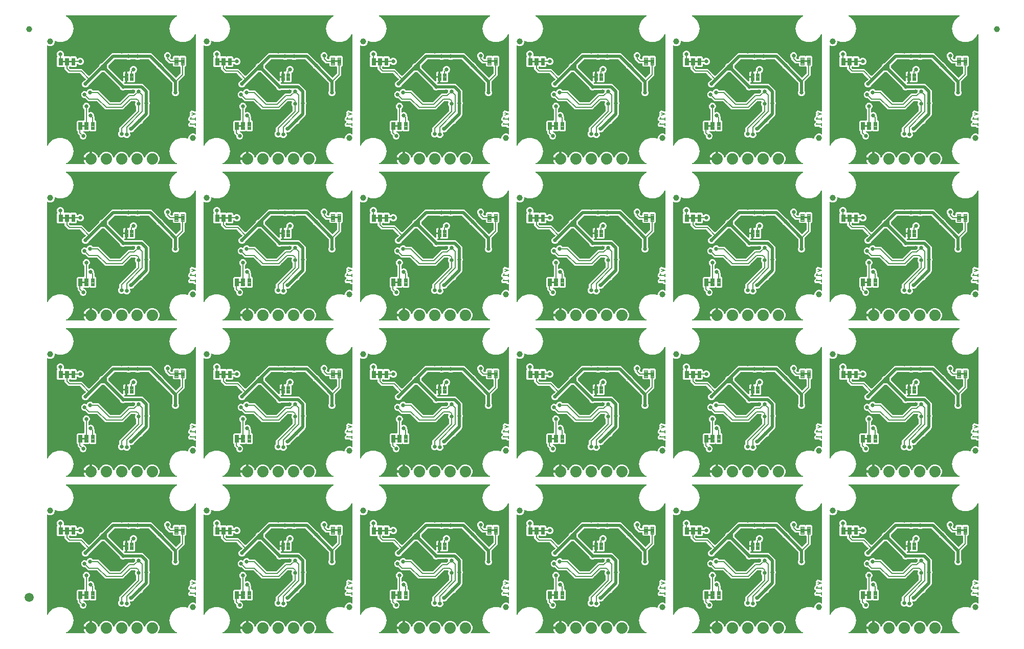
<source format=gbl>
G04 EAGLE Gerber RS-274X export*
G75*
%MOMM*%
%FSLAX34Y34*%
%LPD*%
%INBottom Copper*%
%IPPOS*%
%AMOC8*
5,1,8,0,0,1.08239X$1,22.5*%
G01*
%ADD10C,0.203200*%
%ADD11C,0.099059*%
%ADD12C,0.101600*%
%ADD13C,1.879600*%
%ADD14C,1.000000*%
%ADD15C,1.500000*%
%ADD16C,0.660400*%
%ADD17C,0.508000*%

G36*
X325265Y262650D02*
X325265Y262650D01*
X325356Y262653D01*
X325405Y262669D01*
X325455Y262677D01*
X325539Y262714D01*
X325626Y262743D01*
X325668Y262772D01*
X325714Y262793D01*
X325785Y262852D01*
X325860Y262904D01*
X325893Y262944D01*
X325931Y262976D01*
X325982Y263053D01*
X326041Y263124D01*
X326061Y263171D01*
X326089Y263213D01*
X326117Y263301D01*
X326153Y263385D01*
X326159Y263436D01*
X326175Y263484D01*
X326177Y263576D01*
X326189Y263667D01*
X326181Y263718D01*
X326182Y263768D01*
X326159Y263857D01*
X326144Y263948D01*
X326125Y263988D01*
X326110Y264043D01*
X326029Y264180D01*
X325995Y264249D01*
X325069Y265523D01*
X324216Y267197D01*
X323635Y268984D01*
X323514Y269749D01*
X334264Y269749D01*
X334322Y269757D01*
X334380Y269755D01*
X334462Y269777D01*
X334545Y269789D01*
X334599Y269813D01*
X334655Y269827D01*
X334728Y269870D01*
X334805Y269905D01*
X334849Y269943D01*
X334900Y269973D01*
X334957Y270034D01*
X335022Y270089D01*
X335054Y270137D01*
X335094Y270180D01*
X335133Y270255D01*
X335179Y270325D01*
X335197Y270381D01*
X335224Y270433D01*
X335235Y270501D01*
X335265Y270596D01*
X335268Y270696D01*
X335279Y270764D01*
X335279Y271781D01*
X336296Y271781D01*
X336354Y271789D01*
X336412Y271788D01*
X336494Y271809D01*
X336577Y271821D01*
X336631Y271845D01*
X336687Y271859D01*
X336760Y271902D01*
X336837Y271937D01*
X336882Y271975D01*
X336932Y272005D01*
X336990Y272066D01*
X337054Y272121D01*
X337086Y272169D01*
X337126Y272212D01*
X337165Y272287D01*
X337211Y272357D01*
X337229Y272413D01*
X337256Y272465D01*
X337267Y272533D01*
X337297Y272628D01*
X337300Y272728D01*
X337311Y272796D01*
X337311Y283546D01*
X338076Y283425D01*
X339863Y282844D01*
X341537Y281991D01*
X343058Y280886D01*
X344386Y279558D01*
X345491Y278037D01*
X346344Y276363D01*
X346949Y274500D01*
X346962Y274474D01*
X346969Y274444D01*
X346975Y274435D01*
X346976Y274428D01*
X346990Y274405D01*
X347001Y274371D01*
X347042Y274309D01*
X347074Y274244D01*
X347094Y274223D01*
X347108Y274197D01*
X347137Y274168D01*
X347159Y274135D01*
X347217Y274087D01*
X347265Y274033D01*
X347289Y274019D01*
X347311Y273997D01*
X347346Y273978D01*
X347377Y273952D01*
X347446Y273921D01*
X347507Y273884D01*
X347534Y273876D01*
X347561Y273862D01*
X347600Y273853D01*
X347637Y273837D01*
X347712Y273826D01*
X347781Y273807D01*
X347808Y273807D01*
X347839Y273801D01*
X347879Y273803D01*
X347918Y273798D01*
X347994Y273809D01*
X348065Y273809D01*
X348091Y273817D01*
X348122Y273819D01*
X348160Y273833D01*
X348200Y273839D01*
X348269Y273870D01*
X348337Y273890D01*
X348361Y273905D01*
X348390Y273916D01*
X348422Y273939D01*
X348459Y273956D01*
X348516Y274005D01*
X348577Y274043D01*
X348595Y274065D01*
X348620Y274082D01*
X348645Y274114D01*
X348675Y274140D01*
X348709Y274194D01*
X348764Y274257D01*
X348776Y274283D01*
X348795Y274306D01*
X348812Y274348D01*
X348833Y274381D01*
X348841Y274406D01*
X348853Y274425D01*
X350559Y278543D01*
X353917Y281901D01*
X358305Y283719D01*
X363055Y283719D01*
X367443Y281901D01*
X370801Y278543D01*
X372442Y274581D01*
X372457Y274556D01*
X372466Y274528D01*
X372529Y274434D01*
X372587Y274337D01*
X372608Y274316D01*
X372624Y274292D01*
X372711Y274219D01*
X372793Y274141D01*
X372819Y274128D01*
X372842Y274109D01*
X372945Y274063D01*
X373046Y274011D01*
X373075Y274005D01*
X373102Y273994D01*
X373214Y273978D01*
X373325Y273956D01*
X373354Y273959D01*
X373383Y273955D01*
X373495Y273971D01*
X373608Y273981D01*
X373635Y273991D01*
X373664Y273995D01*
X373768Y274042D01*
X373873Y274083D01*
X373897Y274100D01*
X373924Y274112D01*
X374010Y274186D01*
X374100Y274254D01*
X374118Y274278D01*
X374140Y274297D01*
X374182Y274363D01*
X374270Y274482D01*
X374292Y274540D01*
X374318Y274581D01*
X375959Y278543D01*
X379317Y281901D01*
X383705Y283719D01*
X388455Y283719D01*
X392843Y281901D01*
X396201Y278543D01*
X397842Y274581D01*
X397857Y274556D01*
X397866Y274528D01*
X397929Y274434D01*
X397987Y274337D01*
X398008Y274316D01*
X398024Y274292D01*
X398111Y274219D01*
X398193Y274141D01*
X398219Y274128D01*
X398242Y274109D01*
X398345Y274063D01*
X398446Y274011D01*
X398475Y274005D01*
X398502Y273994D01*
X398614Y273978D01*
X398725Y273956D01*
X398754Y273959D01*
X398783Y273955D01*
X398895Y273971D01*
X399008Y273981D01*
X399035Y273991D01*
X399064Y273995D01*
X399168Y274042D01*
X399273Y274083D01*
X399297Y274100D01*
X399324Y274112D01*
X399410Y274186D01*
X399500Y274254D01*
X399518Y274278D01*
X399540Y274297D01*
X399582Y274363D01*
X399670Y274482D01*
X399692Y274540D01*
X399718Y274581D01*
X401359Y278543D01*
X404717Y281901D01*
X409105Y283719D01*
X413855Y283719D01*
X418243Y281901D01*
X421601Y278543D01*
X423242Y274581D01*
X423257Y274556D01*
X423266Y274528D01*
X423329Y274434D01*
X423387Y274337D01*
X423408Y274316D01*
X423424Y274292D01*
X423511Y274219D01*
X423593Y274141D01*
X423619Y274128D01*
X423642Y274109D01*
X423745Y274063D01*
X423846Y274011D01*
X423875Y274005D01*
X423902Y273994D01*
X424014Y273978D01*
X424125Y273956D01*
X424154Y273959D01*
X424183Y273955D01*
X424295Y273971D01*
X424408Y273981D01*
X424435Y273991D01*
X424465Y273995D01*
X424568Y274042D01*
X424673Y274083D01*
X424697Y274100D01*
X424724Y274112D01*
X424810Y274186D01*
X424900Y274254D01*
X424918Y274278D01*
X424940Y274297D01*
X424982Y274363D01*
X425070Y274482D01*
X425092Y274540D01*
X425118Y274581D01*
X426759Y278543D01*
X430117Y281901D01*
X434505Y283719D01*
X439255Y283719D01*
X443643Y281901D01*
X447001Y278543D01*
X448819Y274155D01*
X448819Y269405D01*
X447001Y265017D01*
X446354Y264370D01*
X446336Y264346D01*
X446314Y264327D01*
X446251Y264233D01*
X446183Y264143D01*
X446172Y264115D01*
X446156Y264091D01*
X446122Y263983D01*
X446082Y263877D01*
X446079Y263848D01*
X446070Y263820D01*
X446067Y263706D01*
X446058Y263594D01*
X446064Y263565D01*
X446063Y263536D01*
X446092Y263426D01*
X446114Y263315D01*
X446128Y263289D01*
X446135Y263261D01*
X446193Y263163D01*
X446245Y263063D01*
X446265Y263041D01*
X446280Y263016D01*
X446363Y262939D01*
X446441Y262857D01*
X446466Y262842D01*
X446487Y262822D01*
X446588Y262770D01*
X446686Y262713D01*
X446714Y262706D01*
X446741Y262692D01*
X446818Y262679D01*
X446962Y262643D01*
X447024Y262645D01*
X447072Y262637D01*
X477324Y262637D01*
X477430Y262652D01*
X477538Y262660D01*
X477571Y262672D01*
X477605Y262677D01*
X477704Y262721D01*
X477805Y262758D01*
X477833Y262779D01*
X477865Y262793D01*
X477947Y262863D01*
X478034Y262926D01*
X478055Y262954D01*
X478082Y262976D01*
X478142Y263066D01*
X478207Y263152D01*
X478220Y263184D01*
X478239Y263213D01*
X478272Y263316D01*
X478311Y263416D01*
X478315Y263451D01*
X478325Y263484D01*
X478328Y263592D01*
X478338Y263699D01*
X478331Y263734D01*
X478332Y263768D01*
X478305Y263873D01*
X478285Y263979D01*
X478269Y264010D01*
X478261Y264043D01*
X478205Y264136D01*
X478157Y264232D01*
X478133Y264258D01*
X478115Y264288D01*
X478037Y264362D01*
X477963Y264441D01*
X477936Y264456D01*
X477908Y264482D01*
X477717Y264580D01*
X477671Y264606D01*
X476460Y265047D01*
X470490Y270056D01*
X466594Y276805D01*
X465240Y284480D01*
X466594Y292155D01*
X470490Y298904D01*
X476460Y303913D01*
X483783Y306579D01*
X491577Y306579D01*
X495515Y305145D01*
X495606Y305126D01*
X495695Y305098D01*
X495745Y305097D01*
X495793Y305086D01*
X495886Y305093D01*
X495979Y305091D01*
X496027Y305103D01*
X496077Y305107D01*
X496164Y305139D01*
X496254Y305162D01*
X496297Y305188D01*
X496344Y305205D01*
X496419Y305260D01*
X496498Y305308D01*
X496533Y305344D01*
X496573Y305374D01*
X496629Y305447D01*
X496693Y305515D01*
X496716Y305559D01*
X496746Y305599D01*
X496780Y305686D01*
X496822Y305768D01*
X496830Y305811D01*
X496850Y305864D01*
X496865Y306024D01*
X496878Y306099D01*
X496878Y307392D01*
X498026Y310164D01*
X500147Y312285D01*
X502919Y313433D01*
X505919Y313433D01*
X508119Y312521D01*
X508231Y312493D01*
X508340Y312458D01*
X508368Y312457D01*
X508395Y312450D01*
X508509Y312454D01*
X508624Y312451D01*
X508651Y312458D01*
X508679Y312458D01*
X508788Y312494D01*
X508899Y312522D01*
X508923Y312537D01*
X508950Y312545D01*
X509045Y312609D01*
X509144Y312668D01*
X509163Y312688D01*
X509186Y312703D01*
X509260Y312791D01*
X509338Y312875D01*
X509351Y312900D01*
X509369Y312921D01*
X509415Y313026D01*
X509468Y313128D01*
X509472Y313153D01*
X509484Y313181D01*
X509521Y313445D01*
X509523Y313459D01*
X509523Y321894D01*
X509515Y321952D01*
X509517Y322011D01*
X509495Y322092D01*
X509483Y322176D01*
X509460Y322229D01*
X509445Y322286D01*
X509402Y322358D01*
X509367Y322435D01*
X509329Y322480D01*
X509300Y322530D01*
X509238Y322588D01*
X509184Y322652D01*
X509135Y322685D01*
X509092Y322725D01*
X509017Y322763D01*
X508947Y322810D01*
X508891Y322827D01*
X508839Y322854D01*
X508771Y322865D01*
X508676Y322896D01*
X508576Y322898D01*
X508508Y322910D01*
X506730Y322910D01*
X504769Y324870D01*
X504700Y324922D01*
X504636Y324982D01*
X504586Y325008D01*
X504542Y325041D01*
X504461Y325072D01*
X504383Y325112D01*
X504335Y325120D01*
X504277Y325142D01*
X504129Y325154D01*
X504052Y325167D01*
X500328Y325167D01*
X500265Y325158D01*
X500216Y325161D01*
X498976Y325023D01*
X498957Y325033D01*
X498861Y325090D01*
X498830Y325097D01*
X498802Y325112D01*
X498725Y325125D01*
X498616Y325153D01*
X497739Y326030D01*
X497688Y326068D01*
X497656Y326105D01*
X496681Y326885D01*
X496674Y326905D01*
X496647Y327013D01*
X496631Y327040D01*
X496621Y327070D01*
X496575Y327134D01*
X496518Y327230D01*
X496518Y328471D01*
X496510Y328534D01*
X496512Y328583D01*
X496374Y329824D01*
X496384Y329843D01*
X496441Y329938D01*
X496449Y329969D01*
X496463Y329997D01*
X496476Y330074D01*
X496504Y330183D01*
X497381Y331060D01*
X497419Y331111D01*
X497456Y331144D01*
X498806Y332830D01*
X498807Y332832D01*
X498808Y332834D01*
X498877Y332952D01*
X498950Y333075D01*
X498951Y333077D01*
X498952Y333079D01*
X498986Y333215D01*
X499022Y333350D01*
X499021Y333352D01*
X499022Y333355D01*
X499018Y333494D01*
X499014Y333635D01*
X499013Y333637D01*
X499013Y333639D01*
X498970Y333770D01*
X498927Y333905D01*
X498926Y333907D01*
X498925Y333909D01*
X498914Y333925D01*
X498769Y334142D01*
X498745Y334162D01*
X498731Y334183D01*
X497739Y335174D01*
X497688Y335212D01*
X497656Y335249D01*
X496681Y336029D01*
X496674Y336049D01*
X496647Y336157D01*
X496631Y336184D01*
X496621Y336214D01*
X496575Y336278D01*
X496518Y336374D01*
X496518Y337615D01*
X496510Y337678D01*
X496512Y337727D01*
X496374Y338968D01*
X496384Y338987D01*
X496441Y339082D01*
X496449Y339113D01*
X496463Y339141D01*
X496476Y339218D01*
X496504Y339327D01*
X497381Y340204D01*
X497419Y340255D01*
X497456Y340288D01*
X499168Y342427D01*
X499194Y342472D01*
X499229Y342512D01*
X499267Y342594D01*
X499313Y342672D01*
X499326Y342722D01*
X499348Y342770D01*
X499361Y342860D01*
X499384Y342947D01*
X499382Y342999D01*
X499390Y343051D01*
X499379Y343123D01*
X499376Y343231D01*
X499348Y343318D01*
X499338Y343383D01*
X498944Y344564D01*
X499484Y345644D01*
X499489Y345660D01*
X499499Y345674D01*
X499535Y345794D01*
X499574Y345913D01*
X499575Y345930D01*
X499580Y345946D01*
X499581Y346072D01*
X499586Y346197D01*
X499582Y346214D01*
X499583Y346231D01*
X499562Y346299D01*
X499519Y346473D01*
X499495Y346515D01*
X499484Y346552D01*
X498944Y347631D01*
X499876Y350426D01*
X502512Y351744D01*
X507882Y349954D01*
X507897Y349951D01*
X507912Y349944D01*
X508037Y349925D01*
X508162Y349902D01*
X508177Y349904D01*
X508193Y349902D01*
X508260Y349912D01*
X508445Y349931D01*
X508488Y349948D01*
X508524Y349954D01*
X508829Y350055D01*
X508863Y350072D01*
X508899Y350082D01*
X508989Y350135D01*
X509083Y350182D01*
X509111Y350208D01*
X509144Y350227D01*
X509216Y350304D01*
X509293Y350374D01*
X509312Y350407D01*
X509338Y350434D01*
X509386Y350528D01*
X509441Y350617D01*
X509451Y350654D01*
X509468Y350687D01*
X509481Y350764D01*
X509515Y350892D01*
X509514Y350964D01*
X509523Y351018D01*
X509523Y477527D01*
X509521Y477547D01*
X509523Y477566D01*
X509501Y477687D01*
X509483Y477809D01*
X509475Y477827D01*
X509472Y477846D01*
X509417Y477956D01*
X509367Y478068D01*
X509355Y478083D01*
X509346Y478101D01*
X509263Y478191D01*
X509184Y478285D01*
X509167Y478296D01*
X509154Y478310D01*
X509049Y478375D01*
X508947Y478443D01*
X508928Y478449D01*
X508912Y478459D01*
X508793Y478491D01*
X508676Y478529D01*
X508656Y478529D01*
X508637Y478534D01*
X508515Y478533D01*
X508392Y478536D01*
X508373Y478531D01*
X508353Y478531D01*
X508235Y478495D01*
X508117Y478464D01*
X508100Y478454D01*
X508081Y478448D01*
X507978Y478381D01*
X507872Y478319D01*
X507859Y478304D01*
X507842Y478294D01*
X507796Y478237D01*
X507678Y478111D01*
X507654Y478066D01*
X507629Y478035D01*
X504870Y473256D01*
X498900Y468247D01*
X491577Y465581D01*
X483783Y465581D01*
X476460Y468247D01*
X470490Y473256D01*
X466594Y480005D01*
X465240Y487680D01*
X466594Y495355D01*
X470490Y502104D01*
X476460Y507113D01*
X477671Y507554D01*
X477766Y507605D01*
X477865Y507649D01*
X477891Y507671D01*
X477922Y507688D01*
X477999Y507763D01*
X478082Y507833D01*
X478101Y507861D01*
X478126Y507886D01*
X478179Y507979D01*
X478239Y508069D01*
X478250Y508102D01*
X478267Y508132D01*
X478292Y508237D01*
X478325Y508340D01*
X478326Y508375D01*
X478334Y508409D01*
X478330Y508516D01*
X478332Y508624D01*
X478324Y508658D01*
X478322Y508693D01*
X478288Y508795D01*
X478261Y508899D01*
X478243Y508929D01*
X478232Y508962D01*
X478170Y509051D01*
X478115Y509144D01*
X478090Y509168D01*
X478070Y509196D01*
X477987Y509264D01*
X477908Y509338D01*
X477877Y509354D01*
X477850Y509376D01*
X477751Y509419D01*
X477655Y509468D01*
X477624Y509473D01*
X477589Y509488D01*
X477376Y509514D01*
X477324Y509523D01*
X294836Y509523D01*
X294730Y509508D01*
X294622Y509500D01*
X294589Y509488D01*
X294555Y509483D01*
X294456Y509439D01*
X294355Y509402D01*
X294327Y509381D01*
X294295Y509367D01*
X294213Y509298D01*
X294126Y509234D01*
X294105Y509206D01*
X294078Y509184D01*
X294019Y509094D01*
X293953Y509008D01*
X293940Y508976D01*
X293921Y508947D01*
X293888Y508844D01*
X293849Y508744D01*
X293845Y508709D01*
X293835Y508676D01*
X293832Y508568D01*
X293822Y508461D01*
X293829Y508426D01*
X293828Y508392D01*
X293855Y508287D01*
X293875Y508181D01*
X293891Y508150D01*
X293899Y508117D01*
X293955Y508024D01*
X294003Y507928D01*
X294027Y507902D01*
X294045Y507872D01*
X294123Y507798D01*
X294197Y507719D01*
X294224Y507704D01*
X294252Y507678D01*
X294443Y507580D01*
X294489Y507554D01*
X295700Y507113D01*
X301670Y502104D01*
X305566Y495355D01*
X306920Y487680D01*
X305566Y480005D01*
X301670Y473256D01*
X295700Y468247D01*
X288377Y465581D01*
X280583Y465581D01*
X276822Y466950D01*
X276731Y466969D01*
X276643Y466997D01*
X276593Y466999D01*
X276544Y467009D01*
X276452Y467002D01*
X276359Y467005D01*
X276311Y466992D01*
X276261Y466988D01*
X276173Y466956D01*
X276084Y466933D01*
X276041Y466907D01*
X275994Y466890D01*
X275919Y466835D01*
X275839Y466788D01*
X275805Y466751D01*
X275765Y466722D01*
X275708Y466648D01*
X275645Y466580D01*
X275622Y466536D01*
X275592Y466496D01*
X275558Y466410D01*
X275515Y466327D01*
X275508Y466284D01*
X275488Y466232D01*
X275473Y466072D01*
X275460Y465996D01*
X275460Y464514D01*
X274312Y461742D01*
X272191Y459621D01*
X269419Y458473D01*
X266419Y458473D01*
X264041Y459458D01*
X263929Y459487D01*
X263820Y459522D01*
X263792Y459522D01*
X263765Y459529D01*
X263651Y459526D01*
X263536Y459529D01*
X263509Y459522D01*
X263481Y459521D01*
X263372Y459486D01*
X263261Y459457D01*
X263237Y459443D01*
X263210Y459435D01*
X263115Y459371D01*
X263016Y459312D01*
X262997Y459292D01*
X262974Y459276D01*
X262900Y459188D01*
X262822Y459105D01*
X262809Y459080D01*
X262791Y459059D01*
X262745Y458954D01*
X262692Y458851D01*
X262688Y458827D01*
X262676Y458799D01*
X262639Y458535D01*
X262637Y458520D01*
X262637Y294633D01*
X262639Y294613D01*
X262637Y294594D01*
X262659Y294473D01*
X262677Y294351D01*
X262685Y294333D01*
X262688Y294314D01*
X262743Y294204D01*
X262793Y294092D01*
X262805Y294077D01*
X262814Y294059D01*
X262897Y293969D01*
X262976Y293875D01*
X262993Y293864D01*
X263006Y293850D01*
X263111Y293785D01*
X263213Y293717D01*
X263232Y293711D01*
X263248Y293701D01*
X263367Y293669D01*
X263484Y293631D01*
X263504Y293631D01*
X263523Y293626D01*
X263645Y293627D01*
X263768Y293624D01*
X263787Y293629D01*
X263807Y293629D01*
X263925Y293665D01*
X264043Y293696D01*
X264060Y293706D01*
X264079Y293712D01*
X264182Y293779D01*
X264288Y293841D01*
X264301Y293856D01*
X264318Y293866D01*
X264364Y293923D01*
X264482Y294049D01*
X264506Y294094D01*
X264531Y294125D01*
X267290Y298904D01*
X273260Y303913D01*
X280583Y306579D01*
X288377Y306579D01*
X295700Y303913D01*
X301670Y298904D01*
X305566Y292155D01*
X306920Y284480D01*
X305566Y276805D01*
X301670Y270056D01*
X295700Y265047D01*
X294489Y264606D01*
X294394Y264555D01*
X294295Y264511D01*
X294269Y264489D01*
X294238Y264472D01*
X294161Y264397D01*
X294078Y264327D01*
X294059Y264299D01*
X294034Y264274D01*
X293981Y264181D01*
X293921Y264091D01*
X293910Y264058D01*
X293893Y264028D01*
X293868Y263923D01*
X293835Y263820D01*
X293834Y263785D01*
X293826Y263751D01*
X293830Y263644D01*
X293828Y263536D01*
X293836Y263502D01*
X293838Y263467D01*
X293872Y263365D01*
X293899Y263261D01*
X293917Y263231D01*
X293928Y263198D01*
X293990Y263109D01*
X294045Y263016D01*
X294070Y262992D01*
X294090Y262964D01*
X294173Y262896D01*
X294252Y262822D01*
X294283Y262806D01*
X294310Y262784D01*
X294409Y262741D01*
X294505Y262692D01*
X294536Y262687D01*
X294571Y262672D01*
X294784Y262646D01*
X294836Y262637D01*
X325173Y262637D01*
X325265Y262650D01*
G37*
G36*
X1361585Y780810D02*
X1361585Y780810D01*
X1361676Y780813D01*
X1361725Y780829D01*
X1361775Y780837D01*
X1361859Y780874D01*
X1361946Y780903D01*
X1361988Y780932D01*
X1362034Y780953D01*
X1362105Y781012D01*
X1362180Y781064D01*
X1362213Y781104D01*
X1362251Y781136D01*
X1362302Y781213D01*
X1362361Y781284D01*
X1362381Y781331D01*
X1362409Y781373D01*
X1362437Y781461D01*
X1362473Y781545D01*
X1362479Y781596D01*
X1362495Y781644D01*
X1362497Y781736D01*
X1362509Y781827D01*
X1362501Y781878D01*
X1362502Y781928D01*
X1362479Y782017D01*
X1362464Y782108D01*
X1362445Y782148D01*
X1362430Y782203D01*
X1362349Y782340D01*
X1362315Y782409D01*
X1361389Y783683D01*
X1360536Y785357D01*
X1359955Y787144D01*
X1359834Y787909D01*
X1370584Y787909D01*
X1370642Y787917D01*
X1370700Y787915D01*
X1370782Y787937D01*
X1370865Y787949D01*
X1370919Y787973D01*
X1370975Y787987D01*
X1371048Y788030D01*
X1371125Y788065D01*
X1371169Y788103D01*
X1371220Y788133D01*
X1371277Y788194D01*
X1371342Y788249D01*
X1371374Y788297D01*
X1371414Y788340D01*
X1371453Y788415D01*
X1371499Y788485D01*
X1371517Y788541D01*
X1371544Y788593D01*
X1371555Y788661D01*
X1371585Y788756D01*
X1371588Y788856D01*
X1371599Y788924D01*
X1371599Y789941D01*
X1372616Y789941D01*
X1372674Y789949D01*
X1372732Y789948D01*
X1372814Y789969D01*
X1372897Y789981D01*
X1372951Y790005D01*
X1373007Y790019D01*
X1373080Y790062D01*
X1373157Y790097D01*
X1373202Y790135D01*
X1373252Y790165D01*
X1373310Y790226D01*
X1373374Y790281D01*
X1373406Y790329D01*
X1373446Y790372D01*
X1373485Y790447D01*
X1373531Y790517D01*
X1373549Y790573D01*
X1373576Y790625D01*
X1373587Y790693D01*
X1373617Y790788D01*
X1373620Y790888D01*
X1373631Y790956D01*
X1373631Y801706D01*
X1374396Y801585D01*
X1376183Y801004D01*
X1377857Y800151D01*
X1379378Y799046D01*
X1380706Y797718D01*
X1381811Y796197D01*
X1382664Y794523D01*
X1383269Y792660D01*
X1383282Y792634D01*
X1383289Y792604D01*
X1383295Y792595D01*
X1383296Y792588D01*
X1383310Y792565D01*
X1383321Y792531D01*
X1383362Y792469D01*
X1383394Y792404D01*
X1383414Y792383D01*
X1383428Y792357D01*
X1383457Y792328D01*
X1383479Y792295D01*
X1383537Y792247D01*
X1383585Y792193D01*
X1383609Y792179D01*
X1383631Y792157D01*
X1383666Y792138D01*
X1383697Y792112D01*
X1383766Y792081D01*
X1383827Y792044D01*
X1383854Y792036D01*
X1383881Y792022D01*
X1383920Y792013D01*
X1383957Y791997D01*
X1384032Y791986D01*
X1384101Y791967D01*
X1384128Y791967D01*
X1384159Y791961D01*
X1384199Y791963D01*
X1384238Y791958D01*
X1384314Y791969D01*
X1384385Y791969D01*
X1384411Y791977D01*
X1384442Y791979D01*
X1384480Y791993D01*
X1384520Y791999D01*
X1384589Y792030D01*
X1384657Y792050D01*
X1384681Y792065D01*
X1384710Y792076D01*
X1384742Y792099D01*
X1384779Y792116D01*
X1384836Y792165D01*
X1384897Y792203D01*
X1384915Y792225D01*
X1384940Y792242D01*
X1384965Y792274D01*
X1384995Y792300D01*
X1385029Y792354D01*
X1385084Y792417D01*
X1385096Y792443D01*
X1385115Y792466D01*
X1385132Y792508D01*
X1385153Y792541D01*
X1385161Y792566D01*
X1385173Y792585D01*
X1386879Y796703D01*
X1390237Y800061D01*
X1394625Y801879D01*
X1399375Y801879D01*
X1403763Y800061D01*
X1407121Y796703D01*
X1408762Y792741D01*
X1408777Y792716D01*
X1408786Y792688D01*
X1408849Y792594D01*
X1408907Y792497D01*
X1408928Y792476D01*
X1408944Y792452D01*
X1409031Y792379D01*
X1409113Y792301D01*
X1409139Y792288D01*
X1409162Y792269D01*
X1409265Y792223D01*
X1409366Y792171D01*
X1409395Y792165D01*
X1409422Y792154D01*
X1409534Y792138D01*
X1409645Y792116D01*
X1409674Y792119D01*
X1409703Y792115D01*
X1409815Y792131D01*
X1409928Y792141D01*
X1409955Y792151D01*
X1409984Y792155D01*
X1410088Y792202D01*
X1410193Y792243D01*
X1410217Y792260D01*
X1410244Y792272D01*
X1410330Y792346D01*
X1410420Y792414D01*
X1410438Y792438D01*
X1410460Y792457D01*
X1410502Y792523D01*
X1410590Y792642D01*
X1410612Y792700D01*
X1410638Y792741D01*
X1412279Y796703D01*
X1415637Y800061D01*
X1420025Y801879D01*
X1424775Y801879D01*
X1429163Y800061D01*
X1432521Y796703D01*
X1434162Y792741D01*
X1434177Y792716D01*
X1434186Y792688D01*
X1434249Y792594D01*
X1434307Y792497D01*
X1434328Y792476D01*
X1434344Y792452D01*
X1434431Y792379D01*
X1434513Y792301D01*
X1434539Y792288D01*
X1434562Y792269D01*
X1434665Y792223D01*
X1434766Y792171D01*
X1434795Y792165D01*
X1434822Y792154D01*
X1434934Y792138D01*
X1435045Y792116D01*
X1435074Y792119D01*
X1435103Y792115D01*
X1435215Y792131D01*
X1435328Y792141D01*
X1435355Y792151D01*
X1435384Y792155D01*
X1435488Y792202D01*
X1435593Y792243D01*
X1435617Y792260D01*
X1435644Y792272D01*
X1435730Y792346D01*
X1435820Y792414D01*
X1435838Y792438D01*
X1435860Y792457D01*
X1435902Y792523D01*
X1435990Y792642D01*
X1436012Y792700D01*
X1436038Y792741D01*
X1437679Y796703D01*
X1441037Y800061D01*
X1445425Y801879D01*
X1450175Y801879D01*
X1454563Y800061D01*
X1457921Y796703D01*
X1459562Y792741D01*
X1459577Y792716D01*
X1459586Y792688D01*
X1459649Y792594D01*
X1459707Y792497D01*
X1459728Y792476D01*
X1459744Y792452D01*
X1459831Y792379D01*
X1459913Y792301D01*
X1459939Y792288D01*
X1459962Y792269D01*
X1460065Y792223D01*
X1460166Y792171D01*
X1460195Y792165D01*
X1460222Y792154D01*
X1460334Y792138D01*
X1460445Y792116D01*
X1460474Y792119D01*
X1460503Y792115D01*
X1460615Y792131D01*
X1460728Y792141D01*
X1460755Y792151D01*
X1460784Y792155D01*
X1460888Y792202D01*
X1460993Y792243D01*
X1461017Y792260D01*
X1461044Y792272D01*
X1461130Y792346D01*
X1461220Y792414D01*
X1461238Y792438D01*
X1461260Y792457D01*
X1461302Y792523D01*
X1461390Y792642D01*
X1461412Y792700D01*
X1461438Y792741D01*
X1463079Y796703D01*
X1466437Y800061D01*
X1470825Y801879D01*
X1475575Y801879D01*
X1479963Y800061D01*
X1483321Y796703D01*
X1485139Y792315D01*
X1485139Y787565D01*
X1483321Y783177D01*
X1482674Y782530D01*
X1482656Y782506D01*
X1482634Y782487D01*
X1482571Y782393D01*
X1482503Y782303D01*
X1482492Y782275D01*
X1482476Y782251D01*
X1482442Y782143D01*
X1482402Y782037D01*
X1482399Y782008D01*
X1482390Y781980D01*
X1482387Y781866D01*
X1482378Y781754D01*
X1482384Y781725D01*
X1482383Y781696D01*
X1482412Y781586D01*
X1482434Y781475D01*
X1482448Y781449D01*
X1482455Y781421D01*
X1482513Y781323D01*
X1482565Y781223D01*
X1482585Y781201D01*
X1482600Y781176D01*
X1482683Y781099D01*
X1482761Y781017D01*
X1482786Y781002D01*
X1482807Y780982D01*
X1482908Y780930D01*
X1483006Y780873D01*
X1483034Y780866D01*
X1483061Y780852D01*
X1483138Y780839D01*
X1483282Y780803D01*
X1483344Y780805D01*
X1483392Y780797D01*
X1513644Y780797D01*
X1513750Y780812D01*
X1513858Y780820D01*
X1513891Y780832D01*
X1513925Y780837D01*
X1514024Y780881D01*
X1514125Y780918D01*
X1514153Y780939D01*
X1514185Y780953D01*
X1514267Y781022D01*
X1514354Y781086D01*
X1514375Y781114D01*
X1514402Y781136D01*
X1514461Y781226D01*
X1514527Y781312D01*
X1514540Y781344D01*
X1514559Y781373D01*
X1514592Y781476D01*
X1514631Y781576D01*
X1514635Y781611D01*
X1514645Y781644D01*
X1514648Y781752D01*
X1514658Y781859D01*
X1514651Y781894D01*
X1514652Y781928D01*
X1514625Y782033D01*
X1514605Y782139D01*
X1514589Y782170D01*
X1514581Y782203D01*
X1514525Y782296D01*
X1514477Y782392D01*
X1514453Y782418D01*
X1514435Y782448D01*
X1514357Y782522D01*
X1514283Y782601D01*
X1514256Y782616D01*
X1514228Y782642D01*
X1514037Y782740D01*
X1513991Y782766D01*
X1512780Y783207D01*
X1506810Y788216D01*
X1502914Y794965D01*
X1501560Y802640D01*
X1502914Y810315D01*
X1506810Y817064D01*
X1512780Y822073D01*
X1520103Y824739D01*
X1527897Y824739D01*
X1531835Y823305D01*
X1531926Y823286D01*
X1532015Y823258D01*
X1532065Y823257D01*
X1532113Y823246D01*
X1532206Y823253D01*
X1532299Y823251D01*
X1532347Y823263D01*
X1532397Y823267D01*
X1532484Y823299D01*
X1532574Y823322D01*
X1532617Y823348D01*
X1532664Y823365D01*
X1532739Y823420D01*
X1532818Y823468D01*
X1532853Y823504D01*
X1532893Y823534D01*
X1532949Y823607D01*
X1533013Y823675D01*
X1533036Y823719D01*
X1533066Y823759D01*
X1533100Y823845D01*
X1533142Y823928D01*
X1533150Y823971D01*
X1533170Y824024D01*
X1533185Y824184D01*
X1533198Y824259D01*
X1533198Y825552D01*
X1534346Y828324D01*
X1536467Y830445D01*
X1539239Y831593D01*
X1542239Y831593D01*
X1544439Y830681D01*
X1544551Y830653D01*
X1544660Y830618D01*
X1544688Y830617D01*
X1544715Y830610D01*
X1544829Y830614D01*
X1544944Y830611D01*
X1544971Y830618D01*
X1544999Y830618D01*
X1545108Y830654D01*
X1545219Y830682D01*
X1545243Y830697D01*
X1545270Y830705D01*
X1545365Y830769D01*
X1545464Y830828D01*
X1545483Y830848D01*
X1545506Y830863D01*
X1545580Y830951D01*
X1545658Y831035D01*
X1545671Y831060D01*
X1545689Y831081D01*
X1545735Y831186D01*
X1545788Y831288D01*
X1545792Y831313D01*
X1545804Y831341D01*
X1545841Y831605D01*
X1545843Y831619D01*
X1545843Y840054D01*
X1545835Y840112D01*
X1545837Y840171D01*
X1545815Y840252D01*
X1545803Y840336D01*
X1545780Y840389D01*
X1545765Y840446D01*
X1545722Y840518D01*
X1545687Y840595D01*
X1545649Y840640D01*
X1545620Y840690D01*
X1545558Y840748D01*
X1545504Y840812D01*
X1545455Y840845D01*
X1545412Y840885D01*
X1545337Y840923D01*
X1545267Y840970D01*
X1545211Y840987D01*
X1545159Y841014D01*
X1545091Y841025D01*
X1544996Y841056D01*
X1544896Y841058D01*
X1544828Y841070D01*
X1543050Y841070D01*
X1541089Y843030D01*
X1541020Y843082D01*
X1540956Y843142D01*
X1540906Y843168D01*
X1540862Y843201D01*
X1540781Y843232D01*
X1540703Y843272D01*
X1540655Y843280D01*
X1540597Y843302D01*
X1540449Y843314D01*
X1540372Y843327D01*
X1536648Y843327D01*
X1536585Y843318D01*
X1536536Y843321D01*
X1535296Y843183D01*
X1535277Y843193D01*
X1535181Y843250D01*
X1535150Y843257D01*
X1535122Y843272D01*
X1535045Y843285D01*
X1534936Y843313D01*
X1534059Y844190D01*
X1534008Y844228D01*
X1533976Y844265D01*
X1533001Y845045D01*
X1532994Y845065D01*
X1532967Y845173D01*
X1532951Y845200D01*
X1532941Y845230D01*
X1532895Y845294D01*
X1532838Y845390D01*
X1532838Y846631D01*
X1532830Y846694D01*
X1532832Y846743D01*
X1532694Y847984D01*
X1532704Y848003D01*
X1532761Y848098D01*
X1532769Y848129D01*
X1532783Y848157D01*
X1532796Y848234D01*
X1532824Y848343D01*
X1533701Y849220D01*
X1533739Y849271D01*
X1533776Y849304D01*
X1535125Y850990D01*
X1535127Y850992D01*
X1535128Y850994D01*
X1535197Y851112D01*
X1535270Y851235D01*
X1535271Y851237D01*
X1535272Y851239D01*
X1535306Y851375D01*
X1535342Y851510D01*
X1535341Y851512D01*
X1535342Y851515D01*
X1535338Y851655D01*
X1535334Y851794D01*
X1535333Y851797D01*
X1535333Y851799D01*
X1535290Y851931D01*
X1535247Y852065D01*
X1535246Y852067D01*
X1535245Y852069D01*
X1535234Y852085D01*
X1535089Y852302D01*
X1535065Y852322D01*
X1535051Y852343D01*
X1534059Y853334D01*
X1534008Y853372D01*
X1533976Y853409D01*
X1533001Y854189D01*
X1532994Y854209D01*
X1532967Y854317D01*
X1532951Y854344D01*
X1532941Y854374D01*
X1532895Y854438D01*
X1532838Y854534D01*
X1532838Y855775D01*
X1532830Y855838D01*
X1532832Y855887D01*
X1532694Y857128D01*
X1532704Y857147D01*
X1532761Y857242D01*
X1532769Y857273D01*
X1532783Y857301D01*
X1532796Y857378D01*
X1532824Y857487D01*
X1533701Y858364D01*
X1533739Y858415D01*
X1533776Y858448D01*
X1535488Y860587D01*
X1535514Y860632D01*
X1535549Y860672D01*
X1535587Y860754D01*
X1535633Y860832D01*
X1535646Y860882D01*
X1535668Y860930D01*
X1535681Y861020D01*
X1535704Y861107D01*
X1535702Y861159D01*
X1535710Y861211D01*
X1535699Y861283D01*
X1535696Y861391D01*
X1535668Y861478D01*
X1535658Y861543D01*
X1535264Y862724D01*
X1535804Y863804D01*
X1535809Y863820D01*
X1535819Y863834D01*
X1535855Y863954D01*
X1535894Y864073D01*
X1535895Y864090D01*
X1535900Y864106D01*
X1535901Y864232D01*
X1535906Y864357D01*
X1535902Y864374D01*
X1535903Y864391D01*
X1535882Y864459D01*
X1535839Y864633D01*
X1535815Y864675D01*
X1535804Y864712D01*
X1535264Y865791D01*
X1536196Y868586D01*
X1538832Y869904D01*
X1544202Y868114D01*
X1544217Y868111D01*
X1544232Y868104D01*
X1544357Y868085D01*
X1544482Y868062D01*
X1544497Y868064D01*
X1544513Y868062D01*
X1544580Y868072D01*
X1544765Y868091D01*
X1544808Y868108D01*
X1544844Y868114D01*
X1545149Y868215D01*
X1545183Y868232D01*
X1545219Y868242D01*
X1545309Y868295D01*
X1545403Y868342D01*
X1545431Y868368D01*
X1545464Y868387D01*
X1545536Y868464D01*
X1545613Y868534D01*
X1545632Y868567D01*
X1545658Y868594D01*
X1545706Y868688D01*
X1545761Y868777D01*
X1545771Y868814D01*
X1545788Y868847D01*
X1545801Y868924D01*
X1545835Y869052D01*
X1545834Y869124D01*
X1545843Y869178D01*
X1545843Y995687D01*
X1545841Y995707D01*
X1545843Y995726D01*
X1545821Y995847D01*
X1545803Y995969D01*
X1545795Y995987D01*
X1545792Y996006D01*
X1545737Y996116D01*
X1545687Y996228D01*
X1545675Y996243D01*
X1545666Y996261D01*
X1545583Y996351D01*
X1545504Y996445D01*
X1545487Y996456D01*
X1545474Y996470D01*
X1545369Y996535D01*
X1545267Y996603D01*
X1545248Y996609D01*
X1545232Y996619D01*
X1545113Y996651D01*
X1544996Y996689D01*
X1544976Y996689D01*
X1544957Y996694D01*
X1544835Y996693D01*
X1544712Y996696D01*
X1544693Y996691D01*
X1544673Y996691D01*
X1544555Y996655D01*
X1544437Y996624D01*
X1544420Y996614D01*
X1544401Y996608D01*
X1544298Y996541D01*
X1544192Y996479D01*
X1544179Y996464D01*
X1544162Y996454D01*
X1544116Y996397D01*
X1543998Y996271D01*
X1543974Y996226D01*
X1543949Y996195D01*
X1541190Y991416D01*
X1535220Y986407D01*
X1527897Y983741D01*
X1520103Y983741D01*
X1512780Y986407D01*
X1506810Y991416D01*
X1502914Y998165D01*
X1501560Y1005840D01*
X1502914Y1013515D01*
X1506810Y1020264D01*
X1512780Y1025273D01*
X1513991Y1025714D01*
X1514086Y1025765D01*
X1514185Y1025809D01*
X1514211Y1025831D01*
X1514242Y1025848D01*
X1514319Y1025923D01*
X1514402Y1025993D01*
X1514421Y1026021D01*
X1514446Y1026046D01*
X1514499Y1026139D01*
X1514559Y1026229D01*
X1514570Y1026262D01*
X1514587Y1026292D01*
X1514612Y1026397D01*
X1514645Y1026500D01*
X1514646Y1026535D01*
X1514654Y1026569D01*
X1514650Y1026676D01*
X1514652Y1026784D01*
X1514644Y1026818D01*
X1514642Y1026853D01*
X1514608Y1026955D01*
X1514581Y1027059D01*
X1514563Y1027089D01*
X1514552Y1027122D01*
X1514490Y1027211D01*
X1514435Y1027304D01*
X1514410Y1027328D01*
X1514390Y1027356D01*
X1514307Y1027424D01*
X1514228Y1027498D01*
X1514197Y1027514D01*
X1514170Y1027536D01*
X1514071Y1027579D01*
X1513975Y1027628D01*
X1513944Y1027633D01*
X1513909Y1027648D01*
X1513696Y1027674D01*
X1513644Y1027683D01*
X1331156Y1027683D01*
X1331050Y1027668D01*
X1330942Y1027660D01*
X1330909Y1027648D01*
X1330875Y1027643D01*
X1330776Y1027599D01*
X1330675Y1027562D01*
X1330647Y1027541D01*
X1330615Y1027527D01*
X1330533Y1027458D01*
X1330446Y1027394D01*
X1330425Y1027366D01*
X1330398Y1027344D01*
X1330339Y1027254D01*
X1330273Y1027168D01*
X1330260Y1027136D01*
X1330241Y1027107D01*
X1330208Y1027004D01*
X1330169Y1026904D01*
X1330165Y1026869D01*
X1330155Y1026836D01*
X1330152Y1026728D01*
X1330142Y1026621D01*
X1330149Y1026586D01*
X1330148Y1026552D01*
X1330175Y1026447D01*
X1330195Y1026341D01*
X1330211Y1026310D01*
X1330219Y1026277D01*
X1330275Y1026184D01*
X1330323Y1026088D01*
X1330347Y1026062D01*
X1330365Y1026032D01*
X1330443Y1025958D01*
X1330517Y1025879D01*
X1330544Y1025864D01*
X1330572Y1025838D01*
X1330763Y1025740D01*
X1330809Y1025714D01*
X1332020Y1025273D01*
X1337990Y1020264D01*
X1341886Y1013515D01*
X1343240Y1005840D01*
X1341886Y998165D01*
X1337990Y991416D01*
X1332020Y986407D01*
X1324697Y983741D01*
X1316903Y983741D01*
X1313142Y985110D01*
X1313051Y985129D01*
X1312963Y985157D01*
X1312913Y985159D01*
X1312864Y985169D01*
X1312772Y985162D01*
X1312679Y985165D01*
X1312631Y985152D01*
X1312581Y985148D01*
X1312493Y985116D01*
X1312404Y985093D01*
X1312361Y985067D01*
X1312314Y985050D01*
X1312239Y984995D01*
X1312159Y984948D01*
X1312125Y984911D01*
X1312085Y984882D01*
X1312028Y984808D01*
X1311965Y984740D01*
X1311942Y984696D01*
X1311912Y984656D01*
X1311878Y984570D01*
X1311835Y984487D01*
X1311828Y984444D01*
X1311808Y984392D01*
X1311793Y984232D01*
X1311780Y984156D01*
X1311780Y982674D01*
X1310632Y979902D01*
X1308511Y977781D01*
X1305739Y976633D01*
X1302739Y976633D01*
X1300361Y977618D01*
X1300249Y977647D01*
X1300140Y977682D01*
X1300112Y977682D01*
X1300085Y977689D01*
X1299971Y977686D01*
X1299856Y977689D01*
X1299829Y977682D01*
X1299801Y977681D01*
X1299692Y977646D01*
X1299581Y977617D01*
X1299557Y977603D01*
X1299530Y977595D01*
X1299435Y977531D01*
X1299336Y977472D01*
X1299317Y977452D01*
X1299294Y977436D01*
X1299220Y977348D01*
X1299142Y977265D01*
X1299129Y977240D01*
X1299111Y977219D01*
X1299065Y977114D01*
X1299012Y977011D01*
X1299008Y976987D01*
X1298996Y976959D01*
X1298959Y976695D01*
X1298957Y976680D01*
X1298957Y812793D01*
X1298959Y812773D01*
X1298957Y812754D01*
X1298979Y812633D01*
X1298997Y812511D01*
X1299005Y812493D01*
X1299008Y812474D01*
X1299063Y812364D01*
X1299113Y812252D01*
X1299125Y812237D01*
X1299134Y812219D01*
X1299217Y812129D01*
X1299296Y812035D01*
X1299313Y812024D01*
X1299326Y812010D01*
X1299431Y811945D01*
X1299533Y811877D01*
X1299552Y811871D01*
X1299568Y811861D01*
X1299687Y811829D01*
X1299804Y811791D01*
X1299824Y811791D01*
X1299843Y811786D01*
X1299965Y811787D01*
X1300088Y811784D01*
X1300107Y811789D01*
X1300127Y811789D01*
X1300245Y811825D01*
X1300363Y811856D01*
X1300380Y811866D01*
X1300399Y811872D01*
X1300502Y811939D01*
X1300608Y812001D01*
X1300621Y812016D01*
X1300638Y812026D01*
X1300684Y812083D01*
X1300802Y812209D01*
X1300826Y812254D01*
X1300851Y812285D01*
X1303610Y817064D01*
X1309580Y822073D01*
X1316903Y824739D01*
X1324697Y824739D01*
X1332020Y822073D01*
X1337990Y817064D01*
X1341886Y810315D01*
X1343240Y802640D01*
X1341886Y794965D01*
X1337990Y788216D01*
X1332020Y783207D01*
X1330809Y782766D01*
X1330714Y782715D01*
X1330615Y782671D01*
X1330589Y782649D01*
X1330558Y782632D01*
X1330481Y782557D01*
X1330398Y782487D01*
X1330379Y782459D01*
X1330354Y782434D01*
X1330301Y782341D01*
X1330241Y782251D01*
X1330230Y782218D01*
X1330213Y782188D01*
X1330188Y782083D01*
X1330155Y781980D01*
X1330154Y781945D01*
X1330146Y781911D01*
X1330150Y781804D01*
X1330148Y781696D01*
X1330156Y781662D01*
X1330158Y781627D01*
X1330192Y781525D01*
X1330220Y781421D01*
X1330237Y781391D01*
X1330248Y781358D01*
X1330310Y781269D01*
X1330365Y781176D01*
X1330390Y781152D01*
X1330410Y781124D01*
X1330493Y781056D01*
X1330572Y780982D01*
X1330603Y780966D01*
X1330630Y780944D01*
X1330729Y780901D01*
X1330825Y780852D01*
X1330856Y780847D01*
X1330891Y780832D01*
X1331104Y780806D01*
X1331156Y780797D01*
X1361493Y780797D01*
X1361585Y780810D01*
G37*
G36*
X66185Y3570D02*
X66185Y3570D01*
X66276Y3573D01*
X66325Y3589D01*
X66375Y3597D01*
X66459Y3634D01*
X66546Y3663D01*
X66588Y3692D01*
X66634Y3713D01*
X66705Y3772D01*
X66780Y3824D01*
X66813Y3864D01*
X66851Y3896D01*
X66902Y3973D01*
X66961Y4044D01*
X66981Y4091D01*
X67009Y4133D01*
X67037Y4221D01*
X67073Y4305D01*
X67079Y4356D01*
X67095Y4404D01*
X67097Y4496D01*
X67109Y4587D01*
X67101Y4638D01*
X67102Y4688D01*
X67079Y4777D01*
X67064Y4868D01*
X67045Y4908D01*
X67030Y4963D01*
X66949Y5100D01*
X66915Y5169D01*
X65989Y6443D01*
X65136Y8117D01*
X64555Y9904D01*
X64434Y10669D01*
X75184Y10669D01*
X75242Y10677D01*
X75300Y10675D01*
X75382Y10697D01*
X75465Y10709D01*
X75519Y10733D01*
X75575Y10747D01*
X75648Y10790D01*
X75725Y10825D01*
X75769Y10863D01*
X75820Y10893D01*
X75877Y10954D01*
X75942Y11009D01*
X75974Y11057D01*
X76014Y11100D01*
X76053Y11175D01*
X76099Y11245D01*
X76117Y11301D01*
X76144Y11353D01*
X76155Y11421D01*
X76185Y11516D01*
X76188Y11616D01*
X76199Y11684D01*
X76199Y12701D01*
X77216Y12701D01*
X77274Y12709D01*
X77332Y12708D01*
X77414Y12729D01*
X77497Y12741D01*
X77551Y12765D01*
X77607Y12779D01*
X77680Y12822D01*
X77757Y12857D01*
X77802Y12895D01*
X77852Y12925D01*
X77910Y12986D01*
X77974Y13041D01*
X78006Y13089D01*
X78046Y13132D01*
X78085Y13207D01*
X78131Y13277D01*
X78149Y13333D01*
X78176Y13385D01*
X78187Y13453D01*
X78217Y13548D01*
X78220Y13648D01*
X78231Y13716D01*
X78231Y24466D01*
X78996Y24345D01*
X80783Y23764D01*
X82457Y22911D01*
X83978Y21806D01*
X85306Y20478D01*
X86411Y18957D01*
X87264Y17283D01*
X87869Y15420D01*
X87882Y15394D01*
X87889Y15364D01*
X87895Y15355D01*
X87896Y15348D01*
X87910Y15325D01*
X87921Y15291D01*
X87962Y15229D01*
X87994Y15164D01*
X88014Y15143D01*
X88028Y15117D01*
X88057Y15088D01*
X88079Y15055D01*
X88137Y15007D01*
X88185Y14953D01*
X88209Y14939D01*
X88231Y14917D01*
X88266Y14898D01*
X88297Y14872D01*
X88366Y14841D01*
X88427Y14804D01*
X88454Y14796D01*
X88481Y14782D01*
X88520Y14773D01*
X88557Y14757D01*
X88632Y14746D01*
X88701Y14727D01*
X88728Y14727D01*
X88759Y14721D01*
X88799Y14723D01*
X88838Y14718D01*
X88914Y14729D01*
X88985Y14729D01*
X89011Y14737D01*
X89042Y14739D01*
X89080Y14753D01*
X89120Y14759D01*
X89189Y14790D01*
X89257Y14810D01*
X89281Y14825D01*
X89310Y14836D01*
X89342Y14859D01*
X89379Y14876D01*
X89436Y14925D01*
X89497Y14963D01*
X89515Y14985D01*
X89540Y15002D01*
X89565Y15034D01*
X89595Y15060D01*
X89629Y15114D01*
X89684Y15177D01*
X89696Y15203D01*
X89715Y15226D01*
X89732Y15268D01*
X89753Y15301D01*
X89761Y15326D01*
X89773Y15345D01*
X91479Y19463D01*
X94837Y22821D01*
X99225Y24639D01*
X103975Y24639D01*
X108363Y22821D01*
X111721Y19463D01*
X113362Y15501D01*
X113377Y15476D01*
X113386Y15448D01*
X113449Y15354D01*
X113507Y15257D01*
X113528Y15236D01*
X113544Y15212D01*
X113631Y15139D01*
X113713Y15061D01*
X113739Y15048D01*
X113762Y15029D01*
X113865Y14983D01*
X113966Y14931D01*
X113995Y14925D01*
X114022Y14914D01*
X114134Y14898D01*
X114245Y14876D01*
X114274Y14879D01*
X114303Y14875D01*
X114415Y14891D01*
X114528Y14901D01*
X114555Y14911D01*
X114584Y14915D01*
X114688Y14962D01*
X114793Y15003D01*
X114817Y15020D01*
X114844Y15032D01*
X114930Y15106D01*
X115020Y15174D01*
X115038Y15198D01*
X115060Y15217D01*
X115102Y15283D01*
X115190Y15402D01*
X115212Y15460D01*
X115238Y15501D01*
X116879Y19463D01*
X120237Y22821D01*
X124625Y24639D01*
X129375Y24639D01*
X133763Y22821D01*
X137121Y19463D01*
X138762Y15501D01*
X138777Y15476D01*
X138786Y15448D01*
X138849Y15354D01*
X138907Y15257D01*
X138928Y15236D01*
X138944Y15212D01*
X139031Y15139D01*
X139113Y15061D01*
X139139Y15048D01*
X139162Y15029D01*
X139265Y14983D01*
X139366Y14931D01*
X139395Y14925D01*
X139422Y14914D01*
X139534Y14898D01*
X139645Y14876D01*
X139674Y14879D01*
X139703Y14875D01*
X139815Y14891D01*
X139928Y14901D01*
X139955Y14911D01*
X139984Y14915D01*
X140088Y14962D01*
X140193Y15003D01*
X140217Y15020D01*
X140244Y15032D01*
X140330Y15106D01*
X140420Y15174D01*
X140438Y15198D01*
X140460Y15217D01*
X140502Y15283D01*
X140590Y15402D01*
X140612Y15460D01*
X140638Y15501D01*
X142279Y19463D01*
X145637Y22821D01*
X150025Y24639D01*
X154775Y24639D01*
X159163Y22821D01*
X162521Y19463D01*
X164162Y15501D01*
X164177Y15476D01*
X164186Y15448D01*
X164249Y15354D01*
X164307Y15257D01*
X164328Y15236D01*
X164344Y15212D01*
X164431Y15139D01*
X164513Y15061D01*
X164539Y15048D01*
X164562Y15029D01*
X164665Y14983D01*
X164766Y14931D01*
X164795Y14925D01*
X164822Y14914D01*
X164934Y14898D01*
X165045Y14876D01*
X165074Y14879D01*
X165103Y14875D01*
X165215Y14891D01*
X165328Y14901D01*
X165355Y14911D01*
X165384Y14915D01*
X165488Y14962D01*
X165593Y15003D01*
X165617Y15020D01*
X165644Y15032D01*
X165730Y15106D01*
X165820Y15174D01*
X165838Y15198D01*
X165860Y15217D01*
X165902Y15283D01*
X165990Y15402D01*
X166012Y15460D01*
X166038Y15501D01*
X167679Y19463D01*
X171037Y22821D01*
X175425Y24639D01*
X180175Y24639D01*
X184563Y22821D01*
X187921Y19463D01*
X189739Y15075D01*
X189739Y10325D01*
X187921Y5937D01*
X187274Y5290D01*
X187256Y5266D01*
X187234Y5247D01*
X187171Y5153D01*
X187103Y5063D01*
X187092Y5035D01*
X187076Y5011D01*
X187042Y4903D01*
X187002Y4797D01*
X186999Y4768D01*
X186990Y4740D01*
X186987Y4626D01*
X186978Y4514D01*
X186984Y4485D01*
X186983Y4456D01*
X187012Y4346D01*
X187034Y4235D01*
X187048Y4209D01*
X187055Y4181D01*
X187113Y4083D01*
X187165Y3983D01*
X187185Y3961D01*
X187200Y3936D01*
X187283Y3859D01*
X187361Y3777D01*
X187386Y3762D01*
X187407Y3742D01*
X187508Y3690D01*
X187606Y3633D01*
X187634Y3626D01*
X187661Y3612D01*
X187738Y3599D01*
X187882Y3563D01*
X187944Y3565D01*
X187992Y3557D01*
X218244Y3557D01*
X218350Y3572D01*
X218458Y3580D01*
X218491Y3592D01*
X218525Y3597D01*
X218624Y3641D01*
X218725Y3678D01*
X218753Y3699D01*
X218785Y3713D01*
X218867Y3782D01*
X218954Y3846D01*
X218975Y3874D01*
X219002Y3896D01*
X219061Y3986D01*
X219127Y4072D01*
X219140Y4104D01*
X219159Y4133D01*
X219192Y4236D01*
X219231Y4336D01*
X219235Y4371D01*
X219245Y4404D01*
X219248Y4512D01*
X219258Y4619D01*
X219251Y4654D01*
X219252Y4688D01*
X219225Y4793D01*
X219205Y4899D01*
X219189Y4930D01*
X219181Y4963D01*
X219125Y5056D01*
X219077Y5152D01*
X219053Y5178D01*
X219035Y5208D01*
X218957Y5282D01*
X218883Y5361D01*
X218856Y5376D01*
X218828Y5402D01*
X218637Y5500D01*
X218591Y5526D01*
X217380Y5967D01*
X211410Y10976D01*
X207514Y17725D01*
X206160Y25400D01*
X207514Y33075D01*
X211410Y39824D01*
X217380Y44833D01*
X224703Y47499D01*
X232497Y47499D01*
X236435Y46065D01*
X236526Y46046D01*
X236615Y46018D01*
X236665Y46017D01*
X236713Y46006D01*
X236806Y46013D01*
X236899Y46011D01*
X236947Y46023D01*
X236997Y46027D01*
X237084Y46059D01*
X237174Y46082D01*
X237217Y46108D01*
X237264Y46125D01*
X237339Y46180D01*
X237418Y46228D01*
X237453Y46264D01*
X237493Y46294D01*
X237549Y46367D01*
X237613Y46435D01*
X237636Y46479D01*
X237666Y46519D01*
X237700Y46606D01*
X237742Y46688D01*
X237750Y46731D01*
X237770Y46784D01*
X237785Y46944D01*
X237798Y47019D01*
X237798Y48312D01*
X238946Y51084D01*
X241067Y53205D01*
X243839Y54353D01*
X246839Y54353D01*
X249039Y53441D01*
X249151Y53413D01*
X249260Y53378D01*
X249288Y53377D01*
X249315Y53370D01*
X249429Y53374D01*
X249544Y53371D01*
X249571Y53378D01*
X249599Y53378D01*
X249708Y53414D01*
X249819Y53442D01*
X249843Y53457D01*
X249870Y53465D01*
X249965Y53529D01*
X250064Y53588D01*
X250083Y53608D01*
X250106Y53623D01*
X250180Y53711D01*
X250258Y53795D01*
X250271Y53820D01*
X250289Y53841D01*
X250335Y53946D01*
X250388Y54048D01*
X250392Y54073D01*
X250404Y54101D01*
X250441Y54365D01*
X250443Y54379D01*
X250443Y62814D01*
X250435Y62872D01*
X250437Y62931D01*
X250415Y63012D01*
X250403Y63096D01*
X250380Y63149D01*
X250365Y63206D01*
X250322Y63278D01*
X250287Y63355D01*
X250249Y63400D01*
X250220Y63450D01*
X250158Y63508D01*
X250104Y63572D01*
X250055Y63605D01*
X250012Y63645D01*
X249937Y63683D01*
X249867Y63730D01*
X249811Y63747D01*
X249759Y63774D01*
X249691Y63785D01*
X249596Y63816D01*
X249496Y63818D01*
X249428Y63830D01*
X247650Y63830D01*
X245689Y65790D01*
X245620Y65842D01*
X245556Y65902D01*
X245506Y65928D01*
X245462Y65961D01*
X245381Y65992D01*
X245303Y66032D01*
X245255Y66040D01*
X245197Y66062D01*
X245049Y66074D01*
X244972Y66087D01*
X241248Y66087D01*
X241185Y66078D01*
X241136Y66081D01*
X239896Y65943D01*
X239877Y65953D01*
X239781Y66010D01*
X239750Y66017D01*
X239722Y66032D01*
X239645Y66045D01*
X239536Y66073D01*
X238659Y66950D01*
X238608Y66988D01*
X238576Y67025D01*
X237601Y67805D01*
X237594Y67825D01*
X237567Y67933D01*
X237551Y67960D01*
X237541Y67990D01*
X237495Y68054D01*
X237438Y68150D01*
X237438Y69391D01*
X237430Y69454D01*
X237432Y69503D01*
X237294Y70744D01*
X237304Y70763D01*
X237361Y70858D01*
X237369Y70889D01*
X237383Y70917D01*
X237396Y70994D01*
X237424Y71103D01*
X238301Y71980D01*
X238339Y72031D01*
X238376Y72064D01*
X239726Y73750D01*
X239727Y73752D01*
X239728Y73754D01*
X239797Y73872D01*
X239870Y73995D01*
X239871Y73997D01*
X239872Y73999D01*
X239906Y74134D01*
X239942Y74270D01*
X239941Y74272D01*
X239942Y74275D01*
X239938Y74415D01*
X239934Y74554D01*
X239933Y74557D01*
X239933Y74559D01*
X239890Y74691D01*
X239847Y74825D01*
X239846Y74827D01*
X239846Y74829D01*
X239834Y74845D01*
X239689Y75062D01*
X239665Y75082D01*
X239651Y75103D01*
X238659Y76094D01*
X238608Y76132D01*
X238576Y76169D01*
X237601Y76949D01*
X237594Y76969D01*
X237567Y77077D01*
X237551Y77104D01*
X237541Y77134D01*
X237495Y77198D01*
X237438Y77294D01*
X237438Y78535D01*
X237430Y78598D01*
X237432Y78647D01*
X237294Y79888D01*
X237304Y79907D01*
X237361Y80002D01*
X237369Y80033D01*
X237383Y80061D01*
X237396Y80138D01*
X237424Y80247D01*
X238301Y81124D01*
X238339Y81175D01*
X238376Y81208D01*
X240088Y83347D01*
X240114Y83392D01*
X240149Y83432D01*
X240187Y83514D01*
X240233Y83592D01*
X240246Y83642D01*
X240268Y83690D01*
X240281Y83780D01*
X240304Y83867D01*
X240302Y83919D01*
X240310Y83971D01*
X240299Y84043D01*
X240296Y84151D01*
X240268Y84238D01*
X240258Y84303D01*
X239864Y85484D01*
X240404Y86564D01*
X240409Y86580D01*
X240419Y86594D01*
X240455Y86714D01*
X240494Y86833D01*
X240495Y86850D01*
X240500Y86866D01*
X240501Y86992D01*
X240506Y87117D01*
X240502Y87134D01*
X240503Y87151D01*
X240482Y87219D01*
X240439Y87393D01*
X240415Y87435D01*
X240404Y87472D01*
X239864Y88551D01*
X240796Y91346D01*
X243432Y92664D01*
X248802Y90874D01*
X248817Y90871D01*
X248832Y90864D01*
X248957Y90845D01*
X249082Y90822D01*
X249097Y90824D01*
X249113Y90822D01*
X249180Y90832D01*
X249365Y90851D01*
X249408Y90868D01*
X249444Y90874D01*
X249749Y90975D01*
X249783Y90992D01*
X249819Y91002D01*
X249909Y91055D01*
X250003Y91102D01*
X250031Y91128D01*
X250064Y91147D01*
X250136Y91224D01*
X250213Y91294D01*
X250232Y91327D01*
X250258Y91354D01*
X250306Y91448D01*
X250361Y91537D01*
X250371Y91574D01*
X250388Y91607D01*
X250401Y91684D01*
X250435Y91812D01*
X250434Y91884D01*
X250443Y91938D01*
X250443Y218447D01*
X250441Y218467D01*
X250443Y218486D01*
X250421Y218607D01*
X250403Y218729D01*
X250395Y218747D01*
X250392Y218766D01*
X250337Y218876D01*
X250287Y218988D01*
X250275Y219003D01*
X250266Y219021D01*
X250183Y219111D01*
X250104Y219205D01*
X250087Y219216D01*
X250074Y219230D01*
X249969Y219295D01*
X249867Y219363D01*
X249848Y219369D01*
X249832Y219379D01*
X249713Y219411D01*
X249596Y219449D01*
X249576Y219449D01*
X249557Y219454D01*
X249435Y219453D01*
X249312Y219456D01*
X249293Y219451D01*
X249273Y219451D01*
X249155Y219415D01*
X249037Y219384D01*
X249020Y219374D01*
X249001Y219368D01*
X248898Y219301D01*
X248792Y219239D01*
X248779Y219224D01*
X248762Y219214D01*
X248716Y219157D01*
X248598Y219031D01*
X248574Y218986D01*
X248549Y218955D01*
X245790Y214176D01*
X239820Y209167D01*
X232497Y206501D01*
X224703Y206501D01*
X217380Y209167D01*
X211410Y214176D01*
X207514Y220925D01*
X206160Y228600D01*
X207514Y236275D01*
X211410Y243024D01*
X217380Y248033D01*
X218591Y248474D01*
X218686Y248525D01*
X218785Y248569D01*
X218811Y248591D01*
X218842Y248608D01*
X218919Y248683D01*
X219002Y248753D01*
X219021Y248781D01*
X219046Y248806D01*
X219099Y248899D01*
X219159Y248989D01*
X219170Y249022D01*
X219187Y249052D01*
X219212Y249157D01*
X219245Y249260D01*
X219246Y249295D01*
X219254Y249329D01*
X219250Y249436D01*
X219252Y249544D01*
X219244Y249578D01*
X219242Y249613D01*
X219208Y249715D01*
X219181Y249819D01*
X219163Y249849D01*
X219152Y249882D01*
X219090Y249971D01*
X219035Y250064D01*
X219010Y250088D01*
X218990Y250116D01*
X218907Y250184D01*
X218828Y250258D01*
X218797Y250274D01*
X218770Y250296D01*
X218671Y250339D01*
X218575Y250388D01*
X218544Y250393D01*
X218509Y250408D01*
X218296Y250434D01*
X218244Y250443D01*
X35756Y250443D01*
X35650Y250428D01*
X35542Y250420D01*
X35509Y250408D01*
X35475Y250403D01*
X35376Y250359D01*
X35275Y250322D01*
X35247Y250301D01*
X35215Y250287D01*
X35133Y250218D01*
X35046Y250154D01*
X35025Y250126D01*
X34998Y250104D01*
X34939Y250014D01*
X34873Y249928D01*
X34860Y249896D01*
X34841Y249867D01*
X34808Y249764D01*
X34769Y249664D01*
X34765Y249629D01*
X34755Y249596D01*
X34752Y249488D01*
X34742Y249381D01*
X34749Y249346D01*
X34748Y249312D01*
X34775Y249207D01*
X34795Y249101D01*
X34811Y249070D01*
X34819Y249037D01*
X34875Y248944D01*
X34923Y248848D01*
X34947Y248822D01*
X34965Y248792D01*
X35043Y248718D01*
X35117Y248639D01*
X35144Y248624D01*
X35172Y248598D01*
X35363Y248500D01*
X35409Y248474D01*
X36620Y248033D01*
X42590Y243024D01*
X46486Y236275D01*
X47840Y228600D01*
X46486Y220925D01*
X42590Y214176D01*
X36620Y209167D01*
X29297Y206501D01*
X21503Y206501D01*
X17742Y207870D01*
X17651Y207889D01*
X17563Y207917D01*
X17513Y207919D01*
X17464Y207929D01*
X17372Y207922D01*
X17279Y207925D01*
X17231Y207912D01*
X17181Y207908D01*
X17093Y207876D01*
X17004Y207853D01*
X16961Y207827D01*
X16914Y207810D01*
X16839Y207755D01*
X16759Y207708D01*
X16725Y207671D01*
X16685Y207642D01*
X16628Y207568D01*
X16565Y207500D01*
X16542Y207456D01*
X16512Y207416D01*
X16478Y207330D01*
X16435Y207247D01*
X16428Y207204D01*
X16408Y207152D01*
X16393Y206992D01*
X16380Y206916D01*
X16380Y205434D01*
X15232Y202662D01*
X13111Y200541D01*
X10339Y199393D01*
X7339Y199393D01*
X4961Y200378D01*
X4849Y200407D01*
X4740Y200442D01*
X4712Y200442D01*
X4685Y200449D01*
X4571Y200446D01*
X4456Y200449D01*
X4429Y200442D01*
X4401Y200441D01*
X4292Y200406D01*
X4181Y200377D01*
X4157Y200363D01*
X4130Y200355D01*
X4035Y200291D01*
X3936Y200232D01*
X3917Y200212D01*
X3894Y200196D01*
X3820Y200108D01*
X3742Y200025D01*
X3729Y200000D01*
X3711Y199979D01*
X3665Y199874D01*
X3612Y199771D01*
X3608Y199747D01*
X3596Y199719D01*
X3559Y199455D01*
X3557Y199440D01*
X3557Y35553D01*
X3559Y35533D01*
X3557Y35514D01*
X3579Y35393D01*
X3597Y35271D01*
X3605Y35253D01*
X3608Y35234D01*
X3663Y35124D01*
X3713Y35012D01*
X3725Y34997D01*
X3734Y34979D01*
X3817Y34889D01*
X3896Y34795D01*
X3913Y34784D01*
X3926Y34770D01*
X4031Y34705D01*
X4133Y34637D01*
X4152Y34631D01*
X4168Y34621D01*
X4287Y34589D01*
X4404Y34551D01*
X4424Y34551D01*
X4443Y34546D01*
X4565Y34547D01*
X4688Y34544D01*
X4707Y34549D01*
X4727Y34549D01*
X4845Y34585D01*
X4963Y34616D01*
X4980Y34626D01*
X4999Y34632D01*
X5102Y34699D01*
X5208Y34761D01*
X5221Y34776D01*
X5238Y34786D01*
X5284Y34843D01*
X5402Y34969D01*
X5426Y35014D01*
X5451Y35045D01*
X8210Y39824D01*
X14180Y44833D01*
X21503Y47499D01*
X29297Y47499D01*
X36620Y44833D01*
X42590Y39824D01*
X46486Y33075D01*
X47840Y25400D01*
X46486Y17725D01*
X42590Y10976D01*
X36620Y5967D01*
X35409Y5526D01*
X35314Y5475D01*
X35215Y5431D01*
X35189Y5409D01*
X35158Y5392D01*
X35081Y5317D01*
X34998Y5247D01*
X34979Y5219D01*
X34954Y5194D01*
X34901Y5101D01*
X34841Y5011D01*
X34830Y4978D01*
X34813Y4948D01*
X34788Y4843D01*
X34755Y4740D01*
X34754Y4705D01*
X34746Y4671D01*
X34750Y4564D01*
X34748Y4456D01*
X34756Y4422D01*
X34758Y4387D01*
X34792Y4285D01*
X34819Y4181D01*
X34837Y4151D01*
X34848Y4118D01*
X34910Y4029D01*
X34965Y3936D01*
X34990Y3912D01*
X35010Y3884D01*
X35093Y3816D01*
X35172Y3742D01*
X35203Y3726D01*
X35230Y3704D01*
X35329Y3661D01*
X35425Y3612D01*
X35456Y3607D01*
X35491Y3592D01*
X35704Y3566D01*
X35756Y3557D01*
X66093Y3557D01*
X66185Y3570D01*
G37*
G36*
X843425Y262650D02*
X843425Y262650D01*
X843516Y262653D01*
X843565Y262669D01*
X843615Y262677D01*
X843699Y262714D01*
X843786Y262743D01*
X843828Y262772D01*
X843874Y262793D01*
X843945Y262852D01*
X844020Y262904D01*
X844053Y262944D01*
X844091Y262976D01*
X844142Y263053D01*
X844201Y263124D01*
X844221Y263171D01*
X844249Y263213D01*
X844277Y263301D01*
X844313Y263385D01*
X844319Y263436D01*
X844335Y263484D01*
X844337Y263576D01*
X844349Y263667D01*
X844341Y263718D01*
X844342Y263768D01*
X844319Y263857D01*
X844304Y263948D01*
X844285Y263988D01*
X844270Y264043D01*
X844189Y264180D01*
X844155Y264249D01*
X843229Y265523D01*
X842376Y267197D01*
X841795Y268984D01*
X841674Y269749D01*
X852424Y269749D01*
X852482Y269757D01*
X852540Y269755D01*
X852622Y269777D01*
X852705Y269789D01*
X852759Y269813D01*
X852815Y269827D01*
X852888Y269870D01*
X852965Y269905D01*
X853009Y269943D01*
X853060Y269973D01*
X853117Y270034D01*
X853182Y270089D01*
X853214Y270137D01*
X853254Y270180D01*
X853293Y270255D01*
X853339Y270325D01*
X853357Y270381D01*
X853384Y270433D01*
X853395Y270501D01*
X853425Y270596D01*
X853428Y270696D01*
X853439Y270764D01*
X853439Y271781D01*
X854456Y271781D01*
X854514Y271789D01*
X854572Y271788D01*
X854654Y271809D01*
X854737Y271821D01*
X854791Y271845D01*
X854847Y271859D01*
X854920Y271902D01*
X854997Y271937D01*
X855042Y271975D01*
X855092Y272005D01*
X855150Y272066D01*
X855214Y272121D01*
X855246Y272169D01*
X855286Y272212D01*
X855325Y272287D01*
X855371Y272357D01*
X855389Y272413D01*
X855416Y272465D01*
X855427Y272533D01*
X855457Y272628D01*
X855460Y272728D01*
X855471Y272796D01*
X855471Y283546D01*
X856236Y283425D01*
X858023Y282844D01*
X859697Y281991D01*
X861218Y280886D01*
X862546Y279558D01*
X863651Y278037D01*
X864504Y276363D01*
X865109Y274500D01*
X865124Y274469D01*
X865132Y274436D01*
X865136Y274430D01*
X865136Y274428D01*
X865150Y274405D01*
X865161Y274371D01*
X865202Y274310D01*
X865234Y274244D01*
X865257Y274220D01*
X865274Y274189D01*
X865299Y274165D01*
X865319Y274135D01*
X865377Y274087D01*
X865425Y274033D01*
X865453Y274016D01*
X865478Y273992D01*
X865510Y273975D01*
X865537Y273952D01*
X865606Y273922D01*
X865667Y273884D01*
X865698Y273875D01*
X865729Y273858D01*
X865764Y273851D01*
X865797Y273837D01*
X865872Y273826D01*
X865941Y273807D01*
X865973Y273807D01*
X866008Y273800D01*
X866043Y273803D01*
X866078Y273798D01*
X866153Y273809D01*
X866225Y273809D01*
X866256Y273819D01*
X866291Y273821D01*
X866324Y273833D01*
X866360Y273839D01*
X866429Y273870D01*
X866497Y273890D01*
X866525Y273908D01*
X866558Y273920D01*
X866586Y273941D01*
X866619Y273956D01*
X866676Y274005D01*
X866737Y274043D01*
X866758Y274068D01*
X866786Y274089D01*
X866808Y274117D01*
X866835Y274140D01*
X866869Y274194D01*
X866924Y274257D01*
X866938Y274287D01*
X866959Y274314D01*
X866974Y274352D01*
X866993Y274381D01*
X867001Y274406D01*
X867013Y274425D01*
X868719Y278543D01*
X872077Y281901D01*
X876465Y283719D01*
X881215Y283719D01*
X885603Y281901D01*
X888961Y278543D01*
X890602Y274581D01*
X890617Y274556D01*
X890626Y274528D01*
X890689Y274434D01*
X890747Y274337D01*
X890768Y274316D01*
X890784Y274292D01*
X890871Y274219D01*
X890953Y274141D01*
X890979Y274128D01*
X891002Y274109D01*
X891105Y274063D01*
X891206Y274011D01*
X891235Y274005D01*
X891262Y273994D01*
X891374Y273978D01*
X891485Y273956D01*
X891514Y273959D01*
X891543Y273955D01*
X891655Y273971D01*
X891768Y273981D01*
X891795Y273991D01*
X891824Y273995D01*
X891928Y274042D01*
X892033Y274083D01*
X892057Y274100D01*
X892084Y274112D01*
X892170Y274186D01*
X892260Y274254D01*
X892278Y274278D01*
X892300Y274297D01*
X892342Y274363D01*
X892430Y274482D01*
X892452Y274540D01*
X892478Y274581D01*
X894119Y278543D01*
X897477Y281901D01*
X901865Y283719D01*
X906615Y283719D01*
X911003Y281901D01*
X914361Y278543D01*
X916002Y274581D01*
X916017Y274556D01*
X916026Y274528D01*
X916089Y274434D01*
X916147Y274337D01*
X916168Y274316D01*
X916184Y274292D01*
X916271Y274219D01*
X916353Y274141D01*
X916379Y274128D01*
X916402Y274109D01*
X916505Y274063D01*
X916606Y274011D01*
X916635Y274005D01*
X916662Y273994D01*
X916774Y273978D01*
X916885Y273956D01*
X916914Y273959D01*
X916943Y273955D01*
X917055Y273971D01*
X917168Y273981D01*
X917195Y273991D01*
X917224Y273995D01*
X917328Y274042D01*
X917433Y274083D01*
X917457Y274100D01*
X917484Y274112D01*
X917570Y274186D01*
X917660Y274254D01*
X917678Y274278D01*
X917700Y274297D01*
X917742Y274363D01*
X917830Y274482D01*
X917852Y274540D01*
X917878Y274581D01*
X919519Y278543D01*
X922877Y281901D01*
X927265Y283719D01*
X932015Y283719D01*
X936403Y281901D01*
X939761Y278543D01*
X941402Y274581D01*
X941417Y274556D01*
X941426Y274528D01*
X941489Y274434D01*
X941547Y274337D01*
X941568Y274316D01*
X941584Y274292D01*
X941671Y274219D01*
X941753Y274141D01*
X941779Y274128D01*
X941802Y274109D01*
X941905Y274063D01*
X942006Y274011D01*
X942035Y274005D01*
X942062Y273994D01*
X942174Y273978D01*
X942285Y273956D01*
X942314Y273959D01*
X942343Y273955D01*
X942455Y273971D01*
X942568Y273981D01*
X942595Y273991D01*
X942625Y273995D01*
X942728Y274042D01*
X942833Y274083D01*
X942857Y274100D01*
X942884Y274112D01*
X942970Y274186D01*
X943060Y274254D01*
X943078Y274278D01*
X943100Y274297D01*
X943142Y274363D01*
X943230Y274482D01*
X943252Y274540D01*
X943278Y274581D01*
X944919Y278543D01*
X948277Y281901D01*
X952665Y283719D01*
X957415Y283719D01*
X961803Y281901D01*
X965161Y278543D01*
X966979Y274155D01*
X966979Y269405D01*
X965161Y265017D01*
X964514Y264370D01*
X964496Y264346D01*
X964474Y264327D01*
X964411Y264233D01*
X964343Y264143D01*
X964332Y264115D01*
X964316Y264091D01*
X964282Y263983D01*
X964242Y263877D01*
X964239Y263848D01*
X964230Y263820D01*
X964227Y263706D01*
X964218Y263594D01*
X964224Y263565D01*
X964223Y263536D01*
X964252Y263426D01*
X964274Y263315D01*
X964288Y263289D01*
X964295Y263261D01*
X964353Y263163D01*
X964405Y263063D01*
X964425Y263041D01*
X964440Y263016D01*
X964523Y262939D01*
X964601Y262857D01*
X964626Y262842D01*
X964647Y262822D01*
X964748Y262770D01*
X964846Y262713D01*
X964874Y262706D01*
X964901Y262692D01*
X964978Y262679D01*
X965122Y262643D01*
X965184Y262645D01*
X965232Y262637D01*
X995484Y262637D01*
X995590Y262652D01*
X995698Y262660D01*
X995731Y262672D01*
X995765Y262677D01*
X995864Y262721D01*
X995965Y262758D01*
X995993Y262779D01*
X996025Y262793D01*
X996107Y262862D01*
X996194Y262926D01*
X996215Y262954D01*
X996242Y262976D01*
X996301Y263066D01*
X996367Y263152D01*
X996380Y263184D01*
X996399Y263213D01*
X996432Y263316D01*
X996471Y263416D01*
X996475Y263451D01*
X996485Y263484D01*
X996488Y263592D01*
X996498Y263699D01*
X996491Y263734D01*
X996492Y263768D01*
X996465Y263873D01*
X996445Y263979D01*
X996429Y264010D01*
X996421Y264043D01*
X996365Y264136D01*
X996317Y264232D01*
X996293Y264258D01*
X996275Y264288D01*
X996197Y264362D01*
X996123Y264441D01*
X996096Y264456D01*
X996068Y264482D01*
X995877Y264580D01*
X995831Y264606D01*
X994620Y265047D01*
X988650Y270056D01*
X984754Y276805D01*
X983400Y284480D01*
X984754Y292155D01*
X988650Y298904D01*
X994620Y303913D01*
X1001943Y306579D01*
X1009737Y306579D01*
X1013675Y305145D01*
X1013766Y305126D01*
X1013855Y305098D01*
X1013905Y305097D01*
X1013953Y305086D01*
X1014046Y305093D01*
X1014139Y305091D01*
X1014187Y305103D01*
X1014237Y305107D01*
X1014324Y305139D01*
X1014414Y305162D01*
X1014457Y305188D01*
X1014504Y305205D01*
X1014579Y305260D01*
X1014658Y305308D01*
X1014693Y305344D01*
X1014733Y305374D01*
X1014789Y305447D01*
X1014853Y305515D01*
X1014876Y305559D01*
X1014906Y305599D01*
X1014940Y305686D01*
X1014982Y305768D01*
X1014990Y305811D01*
X1015010Y305864D01*
X1015025Y306024D01*
X1015038Y306099D01*
X1015038Y307392D01*
X1016186Y310164D01*
X1018307Y312285D01*
X1021079Y313433D01*
X1024079Y313433D01*
X1026279Y312521D01*
X1026391Y312493D01*
X1026500Y312458D01*
X1026528Y312457D01*
X1026555Y312450D01*
X1026669Y312454D01*
X1026784Y312451D01*
X1026811Y312458D01*
X1026839Y312458D01*
X1026948Y312494D01*
X1027059Y312522D01*
X1027083Y312537D01*
X1027110Y312545D01*
X1027205Y312609D01*
X1027304Y312668D01*
X1027323Y312688D01*
X1027346Y312703D01*
X1027420Y312791D01*
X1027498Y312875D01*
X1027511Y312900D01*
X1027529Y312921D01*
X1027575Y313026D01*
X1027628Y313128D01*
X1027632Y313153D01*
X1027644Y313181D01*
X1027681Y313445D01*
X1027683Y313459D01*
X1027683Y321894D01*
X1027675Y321952D01*
X1027677Y322011D01*
X1027655Y322092D01*
X1027643Y322176D01*
X1027620Y322229D01*
X1027605Y322286D01*
X1027562Y322358D01*
X1027527Y322435D01*
X1027489Y322480D01*
X1027460Y322530D01*
X1027398Y322588D01*
X1027344Y322652D01*
X1027295Y322685D01*
X1027252Y322725D01*
X1027177Y322763D01*
X1027107Y322810D01*
X1027051Y322827D01*
X1026999Y322854D01*
X1026931Y322865D01*
X1026836Y322896D01*
X1026736Y322898D01*
X1026668Y322910D01*
X1024890Y322910D01*
X1022929Y324870D01*
X1022860Y324922D01*
X1022796Y324982D01*
X1022746Y325008D01*
X1022702Y325041D01*
X1022621Y325072D01*
X1022543Y325112D01*
X1022495Y325120D01*
X1022437Y325142D01*
X1022289Y325154D01*
X1022212Y325167D01*
X1018488Y325167D01*
X1018425Y325158D01*
X1018376Y325161D01*
X1017136Y325023D01*
X1017117Y325033D01*
X1017021Y325090D01*
X1016990Y325097D01*
X1016962Y325112D01*
X1016885Y325125D01*
X1016776Y325153D01*
X1015899Y326030D01*
X1015848Y326068D01*
X1015816Y326105D01*
X1014841Y326885D01*
X1014834Y326905D01*
X1014807Y327013D01*
X1014791Y327040D01*
X1014781Y327070D01*
X1014735Y327134D01*
X1014678Y327230D01*
X1014678Y328471D01*
X1014670Y328534D01*
X1014672Y328583D01*
X1014534Y329824D01*
X1014544Y329843D01*
X1014601Y329938D01*
X1014609Y329969D01*
X1014623Y329997D01*
X1014636Y330074D01*
X1014664Y330183D01*
X1015541Y331060D01*
X1015579Y331111D01*
X1015616Y331144D01*
X1016966Y332830D01*
X1016967Y332832D01*
X1016968Y332834D01*
X1017037Y332952D01*
X1017110Y333075D01*
X1017111Y333077D01*
X1017112Y333079D01*
X1017146Y333214D01*
X1017182Y333350D01*
X1017181Y333352D01*
X1017182Y333355D01*
X1017178Y333495D01*
X1017174Y333634D01*
X1017173Y333637D01*
X1017173Y333639D01*
X1017130Y333771D01*
X1017087Y333905D01*
X1017086Y333907D01*
X1017086Y333909D01*
X1017074Y333925D01*
X1016929Y334142D01*
X1016905Y334162D01*
X1016891Y334183D01*
X1015899Y335174D01*
X1015848Y335212D01*
X1015816Y335249D01*
X1014841Y336029D01*
X1014834Y336049D01*
X1014807Y336157D01*
X1014791Y336184D01*
X1014781Y336214D01*
X1014735Y336278D01*
X1014678Y336374D01*
X1014678Y337615D01*
X1014670Y337678D01*
X1014672Y337727D01*
X1014534Y338968D01*
X1014544Y338987D01*
X1014601Y339082D01*
X1014609Y339113D01*
X1014623Y339141D01*
X1014636Y339218D01*
X1014664Y339327D01*
X1015541Y340204D01*
X1015579Y340255D01*
X1015616Y340288D01*
X1017328Y342427D01*
X1017354Y342472D01*
X1017389Y342512D01*
X1017427Y342594D01*
X1017473Y342672D01*
X1017486Y342722D01*
X1017508Y342770D01*
X1017521Y342860D01*
X1017544Y342947D01*
X1017542Y342999D01*
X1017550Y343051D01*
X1017539Y343123D01*
X1017536Y343231D01*
X1017508Y343318D01*
X1017498Y343383D01*
X1017104Y344564D01*
X1017644Y345644D01*
X1017649Y345660D01*
X1017659Y345674D01*
X1017695Y345794D01*
X1017734Y345913D01*
X1017735Y345930D01*
X1017740Y345946D01*
X1017741Y346072D01*
X1017746Y346197D01*
X1017742Y346214D01*
X1017743Y346231D01*
X1017722Y346299D01*
X1017679Y346473D01*
X1017655Y346515D01*
X1017644Y346552D01*
X1017104Y347631D01*
X1018036Y350426D01*
X1020672Y351744D01*
X1026042Y349954D01*
X1026057Y349951D01*
X1026072Y349944D01*
X1026197Y349925D01*
X1026322Y349902D01*
X1026337Y349904D01*
X1026353Y349902D01*
X1026420Y349912D01*
X1026605Y349931D01*
X1026648Y349948D01*
X1026684Y349954D01*
X1026989Y350055D01*
X1027023Y350072D01*
X1027059Y350082D01*
X1027149Y350135D01*
X1027243Y350182D01*
X1027271Y350208D01*
X1027304Y350227D01*
X1027376Y350304D01*
X1027453Y350374D01*
X1027472Y350407D01*
X1027498Y350434D01*
X1027546Y350528D01*
X1027601Y350617D01*
X1027611Y350654D01*
X1027628Y350687D01*
X1027641Y350764D01*
X1027675Y350892D01*
X1027674Y350964D01*
X1027683Y351018D01*
X1027683Y477527D01*
X1027681Y477547D01*
X1027683Y477566D01*
X1027661Y477687D01*
X1027643Y477809D01*
X1027635Y477827D01*
X1027632Y477846D01*
X1027577Y477956D01*
X1027527Y478068D01*
X1027515Y478083D01*
X1027506Y478101D01*
X1027423Y478191D01*
X1027344Y478285D01*
X1027327Y478296D01*
X1027314Y478310D01*
X1027209Y478375D01*
X1027107Y478443D01*
X1027088Y478449D01*
X1027072Y478459D01*
X1026953Y478491D01*
X1026836Y478529D01*
X1026816Y478529D01*
X1026797Y478534D01*
X1026675Y478533D01*
X1026552Y478536D01*
X1026533Y478531D01*
X1026513Y478531D01*
X1026395Y478495D01*
X1026277Y478464D01*
X1026260Y478454D01*
X1026241Y478448D01*
X1026138Y478381D01*
X1026032Y478319D01*
X1026019Y478304D01*
X1026002Y478294D01*
X1025956Y478237D01*
X1025838Y478111D01*
X1025814Y478066D01*
X1025789Y478035D01*
X1023030Y473256D01*
X1017060Y468247D01*
X1009737Y465581D01*
X1001943Y465581D01*
X994620Y468247D01*
X988650Y473256D01*
X984754Y480005D01*
X983400Y487680D01*
X984754Y495355D01*
X988650Y502104D01*
X994620Y507113D01*
X995831Y507554D01*
X995926Y507605D01*
X996025Y507649D01*
X996051Y507671D01*
X996082Y507688D01*
X996159Y507763D01*
X996242Y507833D01*
X996261Y507861D01*
X996286Y507886D01*
X996339Y507979D01*
X996399Y508069D01*
X996410Y508102D01*
X996427Y508132D01*
X996452Y508237D01*
X996485Y508340D01*
X996486Y508375D01*
X996494Y508409D01*
X996490Y508516D01*
X996492Y508624D01*
X996484Y508658D01*
X996482Y508693D01*
X996448Y508795D01*
X996421Y508899D01*
X996403Y508929D01*
X996392Y508962D01*
X996330Y509051D01*
X996275Y509144D01*
X996250Y509168D01*
X996230Y509196D01*
X996147Y509264D01*
X996068Y509338D01*
X996037Y509354D01*
X996010Y509376D01*
X995911Y509419D01*
X995815Y509468D01*
X995784Y509473D01*
X995749Y509488D01*
X995536Y509514D01*
X995484Y509523D01*
X812996Y509523D01*
X812890Y509508D01*
X812782Y509500D01*
X812749Y509488D01*
X812715Y509483D01*
X812616Y509439D01*
X812515Y509402D01*
X812487Y509381D01*
X812455Y509367D01*
X812373Y509298D01*
X812286Y509234D01*
X812265Y509206D01*
X812238Y509184D01*
X812179Y509094D01*
X812113Y509008D01*
X812100Y508976D01*
X812081Y508947D01*
X812048Y508844D01*
X812009Y508744D01*
X812005Y508709D01*
X811995Y508676D01*
X811992Y508568D01*
X811982Y508461D01*
X811989Y508426D01*
X811988Y508392D01*
X812015Y508287D01*
X812035Y508181D01*
X812051Y508150D01*
X812059Y508117D01*
X812115Y508024D01*
X812163Y507928D01*
X812187Y507902D01*
X812205Y507872D01*
X812283Y507798D01*
X812357Y507719D01*
X812384Y507704D01*
X812412Y507678D01*
X812603Y507580D01*
X812649Y507554D01*
X813860Y507113D01*
X819830Y502104D01*
X823726Y495355D01*
X825080Y487680D01*
X823726Y480005D01*
X819830Y473256D01*
X813860Y468247D01*
X806537Y465581D01*
X798743Y465581D01*
X794982Y466950D01*
X794891Y466969D01*
X794803Y466997D01*
X794753Y466999D01*
X794704Y467009D01*
X794612Y467002D01*
X794519Y467005D01*
X794471Y466992D01*
X794421Y466988D01*
X794333Y466956D01*
X794244Y466933D01*
X794201Y466907D01*
X794154Y466890D01*
X794079Y466835D01*
X793999Y466788D01*
X793965Y466751D01*
X793925Y466722D01*
X793868Y466648D01*
X793805Y466580D01*
X793782Y466536D01*
X793752Y466496D01*
X793718Y466410D01*
X793675Y466327D01*
X793668Y466284D01*
X793648Y466232D01*
X793633Y466072D01*
X793620Y465996D01*
X793620Y464514D01*
X792472Y461742D01*
X790351Y459621D01*
X787579Y458473D01*
X784579Y458473D01*
X782201Y459458D01*
X782089Y459487D01*
X781980Y459522D01*
X781952Y459522D01*
X781925Y459529D01*
X781811Y459526D01*
X781696Y459529D01*
X781669Y459522D01*
X781641Y459521D01*
X781532Y459486D01*
X781421Y459457D01*
X781397Y459443D01*
X781370Y459435D01*
X781275Y459371D01*
X781176Y459312D01*
X781157Y459292D01*
X781134Y459276D01*
X781060Y459188D01*
X780982Y459105D01*
X780969Y459080D01*
X780951Y459059D01*
X780905Y458954D01*
X780852Y458851D01*
X780848Y458827D01*
X780836Y458799D01*
X780799Y458535D01*
X780797Y458520D01*
X780797Y294633D01*
X780799Y294613D01*
X780797Y294594D01*
X780819Y294473D01*
X780837Y294351D01*
X780845Y294333D01*
X780848Y294314D01*
X780903Y294204D01*
X780953Y294092D01*
X780965Y294077D01*
X780974Y294059D01*
X781057Y293969D01*
X781136Y293875D01*
X781153Y293864D01*
X781166Y293850D01*
X781271Y293785D01*
X781373Y293717D01*
X781392Y293711D01*
X781408Y293701D01*
X781527Y293669D01*
X781644Y293631D01*
X781664Y293631D01*
X781683Y293626D01*
X781805Y293627D01*
X781928Y293624D01*
X781947Y293629D01*
X781967Y293629D01*
X782085Y293665D01*
X782203Y293696D01*
X782220Y293706D01*
X782239Y293712D01*
X782342Y293779D01*
X782448Y293841D01*
X782461Y293856D01*
X782478Y293866D01*
X782524Y293923D01*
X782642Y294049D01*
X782666Y294094D01*
X782691Y294125D01*
X785450Y298904D01*
X791420Y303913D01*
X798743Y306579D01*
X806537Y306579D01*
X813860Y303913D01*
X819830Y298904D01*
X823726Y292155D01*
X825080Y284480D01*
X823726Y276805D01*
X819830Y270056D01*
X813860Y265047D01*
X812649Y264606D01*
X812554Y264555D01*
X812455Y264511D01*
X812429Y264489D01*
X812398Y264472D01*
X812321Y264397D01*
X812238Y264327D01*
X812219Y264299D01*
X812194Y264274D01*
X812141Y264181D01*
X812081Y264091D01*
X812070Y264058D01*
X812053Y264028D01*
X812028Y263923D01*
X811995Y263820D01*
X811994Y263785D01*
X811986Y263751D01*
X811990Y263644D01*
X811988Y263536D01*
X811996Y263502D01*
X811998Y263467D01*
X812032Y263365D01*
X812059Y263261D01*
X812077Y263231D01*
X812088Y263198D01*
X812150Y263109D01*
X812205Y263016D01*
X812230Y262992D01*
X812250Y262964D01*
X812333Y262896D01*
X812412Y262822D01*
X812443Y262806D01*
X812470Y262784D01*
X812569Y262741D01*
X812665Y262692D01*
X812696Y262687D01*
X812731Y262672D01*
X812944Y262646D01*
X812996Y262637D01*
X843333Y262637D01*
X843425Y262650D01*
G37*
G36*
X1102505Y780810D02*
X1102505Y780810D01*
X1102596Y780813D01*
X1102645Y780829D01*
X1102695Y780837D01*
X1102779Y780874D01*
X1102866Y780903D01*
X1102908Y780932D01*
X1102954Y780953D01*
X1103025Y781012D01*
X1103100Y781064D01*
X1103133Y781104D01*
X1103171Y781136D01*
X1103222Y781213D01*
X1103281Y781284D01*
X1103301Y781331D01*
X1103329Y781373D01*
X1103357Y781461D01*
X1103393Y781545D01*
X1103399Y781596D01*
X1103415Y781644D01*
X1103417Y781736D01*
X1103429Y781827D01*
X1103421Y781878D01*
X1103422Y781928D01*
X1103399Y782017D01*
X1103384Y782108D01*
X1103365Y782148D01*
X1103350Y782203D01*
X1103269Y782340D01*
X1103235Y782409D01*
X1102309Y783683D01*
X1101456Y785357D01*
X1100875Y787144D01*
X1100754Y787909D01*
X1111504Y787909D01*
X1111562Y787917D01*
X1111620Y787915D01*
X1111702Y787937D01*
X1111785Y787949D01*
X1111839Y787973D01*
X1111895Y787987D01*
X1111968Y788030D01*
X1112045Y788065D01*
X1112089Y788103D01*
X1112140Y788133D01*
X1112197Y788194D01*
X1112262Y788249D01*
X1112294Y788297D01*
X1112334Y788340D01*
X1112373Y788415D01*
X1112419Y788485D01*
X1112437Y788541D01*
X1112464Y788593D01*
X1112475Y788661D01*
X1112505Y788756D01*
X1112508Y788856D01*
X1112519Y788924D01*
X1112519Y789941D01*
X1113536Y789941D01*
X1113594Y789949D01*
X1113652Y789948D01*
X1113734Y789969D01*
X1113817Y789981D01*
X1113871Y790005D01*
X1113927Y790019D01*
X1114000Y790062D01*
X1114077Y790097D01*
X1114122Y790135D01*
X1114172Y790165D01*
X1114230Y790226D01*
X1114294Y790281D01*
X1114326Y790329D01*
X1114366Y790372D01*
X1114405Y790447D01*
X1114451Y790517D01*
X1114469Y790573D01*
X1114496Y790625D01*
X1114507Y790693D01*
X1114537Y790788D01*
X1114540Y790888D01*
X1114551Y790956D01*
X1114551Y801706D01*
X1115316Y801585D01*
X1117103Y801004D01*
X1118777Y800151D01*
X1120298Y799046D01*
X1121626Y797718D01*
X1122731Y796197D01*
X1123584Y794523D01*
X1124189Y792660D01*
X1124202Y792634D01*
X1124209Y792604D01*
X1124215Y792595D01*
X1124216Y792588D01*
X1124230Y792565D01*
X1124241Y792531D01*
X1124282Y792469D01*
X1124314Y792404D01*
X1124334Y792383D01*
X1124348Y792357D01*
X1124377Y792328D01*
X1124399Y792295D01*
X1124457Y792247D01*
X1124505Y792193D01*
X1124529Y792179D01*
X1124551Y792157D01*
X1124586Y792138D01*
X1124617Y792112D01*
X1124686Y792081D01*
X1124747Y792044D01*
X1124774Y792036D01*
X1124801Y792022D01*
X1124840Y792013D01*
X1124877Y791997D01*
X1124952Y791986D01*
X1125021Y791967D01*
X1125048Y791967D01*
X1125079Y791961D01*
X1125119Y791963D01*
X1125158Y791958D01*
X1125234Y791969D01*
X1125305Y791969D01*
X1125331Y791977D01*
X1125362Y791979D01*
X1125400Y791993D01*
X1125440Y791999D01*
X1125509Y792030D01*
X1125577Y792050D01*
X1125601Y792065D01*
X1125630Y792076D01*
X1125662Y792099D01*
X1125699Y792116D01*
X1125756Y792165D01*
X1125817Y792203D01*
X1125835Y792225D01*
X1125860Y792242D01*
X1125885Y792274D01*
X1125915Y792300D01*
X1125949Y792354D01*
X1126004Y792417D01*
X1126016Y792443D01*
X1126035Y792466D01*
X1126052Y792508D01*
X1126073Y792541D01*
X1126081Y792566D01*
X1126093Y792585D01*
X1127799Y796703D01*
X1131157Y800061D01*
X1135545Y801879D01*
X1140295Y801879D01*
X1144683Y800061D01*
X1148041Y796703D01*
X1149682Y792741D01*
X1149697Y792716D01*
X1149706Y792688D01*
X1149769Y792594D01*
X1149827Y792497D01*
X1149848Y792476D01*
X1149864Y792452D01*
X1149951Y792379D01*
X1150033Y792301D01*
X1150059Y792288D01*
X1150082Y792269D01*
X1150185Y792223D01*
X1150286Y792171D01*
X1150315Y792165D01*
X1150342Y792154D01*
X1150454Y792138D01*
X1150565Y792116D01*
X1150594Y792119D01*
X1150623Y792115D01*
X1150735Y792131D01*
X1150848Y792141D01*
X1150875Y792151D01*
X1150904Y792155D01*
X1151008Y792202D01*
X1151113Y792243D01*
X1151137Y792260D01*
X1151164Y792272D01*
X1151250Y792346D01*
X1151340Y792414D01*
X1151358Y792438D01*
X1151380Y792457D01*
X1151422Y792523D01*
X1151510Y792642D01*
X1151532Y792700D01*
X1151558Y792741D01*
X1153199Y796703D01*
X1156557Y800061D01*
X1160945Y801879D01*
X1165695Y801879D01*
X1170083Y800061D01*
X1173441Y796703D01*
X1175082Y792741D01*
X1175097Y792716D01*
X1175106Y792688D01*
X1175169Y792594D01*
X1175227Y792497D01*
X1175248Y792476D01*
X1175264Y792452D01*
X1175351Y792379D01*
X1175433Y792301D01*
X1175459Y792288D01*
X1175482Y792269D01*
X1175585Y792223D01*
X1175686Y792171D01*
X1175715Y792165D01*
X1175742Y792154D01*
X1175854Y792138D01*
X1175965Y792116D01*
X1175994Y792119D01*
X1176023Y792115D01*
X1176135Y792131D01*
X1176248Y792141D01*
X1176275Y792151D01*
X1176304Y792155D01*
X1176408Y792202D01*
X1176513Y792243D01*
X1176537Y792260D01*
X1176564Y792272D01*
X1176650Y792346D01*
X1176740Y792414D01*
X1176758Y792438D01*
X1176780Y792457D01*
X1176822Y792523D01*
X1176910Y792642D01*
X1176932Y792700D01*
X1176958Y792741D01*
X1178599Y796703D01*
X1181957Y800061D01*
X1186345Y801879D01*
X1191095Y801879D01*
X1195483Y800061D01*
X1198841Y796703D01*
X1200482Y792741D01*
X1200497Y792716D01*
X1200506Y792688D01*
X1200569Y792594D01*
X1200627Y792497D01*
X1200648Y792476D01*
X1200664Y792452D01*
X1200751Y792379D01*
X1200833Y792301D01*
X1200859Y792288D01*
X1200882Y792269D01*
X1200985Y792223D01*
X1201086Y792171D01*
X1201115Y792165D01*
X1201142Y792154D01*
X1201254Y792138D01*
X1201365Y792116D01*
X1201394Y792119D01*
X1201423Y792115D01*
X1201535Y792131D01*
X1201648Y792141D01*
X1201675Y792151D01*
X1201704Y792155D01*
X1201808Y792202D01*
X1201913Y792243D01*
X1201937Y792260D01*
X1201964Y792272D01*
X1202050Y792346D01*
X1202140Y792414D01*
X1202158Y792438D01*
X1202180Y792457D01*
X1202222Y792523D01*
X1202310Y792642D01*
X1202332Y792700D01*
X1202358Y792741D01*
X1203999Y796703D01*
X1207357Y800061D01*
X1211745Y801879D01*
X1216495Y801879D01*
X1220883Y800061D01*
X1224241Y796703D01*
X1226059Y792315D01*
X1226059Y787565D01*
X1224241Y783177D01*
X1223594Y782530D01*
X1223576Y782506D01*
X1223554Y782487D01*
X1223491Y782393D01*
X1223423Y782303D01*
X1223412Y782275D01*
X1223396Y782251D01*
X1223362Y782143D01*
X1223322Y782037D01*
X1223319Y782008D01*
X1223310Y781980D01*
X1223307Y781866D01*
X1223298Y781754D01*
X1223304Y781725D01*
X1223303Y781696D01*
X1223332Y781586D01*
X1223354Y781475D01*
X1223368Y781449D01*
X1223375Y781421D01*
X1223433Y781323D01*
X1223485Y781223D01*
X1223505Y781201D01*
X1223520Y781176D01*
X1223603Y781099D01*
X1223681Y781017D01*
X1223706Y781002D01*
X1223727Y780982D01*
X1223828Y780930D01*
X1223926Y780873D01*
X1223954Y780866D01*
X1223981Y780852D01*
X1224058Y780839D01*
X1224202Y780803D01*
X1224264Y780805D01*
X1224312Y780797D01*
X1254564Y780797D01*
X1254670Y780812D01*
X1254778Y780820D01*
X1254811Y780832D01*
X1254845Y780837D01*
X1254944Y780881D01*
X1255045Y780918D01*
X1255073Y780939D01*
X1255105Y780953D01*
X1255187Y781022D01*
X1255274Y781086D01*
X1255295Y781114D01*
X1255322Y781136D01*
X1255381Y781226D01*
X1255447Y781312D01*
X1255460Y781344D01*
X1255479Y781373D01*
X1255512Y781476D01*
X1255551Y781576D01*
X1255555Y781611D01*
X1255565Y781644D01*
X1255568Y781752D01*
X1255578Y781859D01*
X1255571Y781894D01*
X1255572Y781928D01*
X1255545Y782033D01*
X1255525Y782139D01*
X1255509Y782170D01*
X1255501Y782203D01*
X1255445Y782296D01*
X1255397Y782392D01*
X1255373Y782418D01*
X1255355Y782448D01*
X1255277Y782522D01*
X1255203Y782601D01*
X1255176Y782616D01*
X1255148Y782642D01*
X1254957Y782740D01*
X1254911Y782766D01*
X1253700Y783207D01*
X1247730Y788216D01*
X1243834Y794965D01*
X1242480Y802640D01*
X1243834Y810315D01*
X1247730Y817064D01*
X1253700Y822073D01*
X1261023Y824739D01*
X1268817Y824739D01*
X1272755Y823305D01*
X1272846Y823286D01*
X1272935Y823258D01*
X1272985Y823257D01*
X1273033Y823246D01*
X1273126Y823253D01*
X1273219Y823251D01*
X1273267Y823263D01*
X1273317Y823267D01*
X1273404Y823299D01*
X1273494Y823322D01*
X1273537Y823348D01*
X1273584Y823365D01*
X1273659Y823420D01*
X1273738Y823468D01*
X1273773Y823504D01*
X1273813Y823534D01*
X1273869Y823607D01*
X1273933Y823675D01*
X1273956Y823719D01*
X1273986Y823759D01*
X1274020Y823845D01*
X1274062Y823928D01*
X1274070Y823971D01*
X1274090Y824024D01*
X1274105Y824184D01*
X1274118Y824259D01*
X1274118Y825552D01*
X1275266Y828324D01*
X1277387Y830445D01*
X1280159Y831593D01*
X1283159Y831593D01*
X1285359Y830681D01*
X1285471Y830653D01*
X1285580Y830618D01*
X1285608Y830617D01*
X1285635Y830610D01*
X1285749Y830614D01*
X1285864Y830611D01*
X1285891Y830618D01*
X1285919Y830618D01*
X1286028Y830654D01*
X1286139Y830682D01*
X1286163Y830697D01*
X1286190Y830705D01*
X1286285Y830769D01*
X1286384Y830828D01*
X1286403Y830848D01*
X1286426Y830863D01*
X1286500Y830951D01*
X1286578Y831035D01*
X1286591Y831060D01*
X1286609Y831081D01*
X1286655Y831186D01*
X1286708Y831288D01*
X1286712Y831313D01*
X1286724Y831341D01*
X1286761Y831605D01*
X1286763Y831619D01*
X1286763Y840054D01*
X1286755Y840112D01*
X1286757Y840171D01*
X1286735Y840252D01*
X1286723Y840336D01*
X1286700Y840389D01*
X1286685Y840446D01*
X1286642Y840518D01*
X1286607Y840595D01*
X1286569Y840640D01*
X1286540Y840690D01*
X1286478Y840748D01*
X1286424Y840812D01*
X1286375Y840845D01*
X1286332Y840885D01*
X1286257Y840923D01*
X1286187Y840970D01*
X1286131Y840987D01*
X1286079Y841014D01*
X1286011Y841025D01*
X1285916Y841056D01*
X1285816Y841058D01*
X1285748Y841070D01*
X1283970Y841070D01*
X1282009Y843030D01*
X1281940Y843082D01*
X1281876Y843142D01*
X1281826Y843168D01*
X1281782Y843201D01*
X1281701Y843232D01*
X1281623Y843272D01*
X1281575Y843280D01*
X1281517Y843302D01*
X1281369Y843314D01*
X1281292Y843327D01*
X1277568Y843327D01*
X1277505Y843318D01*
X1277456Y843321D01*
X1276216Y843183D01*
X1276197Y843193D01*
X1276101Y843250D01*
X1276070Y843257D01*
X1276042Y843272D01*
X1275965Y843285D01*
X1275856Y843313D01*
X1274979Y844190D01*
X1274928Y844228D01*
X1274896Y844265D01*
X1273921Y845045D01*
X1273914Y845065D01*
X1273887Y845173D01*
X1273871Y845200D01*
X1273861Y845230D01*
X1273815Y845294D01*
X1273758Y845390D01*
X1273758Y846631D01*
X1273750Y846694D01*
X1273752Y846743D01*
X1273614Y847984D01*
X1273624Y848003D01*
X1273681Y848098D01*
X1273689Y848129D01*
X1273703Y848157D01*
X1273716Y848234D01*
X1273744Y848343D01*
X1274621Y849220D01*
X1274659Y849271D01*
X1274696Y849304D01*
X1276046Y850990D01*
X1276047Y850992D01*
X1276048Y850994D01*
X1276117Y851112D01*
X1276190Y851235D01*
X1276191Y851237D01*
X1276192Y851239D01*
X1276226Y851375D01*
X1276262Y851510D01*
X1276261Y851512D01*
X1276262Y851515D01*
X1276258Y851654D01*
X1276254Y851795D01*
X1276253Y851797D01*
X1276253Y851799D01*
X1276210Y851930D01*
X1276167Y852065D01*
X1276166Y852067D01*
X1276165Y852069D01*
X1276154Y852085D01*
X1276009Y852302D01*
X1275985Y852322D01*
X1275971Y852343D01*
X1274979Y853334D01*
X1274928Y853372D01*
X1274896Y853409D01*
X1273921Y854189D01*
X1273914Y854209D01*
X1273887Y854317D01*
X1273871Y854344D01*
X1273861Y854374D01*
X1273815Y854438D01*
X1273758Y854534D01*
X1273758Y855775D01*
X1273750Y855838D01*
X1273752Y855887D01*
X1273614Y857128D01*
X1273624Y857147D01*
X1273681Y857242D01*
X1273689Y857273D01*
X1273703Y857301D01*
X1273716Y857378D01*
X1273744Y857487D01*
X1274621Y858364D01*
X1274659Y858415D01*
X1274696Y858448D01*
X1276408Y860587D01*
X1276434Y860632D01*
X1276469Y860672D01*
X1276507Y860754D01*
X1276553Y860832D01*
X1276566Y860882D01*
X1276588Y860930D01*
X1276601Y861020D01*
X1276624Y861107D01*
X1276622Y861159D01*
X1276630Y861211D01*
X1276619Y861283D01*
X1276616Y861391D01*
X1276588Y861478D01*
X1276578Y861543D01*
X1276184Y862724D01*
X1276724Y863804D01*
X1276729Y863820D01*
X1276739Y863834D01*
X1276775Y863954D01*
X1276814Y864073D01*
X1276815Y864090D01*
X1276820Y864106D01*
X1276821Y864232D01*
X1276826Y864357D01*
X1276822Y864374D01*
X1276823Y864391D01*
X1276802Y864459D01*
X1276759Y864633D01*
X1276735Y864675D01*
X1276724Y864712D01*
X1276184Y865791D01*
X1277116Y868586D01*
X1279752Y869904D01*
X1285122Y868114D01*
X1285137Y868111D01*
X1285152Y868104D01*
X1285277Y868085D01*
X1285402Y868062D01*
X1285417Y868064D01*
X1285433Y868062D01*
X1285500Y868072D01*
X1285685Y868091D01*
X1285728Y868108D01*
X1285764Y868114D01*
X1286069Y868215D01*
X1286103Y868232D01*
X1286139Y868242D01*
X1286229Y868295D01*
X1286323Y868342D01*
X1286351Y868368D01*
X1286384Y868387D01*
X1286456Y868464D01*
X1286533Y868534D01*
X1286552Y868567D01*
X1286578Y868594D01*
X1286626Y868688D01*
X1286681Y868777D01*
X1286691Y868814D01*
X1286708Y868847D01*
X1286721Y868924D01*
X1286755Y869052D01*
X1286754Y869124D01*
X1286763Y869178D01*
X1286763Y995687D01*
X1286761Y995707D01*
X1286763Y995726D01*
X1286741Y995847D01*
X1286723Y995969D01*
X1286715Y995987D01*
X1286712Y996006D01*
X1286657Y996116D01*
X1286607Y996228D01*
X1286595Y996243D01*
X1286586Y996261D01*
X1286503Y996351D01*
X1286424Y996445D01*
X1286407Y996456D01*
X1286394Y996470D01*
X1286289Y996535D01*
X1286187Y996603D01*
X1286168Y996609D01*
X1286152Y996619D01*
X1286033Y996651D01*
X1285916Y996689D01*
X1285896Y996689D01*
X1285877Y996694D01*
X1285755Y996693D01*
X1285632Y996696D01*
X1285613Y996691D01*
X1285593Y996691D01*
X1285475Y996655D01*
X1285357Y996624D01*
X1285340Y996614D01*
X1285321Y996608D01*
X1285218Y996541D01*
X1285112Y996479D01*
X1285099Y996464D01*
X1285082Y996454D01*
X1285036Y996397D01*
X1284918Y996271D01*
X1284894Y996226D01*
X1284869Y996195D01*
X1282110Y991416D01*
X1276140Y986407D01*
X1268817Y983741D01*
X1261023Y983741D01*
X1253700Y986407D01*
X1247730Y991416D01*
X1243834Y998165D01*
X1242480Y1005840D01*
X1243834Y1013515D01*
X1247730Y1020264D01*
X1253700Y1025273D01*
X1254911Y1025714D01*
X1255006Y1025765D01*
X1255105Y1025809D01*
X1255131Y1025831D01*
X1255162Y1025848D01*
X1255239Y1025923D01*
X1255322Y1025993D01*
X1255341Y1026021D01*
X1255366Y1026046D01*
X1255419Y1026139D01*
X1255479Y1026229D01*
X1255490Y1026262D01*
X1255507Y1026292D01*
X1255532Y1026397D01*
X1255565Y1026500D01*
X1255566Y1026535D01*
X1255574Y1026569D01*
X1255570Y1026676D01*
X1255572Y1026784D01*
X1255564Y1026818D01*
X1255562Y1026853D01*
X1255528Y1026955D01*
X1255501Y1027059D01*
X1255483Y1027089D01*
X1255472Y1027122D01*
X1255410Y1027211D01*
X1255355Y1027304D01*
X1255330Y1027328D01*
X1255310Y1027356D01*
X1255227Y1027424D01*
X1255148Y1027498D01*
X1255117Y1027514D01*
X1255090Y1027536D01*
X1254991Y1027579D01*
X1254895Y1027628D01*
X1254864Y1027633D01*
X1254829Y1027648D01*
X1254616Y1027674D01*
X1254564Y1027683D01*
X1072076Y1027683D01*
X1071970Y1027668D01*
X1071862Y1027660D01*
X1071829Y1027648D01*
X1071795Y1027643D01*
X1071696Y1027599D01*
X1071595Y1027562D01*
X1071567Y1027541D01*
X1071535Y1027527D01*
X1071453Y1027458D01*
X1071366Y1027394D01*
X1071345Y1027366D01*
X1071318Y1027344D01*
X1071259Y1027254D01*
X1071193Y1027168D01*
X1071180Y1027136D01*
X1071161Y1027107D01*
X1071128Y1027004D01*
X1071089Y1026904D01*
X1071085Y1026869D01*
X1071075Y1026836D01*
X1071072Y1026728D01*
X1071062Y1026621D01*
X1071069Y1026586D01*
X1071068Y1026552D01*
X1071095Y1026447D01*
X1071115Y1026341D01*
X1071131Y1026310D01*
X1071139Y1026277D01*
X1071195Y1026184D01*
X1071243Y1026088D01*
X1071267Y1026062D01*
X1071285Y1026032D01*
X1071363Y1025958D01*
X1071437Y1025879D01*
X1071464Y1025864D01*
X1071492Y1025838D01*
X1071683Y1025740D01*
X1071729Y1025714D01*
X1072940Y1025273D01*
X1078910Y1020264D01*
X1082806Y1013515D01*
X1084160Y1005840D01*
X1082806Y998165D01*
X1078910Y991416D01*
X1072940Y986407D01*
X1065617Y983741D01*
X1057823Y983741D01*
X1054062Y985110D01*
X1053971Y985129D01*
X1053883Y985157D01*
X1053833Y985159D01*
X1053784Y985169D01*
X1053692Y985162D01*
X1053599Y985165D01*
X1053551Y985152D01*
X1053501Y985148D01*
X1053413Y985116D01*
X1053324Y985093D01*
X1053281Y985067D01*
X1053234Y985050D01*
X1053159Y984995D01*
X1053079Y984948D01*
X1053045Y984911D01*
X1053005Y984882D01*
X1052948Y984808D01*
X1052885Y984740D01*
X1052862Y984696D01*
X1052832Y984656D01*
X1052798Y984570D01*
X1052755Y984487D01*
X1052748Y984444D01*
X1052728Y984392D01*
X1052713Y984232D01*
X1052700Y984156D01*
X1052700Y982674D01*
X1051552Y979902D01*
X1049431Y977781D01*
X1046659Y976633D01*
X1043659Y976633D01*
X1041281Y977618D01*
X1041169Y977647D01*
X1041060Y977682D01*
X1041032Y977682D01*
X1041005Y977689D01*
X1040891Y977686D01*
X1040776Y977689D01*
X1040749Y977682D01*
X1040721Y977681D01*
X1040612Y977646D01*
X1040501Y977617D01*
X1040477Y977603D01*
X1040450Y977595D01*
X1040355Y977531D01*
X1040256Y977472D01*
X1040237Y977452D01*
X1040214Y977436D01*
X1040140Y977348D01*
X1040062Y977265D01*
X1040049Y977240D01*
X1040031Y977219D01*
X1039985Y977114D01*
X1039932Y977011D01*
X1039928Y976987D01*
X1039916Y976959D01*
X1039879Y976695D01*
X1039877Y976680D01*
X1039877Y812793D01*
X1039879Y812773D01*
X1039877Y812754D01*
X1039899Y812633D01*
X1039917Y812511D01*
X1039925Y812493D01*
X1039928Y812474D01*
X1039983Y812364D01*
X1040033Y812252D01*
X1040045Y812237D01*
X1040054Y812219D01*
X1040137Y812129D01*
X1040216Y812035D01*
X1040233Y812024D01*
X1040246Y812010D01*
X1040351Y811945D01*
X1040453Y811877D01*
X1040472Y811871D01*
X1040488Y811861D01*
X1040607Y811829D01*
X1040724Y811791D01*
X1040744Y811791D01*
X1040763Y811786D01*
X1040885Y811787D01*
X1041008Y811784D01*
X1041027Y811789D01*
X1041047Y811789D01*
X1041165Y811825D01*
X1041283Y811856D01*
X1041300Y811866D01*
X1041319Y811872D01*
X1041422Y811939D01*
X1041528Y812001D01*
X1041541Y812016D01*
X1041558Y812026D01*
X1041604Y812083D01*
X1041722Y812209D01*
X1041746Y812254D01*
X1041771Y812285D01*
X1044530Y817064D01*
X1050500Y822073D01*
X1057823Y824739D01*
X1065617Y824739D01*
X1072940Y822073D01*
X1078910Y817064D01*
X1082806Y810315D01*
X1084160Y802640D01*
X1082806Y794965D01*
X1078910Y788216D01*
X1072940Y783207D01*
X1071729Y782766D01*
X1071634Y782715D01*
X1071535Y782671D01*
X1071509Y782649D01*
X1071478Y782632D01*
X1071401Y782557D01*
X1071318Y782487D01*
X1071299Y782459D01*
X1071274Y782434D01*
X1071221Y782341D01*
X1071161Y782251D01*
X1071150Y782218D01*
X1071133Y782188D01*
X1071108Y782083D01*
X1071075Y781980D01*
X1071074Y781945D01*
X1071066Y781911D01*
X1071070Y781804D01*
X1071068Y781696D01*
X1071076Y781662D01*
X1071078Y781627D01*
X1071112Y781525D01*
X1071139Y781421D01*
X1071157Y781391D01*
X1071168Y781358D01*
X1071230Y781269D01*
X1071285Y781176D01*
X1071310Y781152D01*
X1071330Y781124D01*
X1071413Y781056D01*
X1071492Y780982D01*
X1071523Y780966D01*
X1071550Y780944D01*
X1071649Y780901D01*
X1071745Y780852D01*
X1071776Y780847D01*
X1071811Y780832D01*
X1072024Y780806D01*
X1072076Y780797D01*
X1102413Y780797D01*
X1102505Y780810D01*
G37*
G36*
X843425Y3570D02*
X843425Y3570D01*
X843516Y3573D01*
X843565Y3589D01*
X843615Y3597D01*
X843699Y3634D01*
X843786Y3663D01*
X843828Y3692D01*
X843874Y3713D01*
X843945Y3772D01*
X844020Y3824D01*
X844053Y3864D01*
X844091Y3896D01*
X844142Y3973D01*
X844201Y4044D01*
X844221Y4091D01*
X844249Y4133D01*
X844277Y4221D01*
X844313Y4305D01*
X844319Y4356D01*
X844335Y4404D01*
X844337Y4496D01*
X844349Y4587D01*
X844341Y4638D01*
X844342Y4688D01*
X844319Y4777D01*
X844304Y4868D01*
X844285Y4908D01*
X844270Y4963D01*
X844189Y5100D01*
X844155Y5169D01*
X843229Y6443D01*
X842376Y8117D01*
X841795Y9904D01*
X841674Y10669D01*
X852424Y10669D01*
X852482Y10677D01*
X852540Y10675D01*
X852622Y10697D01*
X852705Y10709D01*
X852759Y10733D01*
X852815Y10747D01*
X852888Y10790D01*
X852965Y10825D01*
X853009Y10863D01*
X853060Y10893D01*
X853117Y10954D01*
X853182Y11009D01*
X853214Y11057D01*
X853254Y11100D01*
X853293Y11175D01*
X853339Y11245D01*
X853357Y11301D01*
X853384Y11353D01*
X853395Y11421D01*
X853425Y11516D01*
X853428Y11616D01*
X853439Y11684D01*
X853439Y12701D01*
X854456Y12701D01*
X854514Y12709D01*
X854572Y12708D01*
X854654Y12729D01*
X854737Y12741D01*
X854791Y12765D01*
X854847Y12779D01*
X854920Y12822D01*
X854997Y12857D01*
X855042Y12895D01*
X855092Y12925D01*
X855150Y12986D01*
X855214Y13041D01*
X855246Y13089D01*
X855286Y13132D01*
X855325Y13207D01*
X855371Y13277D01*
X855389Y13333D01*
X855416Y13385D01*
X855427Y13453D01*
X855457Y13548D01*
X855460Y13648D01*
X855471Y13716D01*
X855471Y24466D01*
X856236Y24345D01*
X858023Y23764D01*
X859697Y22911D01*
X861218Y21806D01*
X862546Y20478D01*
X863651Y18957D01*
X864504Y17283D01*
X865109Y15420D01*
X865122Y15394D01*
X865129Y15364D01*
X865135Y15355D01*
X865136Y15348D01*
X865150Y15325D01*
X865161Y15291D01*
X865202Y15229D01*
X865234Y15164D01*
X865254Y15143D01*
X865268Y15117D01*
X865297Y15088D01*
X865319Y15055D01*
X865377Y15007D01*
X865425Y14953D01*
X865449Y14939D01*
X865471Y14917D01*
X865506Y14898D01*
X865537Y14872D01*
X865606Y14841D01*
X865667Y14804D01*
X865694Y14796D01*
X865721Y14782D01*
X865760Y14773D01*
X865797Y14757D01*
X865872Y14746D01*
X865941Y14727D01*
X865968Y14727D01*
X865999Y14721D01*
X866039Y14723D01*
X866078Y14718D01*
X866154Y14729D01*
X866225Y14729D01*
X866251Y14737D01*
X866282Y14739D01*
X866320Y14753D01*
X866360Y14759D01*
X866429Y14790D01*
X866497Y14810D01*
X866521Y14825D01*
X866550Y14836D01*
X866582Y14859D01*
X866619Y14876D01*
X866676Y14925D01*
X866737Y14963D01*
X866755Y14985D01*
X866780Y15002D01*
X866805Y15034D01*
X866835Y15060D01*
X866869Y15114D01*
X866924Y15177D01*
X866936Y15203D01*
X866955Y15226D01*
X866972Y15268D01*
X866993Y15301D01*
X867001Y15326D01*
X867013Y15345D01*
X868719Y19463D01*
X872077Y22821D01*
X876465Y24639D01*
X881215Y24639D01*
X885603Y22821D01*
X888961Y19463D01*
X890602Y15501D01*
X890617Y15476D01*
X890626Y15448D01*
X890689Y15354D01*
X890747Y15257D01*
X890768Y15236D01*
X890784Y15212D01*
X890871Y15139D01*
X890953Y15061D01*
X890979Y15048D01*
X891002Y15029D01*
X891105Y14983D01*
X891206Y14931D01*
X891235Y14925D01*
X891262Y14914D01*
X891374Y14898D01*
X891485Y14876D01*
X891514Y14879D01*
X891543Y14875D01*
X891655Y14891D01*
X891768Y14901D01*
X891795Y14911D01*
X891824Y14915D01*
X891928Y14962D01*
X892033Y15003D01*
X892057Y15020D01*
X892084Y15032D01*
X892170Y15106D01*
X892260Y15174D01*
X892278Y15198D01*
X892300Y15217D01*
X892342Y15283D01*
X892430Y15402D01*
X892452Y15460D01*
X892478Y15501D01*
X894119Y19463D01*
X897477Y22821D01*
X901865Y24639D01*
X906615Y24639D01*
X911003Y22821D01*
X914361Y19463D01*
X916002Y15501D01*
X916017Y15476D01*
X916026Y15448D01*
X916089Y15354D01*
X916147Y15257D01*
X916168Y15236D01*
X916184Y15212D01*
X916271Y15139D01*
X916353Y15061D01*
X916379Y15048D01*
X916402Y15029D01*
X916505Y14983D01*
X916606Y14931D01*
X916635Y14925D01*
X916662Y14914D01*
X916774Y14898D01*
X916885Y14876D01*
X916914Y14879D01*
X916943Y14875D01*
X917055Y14891D01*
X917168Y14901D01*
X917195Y14911D01*
X917224Y14915D01*
X917328Y14962D01*
X917433Y15003D01*
X917457Y15020D01*
X917484Y15032D01*
X917570Y15106D01*
X917660Y15174D01*
X917678Y15198D01*
X917700Y15217D01*
X917742Y15283D01*
X917830Y15402D01*
X917852Y15460D01*
X917878Y15501D01*
X919519Y19463D01*
X922877Y22821D01*
X927265Y24639D01*
X932015Y24639D01*
X936403Y22821D01*
X939761Y19463D01*
X941402Y15501D01*
X941417Y15476D01*
X941426Y15448D01*
X941489Y15354D01*
X941547Y15257D01*
X941568Y15236D01*
X941584Y15212D01*
X941671Y15139D01*
X941753Y15061D01*
X941779Y15048D01*
X941802Y15029D01*
X941905Y14983D01*
X942006Y14931D01*
X942035Y14925D01*
X942062Y14914D01*
X942174Y14898D01*
X942285Y14876D01*
X942314Y14879D01*
X942343Y14875D01*
X942455Y14891D01*
X942568Y14901D01*
X942595Y14911D01*
X942625Y14915D01*
X942728Y14962D01*
X942833Y15003D01*
X942857Y15020D01*
X942884Y15032D01*
X942970Y15106D01*
X943060Y15174D01*
X943078Y15198D01*
X943100Y15217D01*
X943142Y15283D01*
X943230Y15402D01*
X943252Y15460D01*
X943278Y15501D01*
X944919Y19463D01*
X948277Y22821D01*
X952665Y24639D01*
X957415Y24639D01*
X961803Y22821D01*
X965161Y19463D01*
X966979Y15075D01*
X966979Y10325D01*
X965161Y5937D01*
X964514Y5290D01*
X964496Y5266D01*
X964474Y5247D01*
X964411Y5153D01*
X964343Y5063D01*
X964332Y5035D01*
X964316Y5011D01*
X964282Y4903D01*
X964242Y4797D01*
X964239Y4768D01*
X964230Y4740D01*
X964227Y4626D01*
X964218Y4514D01*
X964224Y4485D01*
X964223Y4456D01*
X964252Y4346D01*
X964274Y4235D01*
X964288Y4209D01*
X964295Y4181D01*
X964353Y4083D01*
X964405Y3983D01*
X964425Y3961D01*
X964440Y3936D01*
X964523Y3859D01*
X964601Y3777D01*
X964626Y3762D01*
X964647Y3742D01*
X964748Y3690D01*
X964846Y3633D01*
X964874Y3626D01*
X964901Y3612D01*
X964978Y3599D01*
X965122Y3563D01*
X965184Y3565D01*
X965232Y3557D01*
X995484Y3557D01*
X995590Y3572D01*
X995698Y3580D01*
X995731Y3592D01*
X995765Y3597D01*
X995864Y3641D01*
X995965Y3678D01*
X995993Y3699D01*
X996025Y3713D01*
X996107Y3782D01*
X996194Y3846D01*
X996215Y3874D01*
X996242Y3896D01*
X996301Y3986D01*
X996367Y4072D01*
X996380Y4104D01*
X996399Y4133D01*
X996432Y4236D01*
X996471Y4336D01*
X996475Y4371D01*
X996485Y4404D01*
X996488Y4512D01*
X996498Y4619D01*
X996491Y4654D01*
X996492Y4688D01*
X996465Y4793D01*
X996445Y4899D01*
X996429Y4930D01*
X996421Y4963D01*
X996365Y5056D01*
X996317Y5152D01*
X996293Y5178D01*
X996275Y5208D01*
X996197Y5282D01*
X996123Y5361D01*
X996096Y5376D01*
X996068Y5402D01*
X995877Y5500D01*
X995831Y5526D01*
X994620Y5967D01*
X988650Y10976D01*
X984754Y17725D01*
X983400Y25400D01*
X984754Y33075D01*
X988650Y39824D01*
X994620Y44833D01*
X1001943Y47499D01*
X1009737Y47499D01*
X1013675Y46065D01*
X1013766Y46046D01*
X1013855Y46018D01*
X1013905Y46017D01*
X1013953Y46006D01*
X1014046Y46013D01*
X1014139Y46011D01*
X1014187Y46023D01*
X1014237Y46027D01*
X1014324Y46059D01*
X1014414Y46082D01*
X1014457Y46108D01*
X1014504Y46125D01*
X1014579Y46180D01*
X1014658Y46228D01*
X1014693Y46264D01*
X1014733Y46294D01*
X1014789Y46367D01*
X1014853Y46435D01*
X1014876Y46479D01*
X1014906Y46519D01*
X1014940Y46606D01*
X1014982Y46688D01*
X1014990Y46731D01*
X1015010Y46784D01*
X1015025Y46944D01*
X1015038Y47019D01*
X1015038Y48312D01*
X1016186Y51084D01*
X1018307Y53205D01*
X1021079Y54353D01*
X1024079Y54353D01*
X1026279Y53441D01*
X1026391Y53413D01*
X1026500Y53378D01*
X1026528Y53377D01*
X1026555Y53370D01*
X1026669Y53374D01*
X1026784Y53371D01*
X1026811Y53378D01*
X1026839Y53378D01*
X1026948Y53414D01*
X1027059Y53442D01*
X1027083Y53457D01*
X1027110Y53465D01*
X1027205Y53529D01*
X1027304Y53588D01*
X1027323Y53608D01*
X1027346Y53623D01*
X1027420Y53711D01*
X1027498Y53795D01*
X1027511Y53820D01*
X1027529Y53841D01*
X1027575Y53946D01*
X1027628Y54048D01*
X1027632Y54073D01*
X1027644Y54101D01*
X1027681Y54365D01*
X1027683Y54379D01*
X1027683Y62814D01*
X1027675Y62872D01*
X1027677Y62931D01*
X1027655Y63012D01*
X1027643Y63096D01*
X1027620Y63149D01*
X1027605Y63206D01*
X1027562Y63278D01*
X1027527Y63355D01*
X1027489Y63400D01*
X1027460Y63450D01*
X1027398Y63508D01*
X1027344Y63572D01*
X1027295Y63605D01*
X1027252Y63645D01*
X1027177Y63683D01*
X1027107Y63730D01*
X1027051Y63747D01*
X1026999Y63774D01*
X1026931Y63785D01*
X1026836Y63816D01*
X1026736Y63818D01*
X1026668Y63830D01*
X1024890Y63830D01*
X1022929Y65790D01*
X1022860Y65842D01*
X1022796Y65902D01*
X1022746Y65928D01*
X1022702Y65961D01*
X1022621Y65992D01*
X1022543Y66032D01*
X1022495Y66040D01*
X1022437Y66062D01*
X1022289Y66074D01*
X1022212Y66087D01*
X1018488Y66087D01*
X1018425Y66078D01*
X1018376Y66081D01*
X1017136Y65943D01*
X1017117Y65953D01*
X1017021Y66010D01*
X1016990Y66017D01*
X1016962Y66032D01*
X1016885Y66045D01*
X1016776Y66073D01*
X1015899Y66950D01*
X1015848Y66988D01*
X1015816Y67025D01*
X1014841Y67805D01*
X1014834Y67825D01*
X1014807Y67933D01*
X1014791Y67960D01*
X1014781Y67990D01*
X1014735Y68054D01*
X1014678Y68150D01*
X1014678Y69391D01*
X1014670Y69454D01*
X1014672Y69503D01*
X1014534Y70744D01*
X1014544Y70763D01*
X1014601Y70858D01*
X1014609Y70889D01*
X1014623Y70917D01*
X1014636Y70994D01*
X1014664Y71103D01*
X1015541Y71980D01*
X1015579Y72031D01*
X1015616Y72064D01*
X1016966Y73750D01*
X1016967Y73752D01*
X1016968Y73754D01*
X1017037Y73872D01*
X1017110Y73995D01*
X1017111Y73997D01*
X1017112Y73999D01*
X1017146Y74134D01*
X1017182Y74270D01*
X1017181Y74272D01*
X1017182Y74275D01*
X1017178Y74415D01*
X1017174Y74554D01*
X1017173Y74557D01*
X1017173Y74559D01*
X1017130Y74691D01*
X1017087Y74825D01*
X1017086Y74827D01*
X1017086Y74829D01*
X1017074Y74845D01*
X1016929Y75062D01*
X1016905Y75082D01*
X1016891Y75103D01*
X1015899Y76094D01*
X1015848Y76132D01*
X1015816Y76169D01*
X1014841Y76949D01*
X1014834Y76969D01*
X1014807Y77077D01*
X1014791Y77104D01*
X1014781Y77134D01*
X1014735Y77198D01*
X1014678Y77294D01*
X1014678Y78535D01*
X1014670Y78598D01*
X1014672Y78647D01*
X1014534Y79888D01*
X1014544Y79907D01*
X1014601Y80002D01*
X1014609Y80033D01*
X1014623Y80061D01*
X1014636Y80138D01*
X1014664Y80247D01*
X1015541Y81124D01*
X1015579Y81175D01*
X1015616Y81208D01*
X1017328Y83347D01*
X1017354Y83392D01*
X1017389Y83432D01*
X1017427Y83514D01*
X1017473Y83592D01*
X1017486Y83642D01*
X1017508Y83690D01*
X1017521Y83780D01*
X1017544Y83867D01*
X1017542Y83919D01*
X1017550Y83971D01*
X1017539Y84043D01*
X1017536Y84151D01*
X1017508Y84238D01*
X1017498Y84303D01*
X1017104Y85484D01*
X1017644Y86564D01*
X1017649Y86580D01*
X1017659Y86594D01*
X1017695Y86714D01*
X1017734Y86833D01*
X1017735Y86850D01*
X1017740Y86866D01*
X1017741Y86992D01*
X1017746Y87117D01*
X1017742Y87134D01*
X1017743Y87151D01*
X1017722Y87219D01*
X1017679Y87393D01*
X1017655Y87435D01*
X1017644Y87472D01*
X1017104Y88551D01*
X1018036Y91346D01*
X1020672Y92664D01*
X1026042Y90874D01*
X1026057Y90871D01*
X1026072Y90864D01*
X1026197Y90845D01*
X1026322Y90822D01*
X1026337Y90824D01*
X1026353Y90822D01*
X1026420Y90832D01*
X1026605Y90851D01*
X1026648Y90868D01*
X1026684Y90874D01*
X1026989Y90975D01*
X1027023Y90992D01*
X1027059Y91002D01*
X1027149Y91055D01*
X1027243Y91102D01*
X1027271Y91128D01*
X1027304Y91147D01*
X1027376Y91224D01*
X1027453Y91294D01*
X1027472Y91327D01*
X1027498Y91354D01*
X1027546Y91448D01*
X1027601Y91537D01*
X1027611Y91574D01*
X1027628Y91607D01*
X1027641Y91684D01*
X1027675Y91812D01*
X1027674Y91884D01*
X1027683Y91938D01*
X1027683Y218447D01*
X1027681Y218467D01*
X1027683Y218486D01*
X1027661Y218607D01*
X1027643Y218729D01*
X1027635Y218747D01*
X1027632Y218766D01*
X1027577Y218876D01*
X1027527Y218988D01*
X1027515Y219003D01*
X1027506Y219021D01*
X1027423Y219111D01*
X1027344Y219205D01*
X1027327Y219216D01*
X1027314Y219230D01*
X1027209Y219295D01*
X1027107Y219363D01*
X1027088Y219369D01*
X1027072Y219379D01*
X1026953Y219411D01*
X1026836Y219449D01*
X1026816Y219449D01*
X1026797Y219454D01*
X1026675Y219453D01*
X1026552Y219456D01*
X1026533Y219451D01*
X1026513Y219451D01*
X1026395Y219415D01*
X1026277Y219384D01*
X1026260Y219374D01*
X1026241Y219368D01*
X1026138Y219301D01*
X1026032Y219239D01*
X1026019Y219224D01*
X1026002Y219214D01*
X1025956Y219157D01*
X1025838Y219031D01*
X1025814Y218986D01*
X1025789Y218955D01*
X1023030Y214176D01*
X1017060Y209167D01*
X1009737Y206501D01*
X1001943Y206501D01*
X994620Y209167D01*
X988650Y214176D01*
X984754Y220925D01*
X983400Y228600D01*
X984754Y236275D01*
X988650Y243024D01*
X994620Y248033D01*
X995831Y248474D01*
X995926Y248525D01*
X996025Y248569D01*
X996051Y248591D01*
X996082Y248608D01*
X996159Y248683D01*
X996242Y248753D01*
X996261Y248781D01*
X996286Y248806D01*
X996339Y248899D01*
X996399Y248989D01*
X996410Y249022D01*
X996427Y249052D01*
X996452Y249157D01*
X996485Y249260D01*
X996486Y249295D01*
X996494Y249329D01*
X996490Y249436D01*
X996492Y249544D01*
X996484Y249578D01*
X996482Y249613D01*
X996448Y249715D01*
X996421Y249819D01*
X996403Y249849D01*
X996392Y249882D01*
X996330Y249971D01*
X996275Y250064D01*
X996250Y250088D01*
X996230Y250116D01*
X996147Y250184D01*
X996068Y250258D01*
X996037Y250274D01*
X996010Y250296D01*
X995911Y250339D01*
X995815Y250388D01*
X995784Y250393D01*
X995749Y250408D01*
X995536Y250434D01*
X995484Y250443D01*
X812996Y250443D01*
X812890Y250428D01*
X812782Y250420D01*
X812749Y250408D01*
X812715Y250403D01*
X812616Y250359D01*
X812515Y250322D01*
X812487Y250301D01*
X812455Y250287D01*
X812373Y250218D01*
X812286Y250154D01*
X812265Y250126D01*
X812238Y250104D01*
X812179Y250014D01*
X812113Y249928D01*
X812100Y249896D01*
X812081Y249867D01*
X812048Y249764D01*
X812009Y249664D01*
X812005Y249629D01*
X811995Y249596D01*
X811992Y249488D01*
X811982Y249381D01*
X811989Y249346D01*
X811988Y249312D01*
X812015Y249207D01*
X812035Y249101D01*
X812051Y249070D01*
X812059Y249037D01*
X812115Y248944D01*
X812163Y248848D01*
X812187Y248822D01*
X812205Y248792D01*
X812283Y248718D01*
X812357Y248639D01*
X812384Y248624D01*
X812412Y248598D01*
X812603Y248500D01*
X812649Y248474D01*
X813860Y248033D01*
X819830Y243024D01*
X823726Y236275D01*
X825080Y228600D01*
X823726Y220925D01*
X819830Y214176D01*
X813860Y209167D01*
X806537Y206501D01*
X798743Y206501D01*
X794982Y207870D01*
X794891Y207889D01*
X794803Y207917D01*
X794753Y207919D01*
X794704Y207929D01*
X794612Y207922D01*
X794519Y207925D01*
X794471Y207912D01*
X794421Y207908D01*
X794333Y207876D01*
X794244Y207853D01*
X794201Y207827D01*
X794154Y207810D01*
X794079Y207755D01*
X793999Y207708D01*
X793965Y207671D01*
X793925Y207642D01*
X793868Y207568D01*
X793805Y207500D01*
X793782Y207456D01*
X793752Y207416D01*
X793718Y207330D01*
X793675Y207247D01*
X793668Y207204D01*
X793648Y207152D01*
X793633Y206992D01*
X793620Y206916D01*
X793620Y205434D01*
X792472Y202662D01*
X790351Y200541D01*
X787579Y199393D01*
X784579Y199393D01*
X782201Y200378D01*
X782089Y200407D01*
X781980Y200442D01*
X781952Y200442D01*
X781925Y200449D01*
X781811Y200446D01*
X781696Y200449D01*
X781669Y200442D01*
X781641Y200441D01*
X781532Y200406D01*
X781421Y200377D01*
X781397Y200363D01*
X781370Y200355D01*
X781275Y200291D01*
X781176Y200232D01*
X781157Y200212D01*
X781134Y200196D01*
X781060Y200108D01*
X780982Y200025D01*
X780969Y200000D01*
X780951Y199979D01*
X780905Y199874D01*
X780852Y199771D01*
X780848Y199747D01*
X780836Y199719D01*
X780799Y199455D01*
X780797Y199440D01*
X780797Y35553D01*
X780799Y35533D01*
X780797Y35514D01*
X780819Y35393D01*
X780837Y35271D01*
X780845Y35253D01*
X780848Y35234D01*
X780903Y35124D01*
X780953Y35012D01*
X780965Y34997D01*
X780974Y34979D01*
X781057Y34889D01*
X781136Y34795D01*
X781153Y34784D01*
X781166Y34770D01*
X781271Y34705D01*
X781373Y34637D01*
X781392Y34631D01*
X781408Y34621D01*
X781527Y34589D01*
X781644Y34551D01*
X781664Y34551D01*
X781683Y34546D01*
X781805Y34547D01*
X781928Y34544D01*
X781947Y34549D01*
X781967Y34549D01*
X782085Y34585D01*
X782203Y34616D01*
X782220Y34626D01*
X782239Y34632D01*
X782342Y34699D01*
X782448Y34761D01*
X782461Y34776D01*
X782478Y34786D01*
X782524Y34843D01*
X782642Y34969D01*
X782666Y35014D01*
X782691Y35045D01*
X785450Y39824D01*
X791420Y44833D01*
X798743Y47499D01*
X806537Y47499D01*
X813860Y44833D01*
X819830Y39824D01*
X823726Y33075D01*
X825080Y25400D01*
X823726Y17725D01*
X819830Y10976D01*
X813860Y5967D01*
X812649Y5526D01*
X812554Y5475D01*
X812455Y5431D01*
X812429Y5409D01*
X812398Y5392D01*
X812321Y5317D01*
X812238Y5247D01*
X812219Y5219D01*
X812194Y5194D01*
X812141Y5101D01*
X812081Y5011D01*
X812070Y4978D01*
X812053Y4948D01*
X812028Y4843D01*
X811995Y4740D01*
X811994Y4705D01*
X811986Y4671D01*
X811990Y4564D01*
X811988Y4456D01*
X811996Y4422D01*
X811998Y4387D01*
X812032Y4285D01*
X812059Y4181D01*
X812077Y4151D01*
X812088Y4118D01*
X812150Y4029D01*
X812205Y3936D01*
X812230Y3912D01*
X812250Y3884D01*
X812333Y3816D01*
X812412Y3742D01*
X812443Y3726D01*
X812470Y3704D01*
X812569Y3661D01*
X812665Y3612D01*
X812696Y3607D01*
X812731Y3592D01*
X812944Y3566D01*
X812996Y3557D01*
X843333Y3557D01*
X843425Y3570D01*
G37*
G36*
X66185Y262650D02*
X66185Y262650D01*
X66276Y262653D01*
X66325Y262669D01*
X66375Y262677D01*
X66459Y262714D01*
X66546Y262743D01*
X66588Y262772D01*
X66634Y262793D01*
X66705Y262852D01*
X66780Y262904D01*
X66813Y262944D01*
X66851Y262976D01*
X66902Y263053D01*
X66961Y263124D01*
X66981Y263171D01*
X67009Y263213D01*
X67037Y263301D01*
X67073Y263385D01*
X67079Y263436D01*
X67095Y263484D01*
X67097Y263576D01*
X67109Y263667D01*
X67101Y263718D01*
X67102Y263768D01*
X67079Y263857D01*
X67064Y263948D01*
X67045Y263988D01*
X67030Y264043D01*
X66949Y264180D01*
X66915Y264249D01*
X65989Y265523D01*
X65136Y267197D01*
X64555Y268984D01*
X64434Y269749D01*
X75184Y269749D01*
X75242Y269757D01*
X75300Y269755D01*
X75382Y269777D01*
X75465Y269789D01*
X75519Y269813D01*
X75575Y269827D01*
X75648Y269870D01*
X75725Y269905D01*
X75769Y269943D01*
X75820Y269973D01*
X75877Y270034D01*
X75942Y270089D01*
X75974Y270137D01*
X76014Y270180D01*
X76053Y270255D01*
X76099Y270325D01*
X76117Y270381D01*
X76144Y270433D01*
X76155Y270501D01*
X76185Y270596D01*
X76188Y270696D01*
X76199Y270764D01*
X76199Y271781D01*
X77216Y271781D01*
X77274Y271789D01*
X77332Y271788D01*
X77414Y271809D01*
X77497Y271821D01*
X77551Y271845D01*
X77607Y271859D01*
X77680Y271902D01*
X77757Y271937D01*
X77802Y271975D01*
X77852Y272005D01*
X77910Y272066D01*
X77974Y272121D01*
X78006Y272169D01*
X78046Y272212D01*
X78085Y272287D01*
X78131Y272357D01*
X78149Y272413D01*
X78176Y272465D01*
X78187Y272533D01*
X78217Y272628D01*
X78220Y272728D01*
X78231Y272796D01*
X78231Y283546D01*
X78996Y283425D01*
X80783Y282844D01*
X82457Y281991D01*
X83978Y280886D01*
X85306Y279558D01*
X86411Y278037D01*
X87264Y276363D01*
X87869Y274500D01*
X87882Y274474D01*
X87889Y274444D01*
X87895Y274435D01*
X87896Y274428D01*
X87910Y274405D01*
X87921Y274371D01*
X87962Y274309D01*
X87994Y274244D01*
X88014Y274223D01*
X88028Y274197D01*
X88057Y274168D01*
X88079Y274135D01*
X88137Y274087D01*
X88185Y274033D01*
X88209Y274019D01*
X88231Y273997D01*
X88266Y273978D01*
X88297Y273952D01*
X88366Y273921D01*
X88427Y273884D01*
X88454Y273876D01*
X88481Y273862D01*
X88520Y273853D01*
X88557Y273837D01*
X88632Y273826D01*
X88701Y273807D01*
X88728Y273807D01*
X88759Y273801D01*
X88799Y273803D01*
X88838Y273798D01*
X88914Y273809D01*
X88985Y273809D01*
X89011Y273817D01*
X89042Y273819D01*
X89080Y273833D01*
X89120Y273839D01*
X89189Y273870D01*
X89257Y273890D01*
X89281Y273905D01*
X89310Y273916D01*
X89342Y273939D01*
X89379Y273956D01*
X89436Y274005D01*
X89497Y274043D01*
X89515Y274065D01*
X89540Y274082D01*
X89565Y274114D01*
X89595Y274140D01*
X89629Y274194D01*
X89684Y274257D01*
X89696Y274283D01*
X89715Y274306D01*
X89732Y274348D01*
X89753Y274381D01*
X89761Y274406D01*
X89773Y274425D01*
X91479Y278543D01*
X94837Y281901D01*
X99225Y283719D01*
X103975Y283719D01*
X108363Y281901D01*
X111721Y278543D01*
X113362Y274581D01*
X113377Y274556D01*
X113386Y274528D01*
X113449Y274434D01*
X113507Y274337D01*
X113528Y274316D01*
X113544Y274292D01*
X113631Y274219D01*
X113713Y274141D01*
X113739Y274128D01*
X113762Y274109D01*
X113865Y274063D01*
X113966Y274011D01*
X113995Y274005D01*
X114022Y273994D01*
X114134Y273978D01*
X114245Y273956D01*
X114274Y273959D01*
X114303Y273955D01*
X114415Y273971D01*
X114528Y273981D01*
X114555Y273991D01*
X114584Y273995D01*
X114688Y274042D01*
X114793Y274083D01*
X114817Y274100D01*
X114844Y274112D01*
X114930Y274186D01*
X115020Y274254D01*
X115038Y274278D01*
X115060Y274297D01*
X115102Y274363D01*
X115190Y274482D01*
X115212Y274540D01*
X115238Y274581D01*
X116879Y278543D01*
X120237Y281901D01*
X124625Y283719D01*
X129375Y283719D01*
X133763Y281901D01*
X137121Y278543D01*
X138762Y274581D01*
X138777Y274556D01*
X138786Y274528D01*
X138849Y274434D01*
X138907Y274337D01*
X138928Y274316D01*
X138944Y274292D01*
X139031Y274219D01*
X139113Y274141D01*
X139139Y274128D01*
X139162Y274109D01*
X139265Y274063D01*
X139366Y274011D01*
X139395Y274005D01*
X139422Y273994D01*
X139534Y273978D01*
X139645Y273956D01*
X139674Y273959D01*
X139703Y273955D01*
X139815Y273971D01*
X139928Y273981D01*
X139955Y273991D01*
X139984Y273995D01*
X140088Y274042D01*
X140193Y274083D01*
X140217Y274100D01*
X140244Y274112D01*
X140330Y274186D01*
X140420Y274254D01*
X140438Y274278D01*
X140460Y274297D01*
X140502Y274363D01*
X140590Y274482D01*
X140612Y274540D01*
X140638Y274581D01*
X142279Y278543D01*
X145637Y281901D01*
X150025Y283719D01*
X154775Y283719D01*
X159163Y281901D01*
X162521Y278543D01*
X164162Y274581D01*
X164177Y274556D01*
X164186Y274528D01*
X164249Y274434D01*
X164307Y274337D01*
X164328Y274316D01*
X164344Y274292D01*
X164431Y274219D01*
X164513Y274141D01*
X164539Y274128D01*
X164562Y274109D01*
X164665Y274063D01*
X164766Y274011D01*
X164795Y274005D01*
X164822Y273994D01*
X164934Y273978D01*
X165045Y273956D01*
X165074Y273959D01*
X165103Y273955D01*
X165215Y273971D01*
X165328Y273981D01*
X165355Y273991D01*
X165385Y273995D01*
X165488Y274042D01*
X165593Y274083D01*
X165617Y274100D01*
X165644Y274112D01*
X165730Y274186D01*
X165820Y274254D01*
X165838Y274278D01*
X165860Y274297D01*
X165902Y274363D01*
X165990Y274482D01*
X166012Y274540D01*
X166038Y274581D01*
X167679Y278543D01*
X171037Y281901D01*
X175425Y283719D01*
X180175Y283719D01*
X184563Y281901D01*
X187921Y278543D01*
X189739Y274155D01*
X189739Y269405D01*
X187921Y265017D01*
X187274Y264370D01*
X187256Y264346D01*
X187234Y264327D01*
X187171Y264233D01*
X187103Y264143D01*
X187092Y264115D01*
X187076Y264091D01*
X187042Y263983D01*
X187002Y263877D01*
X186999Y263848D01*
X186990Y263820D01*
X186987Y263706D01*
X186978Y263594D01*
X186984Y263565D01*
X186983Y263536D01*
X187012Y263426D01*
X187034Y263315D01*
X187048Y263289D01*
X187055Y263261D01*
X187113Y263163D01*
X187165Y263063D01*
X187185Y263041D01*
X187200Y263016D01*
X187283Y262939D01*
X187361Y262857D01*
X187386Y262842D01*
X187407Y262822D01*
X187508Y262770D01*
X187606Y262713D01*
X187634Y262706D01*
X187661Y262692D01*
X187738Y262679D01*
X187882Y262643D01*
X187944Y262645D01*
X187992Y262637D01*
X218244Y262637D01*
X218351Y262652D01*
X218458Y262660D01*
X218491Y262672D01*
X218525Y262677D01*
X218624Y262721D01*
X218725Y262758D01*
X218753Y262779D01*
X218785Y262793D01*
X218867Y262863D01*
X218954Y262926D01*
X218975Y262954D01*
X219002Y262976D01*
X219062Y263066D01*
X219127Y263152D01*
X219140Y263184D01*
X219159Y263213D01*
X219192Y263316D01*
X219231Y263416D01*
X219235Y263451D01*
X219245Y263484D01*
X219248Y263592D01*
X219258Y263699D01*
X219251Y263734D01*
X219252Y263768D01*
X219225Y263873D01*
X219205Y263979D01*
X219189Y264010D01*
X219181Y264043D01*
X219125Y264136D01*
X219077Y264232D01*
X219053Y264258D01*
X219035Y264288D01*
X218957Y264362D01*
X218883Y264441D01*
X218856Y264456D01*
X218828Y264482D01*
X218637Y264580D01*
X218591Y264606D01*
X217380Y265047D01*
X211410Y270056D01*
X207514Y276805D01*
X206160Y284480D01*
X207514Y292155D01*
X211410Y298904D01*
X217380Y303913D01*
X224703Y306579D01*
X232497Y306579D01*
X236435Y305145D01*
X236526Y305126D01*
X236615Y305098D01*
X236665Y305097D01*
X236713Y305086D01*
X236806Y305093D01*
X236899Y305091D01*
X236947Y305103D01*
X236997Y305107D01*
X237084Y305139D01*
X237174Y305162D01*
X237217Y305188D01*
X237264Y305205D01*
X237339Y305260D01*
X237418Y305308D01*
X237453Y305344D01*
X237493Y305374D01*
X237549Y305447D01*
X237613Y305515D01*
X237636Y305559D01*
X237666Y305599D01*
X237700Y305686D01*
X237742Y305768D01*
X237750Y305811D01*
X237770Y305864D01*
X237785Y306024D01*
X237798Y306099D01*
X237798Y307392D01*
X238946Y310164D01*
X241067Y312285D01*
X243839Y313433D01*
X246839Y313433D01*
X249039Y312521D01*
X249151Y312493D01*
X249260Y312458D01*
X249288Y312457D01*
X249315Y312450D01*
X249429Y312454D01*
X249544Y312451D01*
X249571Y312458D01*
X249599Y312458D01*
X249708Y312494D01*
X249819Y312522D01*
X249843Y312537D01*
X249870Y312545D01*
X249965Y312609D01*
X250064Y312668D01*
X250083Y312688D01*
X250106Y312703D01*
X250180Y312791D01*
X250258Y312875D01*
X250271Y312900D01*
X250289Y312921D01*
X250335Y313026D01*
X250388Y313128D01*
X250392Y313153D01*
X250404Y313181D01*
X250441Y313445D01*
X250443Y313459D01*
X250443Y321894D01*
X250435Y321952D01*
X250437Y322011D01*
X250415Y322092D01*
X250403Y322176D01*
X250380Y322229D01*
X250365Y322286D01*
X250322Y322358D01*
X250287Y322435D01*
X250249Y322480D01*
X250220Y322530D01*
X250158Y322588D01*
X250104Y322652D01*
X250055Y322685D01*
X250012Y322725D01*
X249937Y322763D01*
X249867Y322810D01*
X249811Y322827D01*
X249759Y322854D01*
X249691Y322865D01*
X249596Y322896D01*
X249496Y322898D01*
X249428Y322910D01*
X247650Y322910D01*
X245689Y324870D01*
X245620Y324922D01*
X245556Y324982D01*
X245506Y325008D01*
X245462Y325041D01*
X245381Y325072D01*
X245303Y325112D01*
X245255Y325120D01*
X245197Y325142D01*
X245049Y325154D01*
X244972Y325167D01*
X241248Y325167D01*
X241185Y325158D01*
X241136Y325161D01*
X239896Y325023D01*
X239877Y325033D01*
X239781Y325090D01*
X239750Y325097D01*
X239722Y325112D01*
X239645Y325125D01*
X239536Y325153D01*
X238659Y326030D01*
X238608Y326068D01*
X238576Y326105D01*
X237601Y326885D01*
X237594Y326905D01*
X237567Y327013D01*
X237551Y327040D01*
X237541Y327070D01*
X237495Y327134D01*
X237438Y327230D01*
X237438Y328471D01*
X237430Y328534D01*
X237432Y328583D01*
X237294Y329824D01*
X237304Y329843D01*
X237361Y329938D01*
X237369Y329969D01*
X237383Y329997D01*
X237396Y330074D01*
X237424Y330183D01*
X238301Y331060D01*
X238339Y331111D01*
X238376Y331144D01*
X239726Y332830D01*
X239727Y332832D01*
X239728Y332834D01*
X239797Y332952D01*
X239870Y333075D01*
X239871Y333077D01*
X239872Y333079D01*
X239906Y333214D01*
X239942Y333350D01*
X239941Y333352D01*
X239942Y333355D01*
X239938Y333495D01*
X239934Y333634D01*
X239933Y333637D01*
X239933Y333639D01*
X239890Y333771D01*
X239847Y333905D01*
X239846Y333907D01*
X239846Y333909D01*
X239834Y333925D01*
X239689Y334142D01*
X239665Y334162D01*
X239651Y334183D01*
X238659Y335174D01*
X238608Y335212D01*
X238576Y335249D01*
X237601Y336029D01*
X237594Y336049D01*
X237567Y336157D01*
X237551Y336184D01*
X237541Y336214D01*
X237495Y336278D01*
X237438Y336374D01*
X237438Y337615D01*
X237430Y337678D01*
X237432Y337727D01*
X237294Y338968D01*
X237304Y338987D01*
X237361Y339082D01*
X237369Y339113D01*
X237383Y339141D01*
X237396Y339218D01*
X237424Y339327D01*
X238301Y340204D01*
X238339Y340255D01*
X238376Y340288D01*
X240088Y342427D01*
X240114Y342472D01*
X240149Y342512D01*
X240187Y342594D01*
X240233Y342672D01*
X240246Y342722D01*
X240268Y342770D01*
X240281Y342860D01*
X240304Y342947D01*
X240302Y342999D01*
X240310Y343051D01*
X240299Y343123D01*
X240296Y343231D01*
X240268Y343318D01*
X240258Y343383D01*
X239864Y344564D01*
X240404Y345644D01*
X240409Y345660D01*
X240419Y345674D01*
X240455Y345794D01*
X240494Y345913D01*
X240495Y345930D01*
X240500Y345946D01*
X240501Y346072D01*
X240506Y346197D01*
X240502Y346214D01*
X240503Y346231D01*
X240482Y346299D01*
X240439Y346473D01*
X240415Y346515D01*
X240404Y346552D01*
X239864Y347631D01*
X240796Y350426D01*
X243432Y351744D01*
X248802Y349954D01*
X248817Y349951D01*
X248832Y349944D01*
X248957Y349925D01*
X249082Y349902D01*
X249097Y349904D01*
X249113Y349902D01*
X249180Y349912D01*
X249365Y349931D01*
X249408Y349948D01*
X249444Y349954D01*
X249749Y350055D01*
X249783Y350072D01*
X249819Y350082D01*
X249909Y350135D01*
X250003Y350182D01*
X250031Y350208D01*
X250064Y350227D01*
X250136Y350304D01*
X250213Y350374D01*
X250232Y350407D01*
X250258Y350434D01*
X250306Y350528D01*
X250361Y350617D01*
X250371Y350654D01*
X250388Y350687D01*
X250401Y350764D01*
X250435Y350892D01*
X250434Y350964D01*
X250443Y351018D01*
X250443Y477527D01*
X250441Y477547D01*
X250443Y477566D01*
X250421Y477687D01*
X250403Y477809D01*
X250395Y477827D01*
X250392Y477846D01*
X250337Y477956D01*
X250287Y478068D01*
X250275Y478083D01*
X250266Y478101D01*
X250183Y478191D01*
X250104Y478285D01*
X250087Y478296D01*
X250074Y478310D01*
X249969Y478375D01*
X249867Y478443D01*
X249848Y478449D01*
X249832Y478459D01*
X249713Y478491D01*
X249596Y478529D01*
X249576Y478529D01*
X249557Y478534D01*
X249435Y478533D01*
X249312Y478536D01*
X249293Y478531D01*
X249273Y478531D01*
X249155Y478495D01*
X249037Y478464D01*
X249020Y478454D01*
X249001Y478448D01*
X248898Y478381D01*
X248792Y478319D01*
X248779Y478304D01*
X248762Y478294D01*
X248716Y478237D01*
X248598Y478111D01*
X248574Y478066D01*
X248549Y478035D01*
X245790Y473256D01*
X239820Y468247D01*
X232497Y465581D01*
X224703Y465581D01*
X217380Y468247D01*
X211410Y473256D01*
X207514Y480005D01*
X206160Y487680D01*
X207514Y495355D01*
X211410Y502104D01*
X217380Y507113D01*
X218591Y507554D01*
X218686Y507605D01*
X218785Y507649D01*
X218811Y507671D01*
X218842Y507688D01*
X218919Y507763D01*
X219002Y507833D01*
X219021Y507861D01*
X219046Y507886D01*
X219099Y507979D01*
X219159Y508069D01*
X219170Y508102D01*
X219187Y508132D01*
X219212Y508237D01*
X219245Y508340D01*
X219246Y508375D01*
X219254Y508409D01*
X219250Y508516D01*
X219252Y508624D01*
X219244Y508658D01*
X219242Y508693D01*
X219208Y508795D01*
X219181Y508899D01*
X219163Y508929D01*
X219152Y508962D01*
X219090Y509051D01*
X219035Y509144D01*
X219010Y509168D01*
X218990Y509196D01*
X218907Y509264D01*
X218828Y509338D01*
X218797Y509354D01*
X218770Y509376D01*
X218671Y509419D01*
X218575Y509468D01*
X218544Y509473D01*
X218509Y509488D01*
X218296Y509514D01*
X218244Y509523D01*
X35756Y509523D01*
X35650Y509508D01*
X35542Y509500D01*
X35509Y509488D01*
X35475Y509483D01*
X35376Y509439D01*
X35275Y509402D01*
X35247Y509381D01*
X35215Y509367D01*
X35133Y509298D01*
X35046Y509234D01*
X35025Y509206D01*
X34998Y509184D01*
X34939Y509094D01*
X34873Y509008D01*
X34860Y508976D01*
X34841Y508947D01*
X34808Y508844D01*
X34769Y508744D01*
X34765Y508709D01*
X34755Y508676D01*
X34752Y508568D01*
X34742Y508461D01*
X34749Y508426D01*
X34748Y508392D01*
X34775Y508287D01*
X34795Y508181D01*
X34811Y508150D01*
X34819Y508117D01*
X34875Y508024D01*
X34923Y507928D01*
X34947Y507902D01*
X34965Y507872D01*
X35043Y507798D01*
X35117Y507719D01*
X35144Y507704D01*
X35172Y507678D01*
X35363Y507580D01*
X35409Y507554D01*
X36620Y507113D01*
X42590Y502104D01*
X46486Y495355D01*
X47840Y487680D01*
X46486Y480005D01*
X42590Y473256D01*
X36620Y468247D01*
X29297Y465581D01*
X21503Y465581D01*
X17742Y466950D01*
X17651Y466969D01*
X17563Y466997D01*
X17513Y466999D01*
X17464Y467009D01*
X17372Y467002D01*
X17279Y467005D01*
X17231Y466992D01*
X17181Y466988D01*
X17093Y466956D01*
X17004Y466933D01*
X16961Y466907D01*
X16914Y466890D01*
X16839Y466835D01*
X16759Y466788D01*
X16725Y466751D01*
X16685Y466722D01*
X16628Y466648D01*
X16565Y466580D01*
X16542Y466536D01*
X16512Y466496D01*
X16478Y466410D01*
X16435Y466327D01*
X16428Y466284D01*
X16408Y466232D01*
X16393Y466072D01*
X16380Y465996D01*
X16380Y464514D01*
X15232Y461742D01*
X13111Y459621D01*
X10339Y458473D01*
X7339Y458473D01*
X4961Y459458D01*
X4849Y459487D01*
X4740Y459522D01*
X4712Y459522D01*
X4685Y459529D01*
X4571Y459526D01*
X4456Y459529D01*
X4429Y459522D01*
X4401Y459521D01*
X4292Y459486D01*
X4181Y459457D01*
X4157Y459443D01*
X4130Y459435D01*
X4035Y459371D01*
X3936Y459312D01*
X3917Y459292D01*
X3894Y459276D01*
X3820Y459188D01*
X3742Y459105D01*
X3729Y459080D01*
X3711Y459059D01*
X3665Y458954D01*
X3612Y458851D01*
X3608Y458827D01*
X3596Y458799D01*
X3559Y458535D01*
X3557Y458520D01*
X3557Y294633D01*
X3559Y294613D01*
X3557Y294594D01*
X3579Y294473D01*
X3597Y294351D01*
X3605Y294333D01*
X3608Y294314D01*
X3663Y294204D01*
X3713Y294092D01*
X3725Y294077D01*
X3734Y294059D01*
X3817Y293969D01*
X3896Y293875D01*
X3913Y293864D01*
X3926Y293850D01*
X4031Y293785D01*
X4133Y293717D01*
X4152Y293711D01*
X4168Y293701D01*
X4287Y293669D01*
X4404Y293631D01*
X4424Y293631D01*
X4443Y293626D01*
X4565Y293627D01*
X4688Y293624D01*
X4707Y293629D01*
X4727Y293629D01*
X4845Y293665D01*
X4963Y293696D01*
X4980Y293706D01*
X4999Y293712D01*
X5102Y293779D01*
X5208Y293841D01*
X5221Y293856D01*
X5238Y293866D01*
X5284Y293923D01*
X5402Y294049D01*
X5426Y294094D01*
X5451Y294125D01*
X8210Y298904D01*
X14180Y303913D01*
X21503Y306579D01*
X29297Y306579D01*
X36620Y303913D01*
X42590Y298904D01*
X46486Y292155D01*
X47840Y284480D01*
X46486Y276805D01*
X42590Y270056D01*
X36620Y265047D01*
X35409Y264606D01*
X35314Y264555D01*
X35215Y264511D01*
X35189Y264489D01*
X35158Y264472D01*
X35081Y264397D01*
X34998Y264327D01*
X34979Y264299D01*
X34954Y264274D01*
X34901Y264181D01*
X34841Y264091D01*
X34830Y264058D01*
X34813Y264028D01*
X34788Y263923D01*
X34755Y263820D01*
X34754Y263785D01*
X34746Y263751D01*
X34750Y263644D01*
X34748Y263536D01*
X34756Y263502D01*
X34758Y263467D01*
X34792Y263365D01*
X34819Y263261D01*
X34837Y263231D01*
X34848Y263198D01*
X34910Y263109D01*
X34965Y263016D01*
X34990Y262992D01*
X35010Y262964D01*
X35093Y262896D01*
X35172Y262822D01*
X35203Y262806D01*
X35230Y262784D01*
X35329Y262741D01*
X35425Y262692D01*
X35456Y262687D01*
X35491Y262672D01*
X35704Y262646D01*
X35756Y262637D01*
X66093Y262637D01*
X66185Y262650D01*
G37*
G36*
X325265Y3570D02*
X325265Y3570D01*
X325356Y3573D01*
X325405Y3589D01*
X325455Y3597D01*
X325539Y3634D01*
X325626Y3663D01*
X325668Y3692D01*
X325714Y3713D01*
X325785Y3772D01*
X325860Y3824D01*
X325893Y3864D01*
X325931Y3896D01*
X325982Y3973D01*
X326041Y4044D01*
X326061Y4091D01*
X326089Y4133D01*
X326117Y4221D01*
X326153Y4305D01*
X326159Y4356D01*
X326175Y4404D01*
X326177Y4496D01*
X326189Y4587D01*
X326181Y4638D01*
X326182Y4688D01*
X326159Y4777D01*
X326144Y4868D01*
X326125Y4908D01*
X326110Y4963D01*
X326029Y5100D01*
X325995Y5169D01*
X325069Y6443D01*
X324216Y8117D01*
X323635Y9904D01*
X323514Y10669D01*
X334264Y10669D01*
X334322Y10677D01*
X334380Y10675D01*
X334462Y10697D01*
X334545Y10709D01*
X334599Y10733D01*
X334655Y10747D01*
X334728Y10790D01*
X334805Y10825D01*
X334849Y10863D01*
X334900Y10893D01*
X334957Y10954D01*
X335022Y11009D01*
X335054Y11057D01*
X335094Y11100D01*
X335133Y11175D01*
X335179Y11245D01*
X335197Y11301D01*
X335224Y11353D01*
X335235Y11421D01*
X335265Y11516D01*
X335268Y11616D01*
X335279Y11684D01*
X335279Y12701D01*
X336296Y12701D01*
X336354Y12709D01*
X336412Y12708D01*
X336494Y12729D01*
X336577Y12741D01*
X336631Y12765D01*
X336687Y12779D01*
X336760Y12822D01*
X336837Y12857D01*
X336882Y12895D01*
X336932Y12925D01*
X336990Y12986D01*
X337054Y13041D01*
X337086Y13089D01*
X337126Y13132D01*
X337165Y13207D01*
X337211Y13277D01*
X337229Y13333D01*
X337256Y13385D01*
X337267Y13453D01*
X337297Y13548D01*
X337300Y13648D01*
X337311Y13716D01*
X337311Y24466D01*
X338076Y24345D01*
X339863Y23764D01*
X341537Y22911D01*
X343058Y21806D01*
X344386Y20478D01*
X345491Y18957D01*
X346344Y17283D01*
X346949Y15420D01*
X346962Y15394D01*
X346969Y15364D01*
X346975Y15355D01*
X346976Y15348D01*
X346990Y15325D01*
X347001Y15291D01*
X347042Y15229D01*
X347074Y15164D01*
X347094Y15143D01*
X347108Y15117D01*
X347137Y15088D01*
X347159Y15055D01*
X347217Y15007D01*
X347265Y14953D01*
X347289Y14939D01*
X347311Y14917D01*
X347346Y14898D01*
X347377Y14872D01*
X347446Y14841D01*
X347507Y14804D01*
X347534Y14796D01*
X347561Y14782D01*
X347600Y14773D01*
X347637Y14757D01*
X347712Y14746D01*
X347781Y14727D01*
X347808Y14727D01*
X347839Y14721D01*
X347879Y14723D01*
X347918Y14718D01*
X347994Y14729D01*
X348065Y14729D01*
X348091Y14737D01*
X348122Y14739D01*
X348160Y14753D01*
X348200Y14759D01*
X348269Y14790D01*
X348337Y14810D01*
X348361Y14825D01*
X348390Y14836D01*
X348422Y14859D01*
X348459Y14876D01*
X348516Y14925D01*
X348577Y14963D01*
X348595Y14985D01*
X348620Y15002D01*
X348645Y15034D01*
X348675Y15060D01*
X348709Y15114D01*
X348764Y15177D01*
X348776Y15203D01*
X348795Y15226D01*
X348812Y15268D01*
X348833Y15301D01*
X348841Y15326D01*
X348853Y15345D01*
X350559Y19463D01*
X353917Y22821D01*
X358305Y24639D01*
X363055Y24639D01*
X367443Y22821D01*
X370801Y19463D01*
X372442Y15501D01*
X372457Y15476D01*
X372466Y15448D01*
X372529Y15354D01*
X372587Y15257D01*
X372608Y15236D01*
X372624Y15212D01*
X372711Y15139D01*
X372793Y15061D01*
X372819Y15048D01*
X372842Y15029D01*
X372945Y14983D01*
X373046Y14931D01*
X373075Y14925D01*
X373102Y14914D01*
X373214Y14898D01*
X373325Y14876D01*
X373354Y14879D01*
X373383Y14875D01*
X373495Y14891D01*
X373608Y14901D01*
X373635Y14911D01*
X373664Y14915D01*
X373768Y14962D01*
X373873Y15003D01*
X373897Y15020D01*
X373924Y15032D01*
X374010Y15106D01*
X374100Y15174D01*
X374118Y15198D01*
X374140Y15217D01*
X374182Y15283D01*
X374270Y15402D01*
X374292Y15460D01*
X374318Y15501D01*
X375959Y19463D01*
X379317Y22821D01*
X383705Y24639D01*
X388455Y24639D01*
X392843Y22821D01*
X396201Y19463D01*
X397842Y15501D01*
X397857Y15476D01*
X397866Y15448D01*
X397929Y15354D01*
X397987Y15257D01*
X398008Y15236D01*
X398024Y15212D01*
X398111Y15139D01*
X398193Y15061D01*
X398219Y15048D01*
X398242Y15029D01*
X398345Y14983D01*
X398446Y14931D01*
X398475Y14925D01*
X398502Y14914D01*
X398614Y14898D01*
X398725Y14876D01*
X398754Y14879D01*
X398783Y14875D01*
X398895Y14891D01*
X399008Y14901D01*
X399035Y14911D01*
X399064Y14915D01*
X399168Y14962D01*
X399273Y15003D01*
X399297Y15020D01*
X399324Y15032D01*
X399410Y15106D01*
X399500Y15174D01*
X399518Y15198D01*
X399540Y15217D01*
X399582Y15283D01*
X399670Y15402D01*
X399692Y15460D01*
X399718Y15501D01*
X401359Y19463D01*
X404717Y22821D01*
X409105Y24639D01*
X413855Y24639D01*
X418243Y22821D01*
X421601Y19463D01*
X423242Y15501D01*
X423257Y15476D01*
X423266Y15448D01*
X423329Y15354D01*
X423387Y15257D01*
X423408Y15236D01*
X423424Y15212D01*
X423511Y15139D01*
X423593Y15061D01*
X423619Y15048D01*
X423642Y15029D01*
X423745Y14983D01*
X423846Y14931D01*
X423875Y14925D01*
X423902Y14914D01*
X424014Y14898D01*
X424125Y14876D01*
X424154Y14879D01*
X424183Y14875D01*
X424295Y14891D01*
X424408Y14901D01*
X424435Y14911D01*
X424465Y14915D01*
X424568Y14962D01*
X424673Y15003D01*
X424697Y15020D01*
X424724Y15032D01*
X424810Y15106D01*
X424900Y15174D01*
X424918Y15198D01*
X424940Y15217D01*
X424982Y15283D01*
X425070Y15402D01*
X425092Y15460D01*
X425118Y15501D01*
X426759Y19463D01*
X430117Y22821D01*
X434505Y24639D01*
X439255Y24639D01*
X443643Y22821D01*
X447001Y19463D01*
X448819Y15075D01*
X448819Y10325D01*
X447001Y5937D01*
X446354Y5290D01*
X446336Y5266D01*
X446314Y5247D01*
X446251Y5153D01*
X446183Y5063D01*
X446172Y5035D01*
X446156Y5011D01*
X446122Y4903D01*
X446082Y4797D01*
X446079Y4768D01*
X446070Y4740D01*
X446067Y4626D01*
X446058Y4514D01*
X446064Y4485D01*
X446063Y4456D01*
X446092Y4346D01*
X446114Y4235D01*
X446128Y4209D01*
X446135Y4181D01*
X446193Y4083D01*
X446245Y3983D01*
X446265Y3961D01*
X446280Y3936D01*
X446363Y3859D01*
X446441Y3777D01*
X446466Y3762D01*
X446487Y3742D01*
X446588Y3690D01*
X446686Y3633D01*
X446714Y3626D01*
X446741Y3612D01*
X446818Y3599D01*
X446962Y3563D01*
X447024Y3565D01*
X447072Y3557D01*
X477324Y3557D01*
X477430Y3572D01*
X477538Y3580D01*
X477571Y3592D01*
X477605Y3597D01*
X477704Y3641D01*
X477805Y3678D01*
X477833Y3699D01*
X477865Y3713D01*
X477947Y3782D01*
X478034Y3846D01*
X478055Y3874D01*
X478082Y3896D01*
X478141Y3986D01*
X478207Y4072D01*
X478220Y4104D01*
X478239Y4133D01*
X478272Y4236D01*
X478311Y4336D01*
X478315Y4371D01*
X478325Y4404D01*
X478328Y4512D01*
X478338Y4619D01*
X478331Y4654D01*
X478332Y4688D01*
X478305Y4793D01*
X478285Y4899D01*
X478269Y4930D01*
X478261Y4963D01*
X478205Y5056D01*
X478157Y5152D01*
X478133Y5178D01*
X478115Y5208D01*
X478037Y5282D01*
X477963Y5361D01*
X477936Y5376D01*
X477908Y5402D01*
X477717Y5500D01*
X477671Y5526D01*
X476460Y5967D01*
X470490Y10976D01*
X466594Y17725D01*
X465240Y25400D01*
X466594Y33075D01*
X470490Y39824D01*
X476460Y44833D01*
X483783Y47499D01*
X491577Y47499D01*
X495515Y46065D01*
X495606Y46046D01*
X495695Y46018D01*
X495745Y46017D01*
X495793Y46006D01*
X495886Y46013D01*
X495979Y46011D01*
X496027Y46023D01*
X496077Y46027D01*
X496164Y46059D01*
X496254Y46082D01*
X496297Y46108D01*
X496344Y46125D01*
X496419Y46180D01*
X496498Y46228D01*
X496533Y46264D01*
X496573Y46294D01*
X496629Y46367D01*
X496693Y46435D01*
X496716Y46479D01*
X496746Y46519D01*
X496780Y46606D01*
X496822Y46688D01*
X496830Y46731D01*
X496850Y46784D01*
X496865Y46944D01*
X496878Y47019D01*
X496878Y48312D01*
X498026Y51084D01*
X500147Y53205D01*
X502919Y54353D01*
X505919Y54353D01*
X508119Y53441D01*
X508231Y53413D01*
X508340Y53378D01*
X508368Y53377D01*
X508395Y53370D01*
X508509Y53374D01*
X508624Y53371D01*
X508651Y53378D01*
X508679Y53378D01*
X508788Y53414D01*
X508899Y53442D01*
X508923Y53457D01*
X508950Y53465D01*
X509045Y53529D01*
X509144Y53588D01*
X509163Y53608D01*
X509186Y53623D01*
X509260Y53711D01*
X509338Y53795D01*
X509351Y53820D01*
X509369Y53841D01*
X509415Y53946D01*
X509468Y54048D01*
X509472Y54073D01*
X509484Y54101D01*
X509521Y54365D01*
X509523Y54379D01*
X509523Y62814D01*
X509515Y62872D01*
X509517Y62931D01*
X509495Y63012D01*
X509483Y63096D01*
X509460Y63149D01*
X509445Y63206D01*
X509402Y63278D01*
X509367Y63355D01*
X509329Y63400D01*
X509300Y63450D01*
X509238Y63508D01*
X509184Y63572D01*
X509135Y63605D01*
X509092Y63645D01*
X509017Y63683D01*
X508947Y63730D01*
X508891Y63747D01*
X508839Y63774D01*
X508771Y63785D01*
X508676Y63816D01*
X508576Y63818D01*
X508508Y63830D01*
X506730Y63830D01*
X504769Y65790D01*
X504700Y65842D01*
X504636Y65902D01*
X504586Y65928D01*
X504542Y65961D01*
X504461Y65992D01*
X504383Y66032D01*
X504335Y66040D01*
X504277Y66062D01*
X504129Y66074D01*
X504052Y66087D01*
X500328Y66087D01*
X500265Y66078D01*
X500216Y66081D01*
X498976Y65943D01*
X498957Y65953D01*
X498861Y66010D01*
X498830Y66017D01*
X498802Y66032D01*
X498725Y66045D01*
X498616Y66073D01*
X497739Y66950D01*
X497688Y66988D01*
X497656Y67025D01*
X496681Y67805D01*
X496674Y67825D01*
X496647Y67933D01*
X496631Y67960D01*
X496621Y67990D01*
X496575Y68054D01*
X496518Y68150D01*
X496518Y69391D01*
X496510Y69454D01*
X496512Y69503D01*
X496374Y70744D01*
X496384Y70763D01*
X496441Y70858D01*
X496449Y70889D01*
X496463Y70917D01*
X496476Y70994D01*
X496504Y71103D01*
X497381Y71980D01*
X497419Y72031D01*
X497456Y72064D01*
X498806Y73750D01*
X498807Y73752D01*
X498808Y73754D01*
X498877Y73872D01*
X498950Y73995D01*
X498951Y73997D01*
X498952Y73999D01*
X498986Y74135D01*
X499022Y74270D01*
X499021Y74272D01*
X499022Y74275D01*
X499018Y74414D01*
X499014Y74555D01*
X499013Y74557D01*
X499013Y74559D01*
X498970Y74690D01*
X498927Y74825D01*
X498926Y74827D01*
X498925Y74829D01*
X498914Y74845D01*
X498769Y75062D01*
X498745Y75082D01*
X498731Y75103D01*
X497739Y76094D01*
X497688Y76132D01*
X497656Y76169D01*
X496681Y76949D01*
X496674Y76969D01*
X496647Y77077D01*
X496631Y77104D01*
X496621Y77134D01*
X496575Y77198D01*
X496518Y77294D01*
X496518Y78535D01*
X496510Y78598D01*
X496512Y78647D01*
X496374Y79888D01*
X496384Y79907D01*
X496441Y80002D01*
X496449Y80033D01*
X496463Y80061D01*
X496476Y80138D01*
X496504Y80247D01*
X497381Y81124D01*
X497419Y81175D01*
X497456Y81208D01*
X499168Y83347D01*
X499194Y83392D01*
X499229Y83432D01*
X499267Y83514D01*
X499313Y83592D01*
X499326Y83642D01*
X499348Y83690D01*
X499361Y83780D01*
X499384Y83867D01*
X499382Y83919D01*
X499390Y83971D01*
X499379Y84043D01*
X499376Y84151D01*
X499348Y84238D01*
X499338Y84303D01*
X498944Y85484D01*
X499484Y86564D01*
X499489Y86580D01*
X499499Y86594D01*
X499535Y86714D01*
X499574Y86833D01*
X499575Y86850D01*
X499580Y86866D01*
X499581Y86992D01*
X499586Y87117D01*
X499582Y87134D01*
X499583Y87151D01*
X499562Y87219D01*
X499519Y87393D01*
X499495Y87435D01*
X499484Y87472D01*
X498944Y88551D01*
X499876Y91346D01*
X502512Y92664D01*
X507882Y90874D01*
X507897Y90871D01*
X507912Y90864D01*
X508037Y90845D01*
X508162Y90822D01*
X508177Y90824D01*
X508193Y90822D01*
X508260Y90832D01*
X508445Y90851D01*
X508488Y90868D01*
X508524Y90874D01*
X508829Y90975D01*
X508863Y90992D01*
X508899Y91002D01*
X508989Y91055D01*
X509083Y91102D01*
X509111Y91128D01*
X509144Y91147D01*
X509216Y91224D01*
X509293Y91294D01*
X509312Y91327D01*
X509338Y91354D01*
X509386Y91448D01*
X509441Y91537D01*
X509451Y91574D01*
X509468Y91607D01*
X509481Y91684D01*
X509515Y91812D01*
X509514Y91884D01*
X509523Y91938D01*
X509523Y218447D01*
X509521Y218467D01*
X509523Y218486D01*
X509501Y218607D01*
X509483Y218729D01*
X509475Y218747D01*
X509472Y218766D01*
X509417Y218876D01*
X509367Y218988D01*
X509355Y219003D01*
X509346Y219021D01*
X509263Y219111D01*
X509184Y219205D01*
X509167Y219216D01*
X509154Y219230D01*
X509049Y219295D01*
X508947Y219363D01*
X508928Y219369D01*
X508912Y219379D01*
X508793Y219411D01*
X508676Y219449D01*
X508656Y219449D01*
X508637Y219454D01*
X508515Y219453D01*
X508392Y219456D01*
X508373Y219451D01*
X508353Y219451D01*
X508235Y219415D01*
X508117Y219384D01*
X508100Y219374D01*
X508081Y219368D01*
X507978Y219301D01*
X507872Y219239D01*
X507859Y219224D01*
X507842Y219214D01*
X507796Y219157D01*
X507678Y219031D01*
X507654Y218986D01*
X507629Y218955D01*
X504870Y214176D01*
X498900Y209167D01*
X491577Y206501D01*
X483783Y206501D01*
X476460Y209167D01*
X470490Y214176D01*
X466594Y220925D01*
X465240Y228600D01*
X466594Y236275D01*
X470490Y243024D01*
X476460Y248033D01*
X477671Y248474D01*
X477766Y248525D01*
X477865Y248569D01*
X477891Y248591D01*
X477922Y248608D01*
X477999Y248683D01*
X478082Y248753D01*
X478101Y248781D01*
X478126Y248806D01*
X478179Y248899D01*
X478239Y248989D01*
X478250Y249022D01*
X478267Y249052D01*
X478292Y249157D01*
X478325Y249260D01*
X478326Y249295D01*
X478334Y249329D01*
X478330Y249436D01*
X478332Y249544D01*
X478324Y249578D01*
X478322Y249613D01*
X478288Y249715D01*
X478261Y249819D01*
X478243Y249849D01*
X478232Y249882D01*
X478170Y249971D01*
X478115Y250064D01*
X478090Y250088D01*
X478070Y250116D01*
X477987Y250184D01*
X477908Y250258D01*
X477877Y250274D01*
X477850Y250296D01*
X477751Y250339D01*
X477655Y250388D01*
X477624Y250393D01*
X477589Y250408D01*
X477376Y250434D01*
X477324Y250443D01*
X294836Y250443D01*
X294730Y250428D01*
X294622Y250420D01*
X294589Y250408D01*
X294555Y250403D01*
X294456Y250359D01*
X294355Y250322D01*
X294327Y250301D01*
X294295Y250287D01*
X294213Y250218D01*
X294126Y250154D01*
X294105Y250126D01*
X294078Y250104D01*
X294019Y250014D01*
X293953Y249928D01*
X293940Y249896D01*
X293921Y249867D01*
X293888Y249764D01*
X293849Y249664D01*
X293845Y249629D01*
X293835Y249596D01*
X293832Y249488D01*
X293822Y249381D01*
X293829Y249346D01*
X293828Y249312D01*
X293855Y249207D01*
X293875Y249101D01*
X293891Y249070D01*
X293899Y249037D01*
X293955Y248944D01*
X294003Y248848D01*
X294027Y248822D01*
X294045Y248792D01*
X294123Y248718D01*
X294197Y248639D01*
X294224Y248624D01*
X294252Y248598D01*
X294443Y248500D01*
X294489Y248474D01*
X295700Y248033D01*
X301670Y243024D01*
X305566Y236275D01*
X306920Y228600D01*
X305566Y220925D01*
X301670Y214176D01*
X295700Y209167D01*
X288377Y206501D01*
X280583Y206501D01*
X276822Y207870D01*
X276731Y207889D01*
X276643Y207917D01*
X276593Y207919D01*
X276544Y207929D01*
X276452Y207922D01*
X276359Y207925D01*
X276311Y207912D01*
X276261Y207908D01*
X276173Y207876D01*
X276084Y207853D01*
X276041Y207827D01*
X275994Y207810D01*
X275919Y207755D01*
X275839Y207708D01*
X275805Y207671D01*
X275765Y207642D01*
X275708Y207568D01*
X275645Y207500D01*
X275622Y207456D01*
X275592Y207416D01*
X275558Y207330D01*
X275515Y207247D01*
X275508Y207204D01*
X275488Y207152D01*
X275473Y206992D01*
X275460Y206916D01*
X275460Y205434D01*
X274312Y202662D01*
X272191Y200541D01*
X269419Y199393D01*
X266419Y199393D01*
X264041Y200378D01*
X263929Y200407D01*
X263820Y200442D01*
X263792Y200442D01*
X263765Y200449D01*
X263651Y200446D01*
X263536Y200449D01*
X263509Y200442D01*
X263481Y200441D01*
X263372Y200406D01*
X263261Y200377D01*
X263237Y200363D01*
X263210Y200355D01*
X263115Y200291D01*
X263016Y200232D01*
X262997Y200212D01*
X262974Y200196D01*
X262900Y200108D01*
X262822Y200025D01*
X262809Y200000D01*
X262791Y199979D01*
X262745Y199874D01*
X262692Y199771D01*
X262688Y199747D01*
X262676Y199719D01*
X262639Y199455D01*
X262637Y199440D01*
X262637Y35553D01*
X262639Y35533D01*
X262637Y35514D01*
X262659Y35393D01*
X262677Y35271D01*
X262685Y35253D01*
X262688Y35234D01*
X262743Y35124D01*
X262793Y35012D01*
X262805Y34997D01*
X262814Y34979D01*
X262897Y34889D01*
X262976Y34795D01*
X262993Y34784D01*
X263006Y34770D01*
X263111Y34705D01*
X263213Y34637D01*
X263232Y34631D01*
X263248Y34621D01*
X263367Y34589D01*
X263484Y34551D01*
X263504Y34551D01*
X263523Y34546D01*
X263645Y34547D01*
X263768Y34544D01*
X263787Y34549D01*
X263807Y34549D01*
X263925Y34585D01*
X264043Y34616D01*
X264060Y34626D01*
X264079Y34632D01*
X264182Y34699D01*
X264288Y34761D01*
X264301Y34776D01*
X264318Y34786D01*
X264364Y34843D01*
X264482Y34969D01*
X264506Y35014D01*
X264531Y35045D01*
X267290Y39824D01*
X273260Y44833D01*
X280583Y47499D01*
X288377Y47499D01*
X295700Y44833D01*
X301670Y39824D01*
X305566Y33075D01*
X306920Y25400D01*
X305566Y17725D01*
X301670Y10976D01*
X295700Y5967D01*
X294489Y5526D01*
X294394Y5475D01*
X294295Y5431D01*
X294269Y5409D01*
X294238Y5392D01*
X294161Y5317D01*
X294078Y5247D01*
X294059Y5219D01*
X294034Y5194D01*
X293981Y5101D01*
X293921Y5011D01*
X293910Y4978D01*
X293893Y4948D01*
X293868Y4843D01*
X293835Y4740D01*
X293834Y4705D01*
X293826Y4671D01*
X293830Y4564D01*
X293828Y4456D01*
X293836Y4422D01*
X293838Y4387D01*
X293872Y4285D01*
X293899Y4181D01*
X293917Y4151D01*
X293928Y4118D01*
X293990Y4029D01*
X294045Y3936D01*
X294070Y3912D01*
X294090Y3884D01*
X294173Y3816D01*
X294252Y3742D01*
X294283Y3726D01*
X294310Y3704D01*
X294409Y3661D01*
X294505Y3612D01*
X294536Y3607D01*
X294571Y3592D01*
X294784Y3566D01*
X294836Y3557D01*
X325173Y3557D01*
X325265Y3570D01*
G37*
G36*
X584345Y3570D02*
X584345Y3570D01*
X584436Y3573D01*
X584485Y3589D01*
X584535Y3597D01*
X584619Y3634D01*
X584706Y3663D01*
X584748Y3692D01*
X584794Y3713D01*
X584865Y3772D01*
X584940Y3824D01*
X584973Y3864D01*
X585011Y3896D01*
X585062Y3973D01*
X585121Y4044D01*
X585141Y4091D01*
X585169Y4133D01*
X585197Y4221D01*
X585233Y4305D01*
X585239Y4356D01*
X585255Y4404D01*
X585257Y4496D01*
X585269Y4587D01*
X585261Y4638D01*
X585262Y4688D01*
X585239Y4777D01*
X585224Y4868D01*
X585205Y4908D01*
X585190Y4963D01*
X585109Y5100D01*
X585075Y5169D01*
X584149Y6443D01*
X583296Y8117D01*
X582715Y9904D01*
X582594Y10669D01*
X593344Y10669D01*
X593402Y10677D01*
X593460Y10675D01*
X593542Y10697D01*
X593625Y10709D01*
X593679Y10733D01*
X593735Y10747D01*
X593808Y10790D01*
X593885Y10825D01*
X593929Y10863D01*
X593980Y10893D01*
X594037Y10954D01*
X594102Y11009D01*
X594134Y11057D01*
X594174Y11100D01*
X594213Y11175D01*
X594259Y11245D01*
X594277Y11301D01*
X594304Y11353D01*
X594315Y11421D01*
X594345Y11516D01*
X594348Y11616D01*
X594359Y11684D01*
X594359Y12701D01*
X595376Y12701D01*
X595434Y12709D01*
X595492Y12708D01*
X595574Y12729D01*
X595657Y12741D01*
X595711Y12765D01*
X595767Y12779D01*
X595840Y12822D01*
X595917Y12857D01*
X595962Y12895D01*
X596012Y12925D01*
X596070Y12986D01*
X596134Y13041D01*
X596166Y13089D01*
X596206Y13132D01*
X596245Y13207D01*
X596291Y13277D01*
X596309Y13333D01*
X596336Y13385D01*
X596347Y13453D01*
X596377Y13548D01*
X596380Y13648D01*
X596391Y13716D01*
X596391Y24466D01*
X597156Y24345D01*
X598943Y23764D01*
X600617Y22911D01*
X602138Y21806D01*
X603466Y20478D01*
X604571Y18957D01*
X605424Y17283D01*
X606029Y15420D01*
X606042Y15394D01*
X606049Y15364D01*
X606055Y15355D01*
X606056Y15348D01*
X606070Y15325D01*
X606081Y15291D01*
X606122Y15229D01*
X606154Y15164D01*
X606174Y15143D01*
X606188Y15117D01*
X606217Y15088D01*
X606239Y15055D01*
X606297Y15007D01*
X606345Y14953D01*
X606369Y14939D01*
X606391Y14917D01*
X606426Y14898D01*
X606457Y14872D01*
X606526Y14841D01*
X606587Y14804D01*
X606614Y14796D01*
X606641Y14782D01*
X606680Y14773D01*
X606717Y14757D01*
X606792Y14746D01*
X606861Y14727D01*
X606888Y14727D01*
X606919Y14721D01*
X606959Y14723D01*
X606998Y14718D01*
X607074Y14729D01*
X607145Y14729D01*
X607171Y14737D01*
X607202Y14739D01*
X607240Y14753D01*
X607280Y14759D01*
X607349Y14790D01*
X607417Y14810D01*
X607441Y14825D01*
X607470Y14836D01*
X607502Y14859D01*
X607539Y14876D01*
X607596Y14925D01*
X607657Y14963D01*
X607675Y14985D01*
X607700Y15002D01*
X607725Y15034D01*
X607755Y15060D01*
X607789Y15114D01*
X607844Y15177D01*
X607856Y15203D01*
X607875Y15226D01*
X607892Y15268D01*
X607913Y15301D01*
X607921Y15326D01*
X607933Y15345D01*
X609639Y19463D01*
X612997Y22821D01*
X617385Y24639D01*
X622135Y24639D01*
X626523Y22821D01*
X629881Y19463D01*
X631522Y15501D01*
X631537Y15476D01*
X631546Y15448D01*
X631609Y15354D01*
X631667Y15257D01*
X631688Y15236D01*
X631704Y15212D01*
X631791Y15139D01*
X631873Y15061D01*
X631899Y15048D01*
X631922Y15029D01*
X632025Y14983D01*
X632126Y14931D01*
X632155Y14925D01*
X632182Y14914D01*
X632294Y14898D01*
X632405Y14876D01*
X632434Y14879D01*
X632463Y14875D01*
X632575Y14891D01*
X632688Y14901D01*
X632715Y14911D01*
X632744Y14915D01*
X632848Y14962D01*
X632953Y15003D01*
X632977Y15020D01*
X633004Y15032D01*
X633090Y15106D01*
X633180Y15174D01*
X633198Y15198D01*
X633220Y15217D01*
X633262Y15283D01*
X633350Y15402D01*
X633372Y15460D01*
X633398Y15501D01*
X635039Y19463D01*
X638397Y22821D01*
X642785Y24639D01*
X647535Y24639D01*
X651923Y22821D01*
X655281Y19463D01*
X656922Y15501D01*
X656937Y15476D01*
X656946Y15448D01*
X657009Y15354D01*
X657067Y15257D01*
X657088Y15236D01*
X657104Y15212D01*
X657191Y15139D01*
X657273Y15061D01*
X657299Y15048D01*
X657322Y15029D01*
X657425Y14983D01*
X657526Y14931D01*
X657555Y14925D01*
X657582Y14914D01*
X657694Y14898D01*
X657805Y14876D01*
X657834Y14879D01*
X657863Y14875D01*
X657975Y14891D01*
X658088Y14901D01*
X658115Y14911D01*
X658144Y14915D01*
X658248Y14962D01*
X658353Y15003D01*
X658377Y15020D01*
X658404Y15032D01*
X658490Y15106D01*
X658580Y15174D01*
X658598Y15198D01*
X658620Y15217D01*
X658662Y15283D01*
X658750Y15402D01*
X658772Y15460D01*
X658798Y15501D01*
X660439Y19463D01*
X663797Y22821D01*
X668185Y24639D01*
X672935Y24639D01*
X677323Y22821D01*
X680681Y19463D01*
X682322Y15501D01*
X682337Y15476D01*
X682346Y15448D01*
X682409Y15354D01*
X682467Y15257D01*
X682488Y15236D01*
X682504Y15212D01*
X682591Y15139D01*
X682673Y15061D01*
X682699Y15048D01*
X682722Y15029D01*
X682825Y14983D01*
X682926Y14931D01*
X682955Y14925D01*
X682982Y14914D01*
X683094Y14898D01*
X683205Y14876D01*
X683234Y14879D01*
X683263Y14875D01*
X683375Y14891D01*
X683488Y14901D01*
X683515Y14911D01*
X683545Y14915D01*
X683648Y14962D01*
X683753Y15003D01*
X683777Y15020D01*
X683804Y15032D01*
X683890Y15106D01*
X683980Y15174D01*
X683998Y15198D01*
X684020Y15217D01*
X684062Y15283D01*
X684150Y15402D01*
X684172Y15460D01*
X684198Y15501D01*
X685839Y19463D01*
X689197Y22821D01*
X693585Y24639D01*
X698335Y24639D01*
X702723Y22821D01*
X706081Y19463D01*
X707899Y15075D01*
X707899Y10325D01*
X706081Y5937D01*
X705434Y5290D01*
X705416Y5266D01*
X705394Y5247D01*
X705331Y5153D01*
X705263Y5063D01*
X705252Y5035D01*
X705236Y5011D01*
X705202Y4903D01*
X705162Y4797D01*
X705159Y4768D01*
X705150Y4740D01*
X705147Y4626D01*
X705138Y4514D01*
X705144Y4485D01*
X705143Y4456D01*
X705172Y4346D01*
X705194Y4235D01*
X705208Y4209D01*
X705215Y4181D01*
X705273Y4083D01*
X705325Y3983D01*
X705345Y3961D01*
X705360Y3936D01*
X705443Y3859D01*
X705521Y3777D01*
X705546Y3762D01*
X705567Y3742D01*
X705668Y3690D01*
X705766Y3633D01*
X705794Y3626D01*
X705821Y3612D01*
X705898Y3599D01*
X706042Y3563D01*
X706104Y3565D01*
X706152Y3557D01*
X736404Y3557D01*
X736510Y3572D01*
X736618Y3580D01*
X736651Y3592D01*
X736685Y3597D01*
X736784Y3641D01*
X736885Y3678D01*
X736913Y3699D01*
X736945Y3713D01*
X737027Y3782D01*
X737114Y3846D01*
X737135Y3874D01*
X737162Y3896D01*
X737221Y3986D01*
X737287Y4072D01*
X737300Y4104D01*
X737319Y4133D01*
X737352Y4236D01*
X737391Y4336D01*
X737395Y4371D01*
X737405Y4404D01*
X737408Y4512D01*
X737418Y4619D01*
X737411Y4654D01*
X737412Y4688D01*
X737385Y4793D01*
X737365Y4899D01*
X737349Y4930D01*
X737340Y4963D01*
X737285Y5056D01*
X737237Y5152D01*
X737213Y5178D01*
X737195Y5208D01*
X737116Y5282D01*
X737043Y5361D01*
X737016Y5376D01*
X736988Y5402D01*
X736797Y5500D01*
X736751Y5526D01*
X735540Y5967D01*
X729570Y10976D01*
X725674Y17725D01*
X724320Y25400D01*
X725674Y33075D01*
X729570Y39824D01*
X735540Y44833D01*
X742863Y47499D01*
X750657Y47499D01*
X754595Y46065D01*
X754686Y46046D01*
X754775Y46018D01*
X754825Y46017D01*
X754873Y46006D01*
X754966Y46013D01*
X755059Y46011D01*
X755107Y46023D01*
X755157Y46027D01*
X755244Y46059D01*
X755334Y46082D01*
X755377Y46108D01*
X755424Y46125D01*
X755499Y46180D01*
X755578Y46228D01*
X755613Y46264D01*
X755653Y46294D01*
X755709Y46367D01*
X755773Y46435D01*
X755796Y46479D01*
X755826Y46519D01*
X755860Y46606D01*
X755902Y46688D01*
X755910Y46731D01*
X755930Y46784D01*
X755945Y46944D01*
X755958Y47019D01*
X755958Y48312D01*
X757106Y51084D01*
X759227Y53205D01*
X761999Y54353D01*
X764999Y54353D01*
X767199Y53441D01*
X767311Y53413D01*
X767420Y53378D01*
X767448Y53377D01*
X767475Y53370D01*
X767589Y53374D01*
X767704Y53371D01*
X767731Y53378D01*
X767759Y53378D01*
X767868Y53414D01*
X767979Y53442D01*
X768003Y53457D01*
X768030Y53465D01*
X768125Y53529D01*
X768224Y53588D01*
X768243Y53608D01*
X768266Y53623D01*
X768340Y53711D01*
X768418Y53795D01*
X768431Y53820D01*
X768449Y53841D01*
X768495Y53946D01*
X768548Y54048D01*
X768552Y54073D01*
X768564Y54101D01*
X768601Y54365D01*
X768603Y54379D01*
X768603Y62814D01*
X768595Y62872D01*
X768597Y62931D01*
X768575Y63012D01*
X768563Y63096D01*
X768540Y63149D01*
X768525Y63206D01*
X768482Y63278D01*
X768447Y63355D01*
X768409Y63400D01*
X768380Y63450D01*
X768318Y63508D01*
X768264Y63572D01*
X768215Y63605D01*
X768172Y63645D01*
X768097Y63683D01*
X768027Y63730D01*
X767971Y63747D01*
X767919Y63774D01*
X767851Y63785D01*
X767756Y63816D01*
X767656Y63818D01*
X767588Y63830D01*
X765810Y63830D01*
X763849Y65790D01*
X763780Y65842D01*
X763716Y65902D01*
X763666Y65928D01*
X763622Y65961D01*
X763541Y65992D01*
X763463Y66032D01*
X763415Y66040D01*
X763357Y66062D01*
X763209Y66074D01*
X763132Y66087D01*
X759408Y66087D01*
X759345Y66078D01*
X759296Y66081D01*
X758056Y65943D01*
X758037Y65953D01*
X757941Y66010D01*
X757910Y66017D01*
X757882Y66032D01*
X757805Y66045D01*
X757696Y66073D01*
X756819Y66950D01*
X756768Y66988D01*
X756736Y67025D01*
X755761Y67805D01*
X755754Y67825D01*
X755727Y67933D01*
X755711Y67960D01*
X755701Y67990D01*
X755655Y68054D01*
X755598Y68150D01*
X755598Y69391D01*
X755590Y69454D01*
X755592Y69503D01*
X755454Y70744D01*
X755464Y70763D01*
X755521Y70858D01*
X755529Y70889D01*
X755543Y70917D01*
X755556Y70994D01*
X755584Y71103D01*
X756461Y71980D01*
X756499Y72031D01*
X756536Y72064D01*
X757885Y73750D01*
X757887Y73752D01*
X757888Y73754D01*
X757957Y73872D01*
X758030Y73995D01*
X758031Y73997D01*
X758032Y73999D01*
X758066Y74135D01*
X758102Y74270D01*
X758101Y74272D01*
X758102Y74275D01*
X758098Y74415D01*
X758094Y74554D01*
X758093Y74557D01*
X758093Y74559D01*
X758050Y74691D01*
X758007Y74825D01*
X758006Y74827D01*
X758005Y74829D01*
X757994Y74845D01*
X757849Y75062D01*
X757825Y75082D01*
X757811Y75103D01*
X756819Y76094D01*
X756768Y76132D01*
X756736Y76169D01*
X755761Y76949D01*
X755754Y76969D01*
X755727Y77077D01*
X755711Y77104D01*
X755701Y77134D01*
X755655Y77198D01*
X755598Y77294D01*
X755598Y78535D01*
X755590Y78598D01*
X755592Y78647D01*
X755454Y79888D01*
X755464Y79907D01*
X755521Y80002D01*
X755529Y80033D01*
X755543Y80061D01*
X755556Y80138D01*
X755584Y80247D01*
X756461Y81124D01*
X756499Y81175D01*
X756536Y81208D01*
X758248Y83347D01*
X758274Y83392D01*
X758309Y83432D01*
X758347Y83514D01*
X758393Y83592D01*
X758406Y83642D01*
X758428Y83690D01*
X758441Y83780D01*
X758464Y83867D01*
X758462Y83919D01*
X758470Y83971D01*
X758459Y84043D01*
X758456Y84151D01*
X758428Y84238D01*
X758418Y84303D01*
X758024Y85484D01*
X758564Y86564D01*
X758569Y86580D01*
X758579Y86594D01*
X758615Y86714D01*
X758654Y86833D01*
X758655Y86850D01*
X758660Y86866D01*
X758661Y86992D01*
X758666Y87117D01*
X758662Y87134D01*
X758663Y87151D01*
X758642Y87219D01*
X758599Y87393D01*
X758575Y87435D01*
X758564Y87472D01*
X758024Y88551D01*
X758956Y91346D01*
X761592Y92664D01*
X766962Y90874D01*
X766977Y90871D01*
X766992Y90864D01*
X767117Y90845D01*
X767242Y90822D01*
X767257Y90824D01*
X767273Y90822D01*
X767340Y90832D01*
X767525Y90851D01*
X767568Y90868D01*
X767604Y90874D01*
X767909Y90975D01*
X767943Y90992D01*
X767979Y91002D01*
X768069Y91055D01*
X768163Y91102D01*
X768191Y91128D01*
X768224Y91147D01*
X768296Y91224D01*
X768373Y91294D01*
X768392Y91327D01*
X768418Y91354D01*
X768466Y91448D01*
X768521Y91537D01*
X768531Y91574D01*
X768548Y91607D01*
X768561Y91684D01*
X768595Y91812D01*
X768594Y91884D01*
X768603Y91938D01*
X768603Y218447D01*
X768601Y218467D01*
X768603Y218486D01*
X768581Y218607D01*
X768563Y218729D01*
X768555Y218747D01*
X768552Y218766D01*
X768497Y218876D01*
X768447Y218988D01*
X768435Y219003D01*
X768426Y219021D01*
X768343Y219111D01*
X768264Y219205D01*
X768247Y219216D01*
X768234Y219230D01*
X768129Y219295D01*
X768027Y219363D01*
X768008Y219369D01*
X767992Y219379D01*
X767873Y219411D01*
X767756Y219449D01*
X767736Y219449D01*
X767717Y219454D01*
X767595Y219453D01*
X767472Y219456D01*
X767453Y219451D01*
X767433Y219451D01*
X767315Y219415D01*
X767197Y219384D01*
X767180Y219374D01*
X767161Y219368D01*
X767058Y219301D01*
X766952Y219239D01*
X766939Y219224D01*
X766922Y219214D01*
X766876Y219157D01*
X766758Y219031D01*
X766734Y218986D01*
X766709Y218955D01*
X763950Y214176D01*
X757980Y209167D01*
X750657Y206501D01*
X742863Y206501D01*
X735540Y209167D01*
X729570Y214176D01*
X725674Y220925D01*
X724320Y228600D01*
X725674Y236275D01*
X729570Y243024D01*
X735540Y248033D01*
X736751Y248474D01*
X736846Y248525D01*
X736945Y248569D01*
X736971Y248591D01*
X737002Y248608D01*
X737079Y248683D01*
X737162Y248753D01*
X737181Y248781D01*
X737206Y248806D01*
X737259Y248899D01*
X737319Y248989D01*
X737330Y249022D01*
X737347Y249052D01*
X737372Y249157D01*
X737405Y249260D01*
X737406Y249295D01*
X737414Y249329D01*
X737410Y249436D01*
X737412Y249544D01*
X737404Y249578D01*
X737402Y249613D01*
X737368Y249715D01*
X737340Y249819D01*
X737323Y249849D01*
X737312Y249882D01*
X737250Y249971D01*
X737195Y250064D01*
X737170Y250088D01*
X737150Y250116D01*
X737067Y250184D01*
X736988Y250258D01*
X736957Y250274D01*
X736930Y250296D01*
X736831Y250339D01*
X736735Y250388D01*
X736704Y250393D01*
X736669Y250408D01*
X736456Y250434D01*
X736404Y250443D01*
X553916Y250443D01*
X553810Y250428D01*
X553702Y250420D01*
X553669Y250408D01*
X553635Y250403D01*
X553536Y250359D01*
X553435Y250322D01*
X553407Y250301D01*
X553375Y250287D01*
X553293Y250218D01*
X553206Y250154D01*
X553185Y250126D01*
X553158Y250104D01*
X553099Y250014D01*
X553033Y249928D01*
X553020Y249896D01*
X553001Y249867D01*
X552968Y249764D01*
X552929Y249664D01*
X552925Y249629D01*
X552915Y249596D01*
X552912Y249488D01*
X552902Y249381D01*
X552909Y249346D01*
X552908Y249312D01*
X552935Y249207D01*
X552955Y249101D01*
X552971Y249070D01*
X552979Y249037D01*
X553035Y248944D01*
X553083Y248848D01*
X553107Y248822D01*
X553125Y248792D01*
X553203Y248718D01*
X553277Y248639D01*
X553304Y248624D01*
X553332Y248598D01*
X553523Y248500D01*
X553569Y248474D01*
X554780Y248033D01*
X560750Y243024D01*
X564646Y236275D01*
X566000Y228600D01*
X564646Y220925D01*
X560750Y214176D01*
X554780Y209167D01*
X547457Y206501D01*
X539663Y206501D01*
X535902Y207870D01*
X535811Y207889D01*
X535723Y207917D01*
X535673Y207919D01*
X535624Y207929D01*
X535532Y207922D01*
X535439Y207925D01*
X535391Y207912D01*
X535341Y207908D01*
X535253Y207876D01*
X535164Y207853D01*
X535121Y207827D01*
X535074Y207810D01*
X534999Y207755D01*
X534919Y207708D01*
X534885Y207671D01*
X534845Y207642D01*
X534788Y207568D01*
X534725Y207500D01*
X534702Y207456D01*
X534672Y207416D01*
X534638Y207330D01*
X534595Y207247D01*
X534588Y207204D01*
X534568Y207152D01*
X534553Y206992D01*
X534540Y206916D01*
X534540Y205434D01*
X533392Y202662D01*
X531271Y200541D01*
X528499Y199393D01*
X525499Y199393D01*
X523121Y200378D01*
X523009Y200407D01*
X522900Y200442D01*
X522872Y200442D01*
X522845Y200449D01*
X522731Y200446D01*
X522616Y200449D01*
X522589Y200442D01*
X522561Y200441D01*
X522452Y200406D01*
X522341Y200377D01*
X522317Y200363D01*
X522290Y200355D01*
X522195Y200291D01*
X522096Y200232D01*
X522077Y200212D01*
X522054Y200196D01*
X521980Y200108D01*
X521902Y200025D01*
X521889Y200000D01*
X521871Y199979D01*
X521825Y199874D01*
X521772Y199771D01*
X521768Y199747D01*
X521756Y199719D01*
X521719Y199455D01*
X521717Y199440D01*
X521717Y35553D01*
X521719Y35533D01*
X521717Y35514D01*
X521739Y35393D01*
X521757Y35271D01*
X521765Y35253D01*
X521768Y35234D01*
X521823Y35124D01*
X521873Y35012D01*
X521885Y34997D01*
X521894Y34979D01*
X521977Y34889D01*
X522056Y34795D01*
X522073Y34784D01*
X522086Y34770D01*
X522191Y34705D01*
X522293Y34637D01*
X522312Y34631D01*
X522328Y34621D01*
X522447Y34589D01*
X522564Y34551D01*
X522584Y34551D01*
X522603Y34546D01*
X522725Y34547D01*
X522848Y34544D01*
X522867Y34549D01*
X522887Y34549D01*
X523005Y34585D01*
X523123Y34616D01*
X523140Y34626D01*
X523159Y34632D01*
X523262Y34699D01*
X523368Y34761D01*
X523381Y34776D01*
X523398Y34786D01*
X523444Y34843D01*
X523562Y34969D01*
X523586Y35014D01*
X523611Y35045D01*
X526370Y39824D01*
X532340Y44833D01*
X539663Y47499D01*
X547457Y47499D01*
X554780Y44833D01*
X560750Y39824D01*
X564646Y33075D01*
X566000Y25400D01*
X564646Y17725D01*
X560750Y10976D01*
X554780Y5967D01*
X553569Y5526D01*
X553474Y5475D01*
X553375Y5431D01*
X553349Y5409D01*
X553318Y5392D01*
X553241Y5317D01*
X553158Y5247D01*
X553139Y5219D01*
X553114Y5194D01*
X553061Y5101D01*
X553001Y5011D01*
X552990Y4978D01*
X552973Y4948D01*
X552948Y4843D01*
X552915Y4740D01*
X552914Y4705D01*
X552906Y4671D01*
X552910Y4564D01*
X552908Y4456D01*
X552916Y4422D01*
X552918Y4387D01*
X552952Y4285D01*
X552979Y4181D01*
X552997Y4151D01*
X553008Y4118D01*
X553070Y4029D01*
X553125Y3936D01*
X553150Y3912D01*
X553170Y3884D01*
X553253Y3816D01*
X553332Y3742D01*
X553363Y3726D01*
X553390Y3704D01*
X553489Y3661D01*
X553585Y3612D01*
X553616Y3607D01*
X553651Y3592D01*
X553864Y3566D01*
X553916Y3557D01*
X584253Y3557D01*
X584345Y3570D01*
G37*
G36*
X843425Y780810D02*
X843425Y780810D01*
X843516Y780813D01*
X843565Y780829D01*
X843615Y780837D01*
X843699Y780874D01*
X843786Y780903D01*
X843828Y780932D01*
X843874Y780953D01*
X843945Y781012D01*
X844020Y781064D01*
X844053Y781104D01*
X844091Y781136D01*
X844142Y781213D01*
X844201Y781284D01*
X844221Y781331D01*
X844249Y781373D01*
X844277Y781461D01*
X844313Y781545D01*
X844319Y781596D01*
X844335Y781644D01*
X844337Y781736D01*
X844349Y781827D01*
X844341Y781878D01*
X844342Y781928D01*
X844319Y782017D01*
X844304Y782108D01*
X844285Y782148D01*
X844270Y782203D01*
X844189Y782340D01*
X844155Y782409D01*
X843229Y783683D01*
X842376Y785357D01*
X841795Y787144D01*
X841674Y787909D01*
X852424Y787909D01*
X852482Y787917D01*
X852540Y787915D01*
X852622Y787937D01*
X852705Y787949D01*
X852759Y787973D01*
X852815Y787987D01*
X852888Y788030D01*
X852965Y788065D01*
X853009Y788103D01*
X853060Y788133D01*
X853117Y788194D01*
X853182Y788249D01*
X853214Y788297D01*
X853254Y788340D01*
X853293Y788415D01*
X853339Y788485D01*
X853357Y788541D01*
X853384Y788593D01*
X853395Y788661D01*
X853425Y788756D01*
X853428Y788856D01*
X853439Y788924D01*
X853439Y789941D01*
X854456Y789941D01*
X854514Y789949D01*
X854572Y789948D01*
X854654Y789969D01*
X854737Y789981D01*
X854791Y790005D01*
X854847Y790019D01*
X854920Y790062D01*
X854997Y790097D01*
X855042Y790135D01*
X855092Y790165D01*
X855150Y790226D01*
X855214Y790281D01*
X855246Y790329D01*
X855286Y790372D01*
X855325Y790447D01*
X855371Y790517D01*
X855389Y790573D01*
X855416Y790625D01*
X855427Y790693D01*
X855457Y790788D01*
X855460Y790888D01*
X855471Y790956D01*
X855471Y801706D01*
X856236Y801585D01*
X858023Y801004D01*
X859697Y800151D01*
X861218Y799046D01*
X862546Y797718D01*
X863651Y796197D01*
X864504Y794523D01*
X865109Y792660D01*
X865122Y792634D01*
X865129Y792604D01*
X865135Y792595D01*
X865136Y792588D01*
X865150Y792565D01*
X865161Y792531D01*
X865202Y792469D01*
X865234Y792404D01*
X865254Y792383D01*
X865268Y792357D01*
X865297Y792328D01*
X865319Y792295D01*
X865377Y792247D01*
X865425Y792193D01*
X865449Y792179D01*
X865471Y792157D01*
X865506Y792138D01*
X865537Y792112D01*
X865606Y792081D01*
X865667Y792044D01*
X865694Y792036D01*
X865721Y792022D01*
X865760Y792013D01*
X865797Y791997D01*
X865872Y791986D01*
X865941Y791967D01*
X865968Y791967D01*
X865999Y791961D01*
X866039Y791963D01*
X866078Y791958D01*
X866154Y791969D01*
X866225Y791969D01*
X866251Y791977D01*
X866282Y791979D01*
X866320Y791993D01*
X866360Y791999D01*
X866429Y792030D01*
X866497Y792050D01*
X866521Y792065D01*
X866550Y792076D01*
X866582Y792099D01*
X866619Y792116D01*
X866676Y792165D01*
X866737Y792203D01*
X866755Y792225D01*
X866780Y792242D01*
X866805Y792274D01*
X866835Y792300D01*
X866869Y792354D01*
X866924Y792417D01*
X866936Y792443D01*
X866955Y792466D01*
X866972Y792508D01*
X866993Y792541D01*
X867001Y792566D01*
X867013Y792585D01*
X868719Y796703D01*
X872077Y800061D01*
X876465Y801879D01*
X881215Y801879D01*
X885603Y800061D01*
X888961Y796703D01*
X890602Y792741D01*
X890617Y792716D01*
X890626Y792688D01*
X890689Y792594D01*
X890747Y792497D01*
X890768Y792476D01*
X890784Y792452D01*
X890871Y792379D01*
X890953Y792301D01*
X890979Y792288D01*
X891002Y792269D01*
X891105Y792223D01*
X891206Y792171D01*
X891235Y792165D01*
X891262Y792154D01*
X891374Y792138D01*
X891485Y792116D01*
X891514Y792119D01*
X891543Y792115D01*
X891655Y792131D01*
X891768Y792141D01*
X891795Y792151D01*
X891824Y792155D01*
X891928Y792202D01*
X892033Y792243D01*
X892057Y792260D01*
X892084Y792272D01*
X892170Y792346D01*
X892260Y792414D01*
X892278Y792438D01*
X892300Y792457D01*
X892342Y792523D01*
X892430Y792642D01*
X892452Y792700D01*
X892478Y792741D01*
X894119Y796703D01*
X897477Y800061D01*
X901865Y801879D01*
X906615Y801879D01*
X911003Y800061D01*
X914361Y796703D01*
X916002Y792741D01*
X916017Y792716D01*
X916026Y792688D01*
X916089Y792594D01*
X916147Y792497D01*
X916168Y792476D01*
X916184Y792452D01*
X916271Y792379D01*
X916353Y792301D01*
X916379Y792288D01*
X916402Y792269D01*
X916505Y792223D01*
X916606Y792171D01*
X916635Y792165D01*
X916662Y792154D01*
X916774Y792138D01*
X916885Y792116D01*
X916914Y792119D01*
X916943Y792115D01*
X917055Y792131D01*
X917168Y792141D01*
X917195Y792151D01*
X917224Y792155D01*
X917328Y792202D01*
X917433Y792243D01*
X917457Y792260D01*
X917484Y792272D01*
X917570Y792346D01*
X917660Y792414D01*
X917678Y792438D01*
X917700Y792457D01*
X917742Y792523D01*
X917830Y792642D01*
X917852Y792700D01*
X917878Y792741D01*
X919519Y796703D01*
X922877Y800061D01*
X927265Y801879D01*
X932015Y801879D01*
X936403Y800061D01*
X939761Y796703D01*
X941402Y792741D01*
X941417Y792716D01*
X941426Y792688D01*
X941489Y792594D01*
X941547Y792497D01*
X941568Y792476D01*
X941584Y792452D01*
X941671Y792379D01*
X941753Y792301D01*
X941779Y792288D01*
X941802Y792269D01*
X941905Y792223D01*
X942006Y792171D01*
X942035Y792165D01*
X942062Y792154D01*
X942174Y792138D01*
X942285Y792116D01*
X942314Y792119D01*
X942343Y792115D01*
X942455Y792131D01*
X942568Y792141D01*
X942595Y792151D01*
X942624Y792155D01*
X942728Y792202D01*
X942833Y792243D01*
X942857Y792260D01*
X942884Y792272D01*
X942970Y792346D01*
X943060Y792414D01*
X943078Y792438D01*
X943100Y792457D01*
X943142Y792523D01*
X943230Y792642D01*
X943252Y792700D01*
X943278Y792741D01*
X944919Y796703D01*
X948277Y800061D01*
X952665Y801879D01*
X957415Y801879D01*
X961803Y800061D01*
X965161Y796703D01*
X966979Y792315D01*
X966979Y787565D01*
X965161Y783177D01*
X964514Y782530D01*
X964496Y782506D01*
X964474Y782487D01*
X964411Y782393D01*
X964343Y782303D01*
X964332Y782275D01*
X964316Y782251D01*
X964282Y782143D01*
X964242Y782037D01*
X964239Y782008D01*
X964230Y781980D01*
X964227Y781866D01*
X964218Y781754D01*
X964224Y781725D01*
X964223Y781696D01*
X964252Y781586D01*
X964274Y781475D01*
X964288Y781449D01*
X964295Y781421D01*
X964353Y781323D01*
X964405Y781223D01*
X964425Y781201D01*
X964440Y781176D01*
X964523Y781099D01*
X964601Y781017D01*
X964626Y781002D01*
X964647Y780982D01*
X964748Y780930D01*
X964846Y780873D01*
X964874Y780866D01*
X964901Y780852D01*
X964978Y780839D01*
X965122Y780803D01*
X965184Y780805D01*
X965232Y780797D01*
X995484Y780797D01*
X995590Y780812D01*
X995698Y780820D01*
X995731Y780832D01*
X995765Y780837D01*
X995864Y780881D01*
X995965Y780918D01*
X995993Y780939D01*
X996025Y780953D01*
X996107Y781022D01*
X996194Y781086D01*
X996215Y781114D01*
X996242Y781136D01*
X996301Y781226D01*
X996367Y781312D01*
X996380Y781344D01*
X996399Y781373D01*
X996432Y781476D01*
X996471Y781576D01*
X996475Y781611D01*
X996485Y781644D01*
X996488Y781752D01*
X996498Y781859D01*
X996491Y781894D01*
X996492Y781928D01*
X996465Y782033D01*
X996445Y782139D01*
X996429Y782170D01*
X996421Y782203D01*
X996365Y782296D01*
X996317Y782392D01*
X996293Y782418D01*
X996275Y782448D01*
X996197Y782522D01*
X996123Y782601D01*
X996096Y782616D01*
X996068Y782642D01*
X995877Y782740D01*
X995831Y782766D01*
X994620Y783207D01*
X988650Y788216D01*
X984754Y794965D01*
X983400Y802640D01*
X984754Y810315D01*
X988650Y817064D01*
X994620Y822073D01*
X1001943Y824739D01*
X1009737Y824739D01*
X1013675Y823305D01*
X1013766Y823286D01*
X1013855Y823258D01*
X1013905Y823257D01*
X1013953Y823246D01*
X1014046Y823253D01*
X1014139Y823251D01*
X1014187Y823263D01*
X1014237Y823267D01*
X1014324Y823299D01*
X1014414Y823322D01*
X1014457Y823348D01*
X1014504Y823365D01*
X1014579Y823420D01*
X1014658Y823468D01*
X1014693Y823504D01*
X1014733Y823534D01*
X1014789Y823607D01*
X1014853Y823675D01*
X1014876Y823719D01*
X1014906Y823759D01*
X1014940Y823845D01*
X1014982Y823928D01*
X1014990Y823971D01*
X1015010Y824024D01*
X1015025Y824184D01*
X1015038Y824259D01*
X1015038Y825552D01*
X1016186Y828324D01*
X1018307Y830445D01*
X1021079Y831593D01*
X1024079Y831593D01*
X1026279Y830681D01*
X1026391Y830653D01*
X1026500Y830618D01*
X1026528Y830617D01*
X1026555Y830610D01*
X1026669Y830614D01*
X1026784Y830611D01*
X1026811Y830618D01*
X1026839Y830618D01*
X1026948Y830654D01*
X1027059Y830682D01*
X1027083Y830697D01*
X1027110Y830705D01*
X1027205Y830769D01*
X1027304Y830828D01*
X1027323Y830848D01*
X1027346Y830863D01*
X1027420Y830951D01*
X1027498Y831035D01*
X1027511Y831060D01*
X1027529Y831081D01*
X1027575Y831186D01*
X1027628Y831288D01*
X1027632Y831313D01*
X1027644Y831341D01*
X1027681Y831605D01*
X1027683Y831619D01*
X1027683Y840054D01*
X1027675Y840112D01*
X1027677Y840171D01*
X1027655Y840252D01*
X1027643Y840336D01*
X1027620Y840389D01*
X1027605Y840446D01*
X1027562Y840518D01*
X1027527Y840595D01*
X1027489Y840640D01*
X1027460Y840690D01*
X1027398Y840748D01*
X1027344Y840812D01*
X1027295Y840845D01*
X1027252Y840885D01*
X1027177Y840923D01*
X1027107Y840970D01*
X1027051Y840987D01*
X1026999Y841014D01*
X1026931Y841025D01*
X1026836Y841056D01*
X1026736Y841058D01*
X1026668Y841070D01*
X1024890Y841070D01*
X1022929Y843030D01*
X1022860Y843082D01*
X1022796Y843142D01*
X1022746Y843168D01*
X1022702Y843201D01*
X1022621Y843232D01*
X1022543Y843272D01*
X1022495Y843280D01*
X1022437Y843302D01*
X1022289Y843314D01*
X1022212Y843327D01*
X1018488Y843327D01*
X1018425Y843318D01*
X1018376Y843321D01*
X1017136Y843183D01*
X1017117Y843193D01*
X1017021Y843250D01*
X1016990Y843257D01*
X1016962Y843272D01*
X1016885Y843285D01*
X1016776Y843313D01*
X1015899Y844190D01*
X1015848Y844228D01*
X1015816Y844265D01*
X1014841Y845045D01*
X1014834Y845065D01*
X1014807Y845173D01*
X1014791Y845200D01*
X1014781Y845230D01*
X1014735Y845294D01*
X1014678Y845390D01*
X1014678Y846631D01*
X1014670Y846694D01*
X1014672Y846743D01*
X1014534Y847984D01*
X1014544Y848003D01*
X1014601Y848098D01*
X1014609Y848129D01*
X1014623Y848157D01*
X1014636Y848234D01*
X1014664Y848343D01*
X1015541Y849220D01*
X1015579Y849271D01*
X1015616Y849304D01*
X1016966Y850990D01*
X1016967Y850992D01*
X1016968Y850994D01*
X1017037Y851112D01*
X1017110Y851235D01*
X1017111Y851237D01*
X1017112Y851239D01*
X1017146Y851374D01*
X1017182Y851510D01*
X1017181Y851512D01*
X1017182Y851515D01*
X1017178Y851655D01*
X1017174Y851794D01*
X1017173Y851797D01*
X1017173Y851799D01*
X1017130Y851931D01*
X1017087Y852065D01*
X1017086Y852067D01*
X1017086Y852069D01*
X1017074Y852085D01*
X1016929Y852302D01*
X1016905Y852322D01*
X1016891Y852343D01*
X1015899Y853334D01*
X1015848Y853372D01*
X1015816Y853409D01*
X1014841Y854189D01*
X1014834Y854209D01*
X1014807Y854317D01*
X1014791Y854344D01*
X1014781Y854374D01*
X1014735Y854438D01*
X1014678Y854534D01*
X1014678Y855775D01*
X1014670Y855838D01*
X1014672Y855887D01*
X1014534Y857128D01*
X1014544Y857147D01*
X1014601Y857242D01*
X1014609Y857273D01*
X1014623Y857301D01*
X1014636Y857378D01*
X1014664Y857487D01*
X1015541Y858364D01*
X1015579Y858415D01*
X1015616Y858448D01*
X1017328Y860587D01*
X1017354Y860632D01*
X1017389Y860672D01*
X1017427Y860754D01*
X1017473Y860832D01*
X1017486Y860882D01*
X1017508Y860930D01*
X1017521Y861020D01*
X1017544Y861107D01*
X1017542Y861159D01*
X1017550Y861211D01*
X1017539Y861283D01*
X1017536Y861391D01*
X1017508Y861478D01*
X1017498Y861543D01*
X1017104Y862724D01*
X1017644Y863804D01*
X1017649Y863820D01*
X1017659Y863834D01*
X1017695Y863954D01*
X1017734Y864073D01*
X1017735Y864090D01*
X1017740Y864106D01*
X1017741Y864232D01*
X1017746Y864357D01*
X1017742Y864374D01*
X1017743Y864391D01*
X1017722Y864459D01*
X1017679Y864633D01*
X1017655Y864675D01*
X1017644Y864712D01*
X1017104Y865791D01*
X1018036Y868586D01*
X1020672Y869904D01*
X1026042Y868114D01*
X1026057Y868111D01*
X1026072Y868104D01*
X1026197Y868085D01*
X1026322Y868062D01*
X1026337Y868064D01*
X1026353Y868062D01*
X1026420Y868072D01*
X1026605Y868091D01*
X1026648Y868108D01*
X1026684Y868114D01*
X1026989Y868215D01*
X1027023Y868232D01*
X1027059Y868242D01*
X1027149Y868295D01*
X1027243Y868342D01*
X1027271Y868368D01*
X1027304Y868387D01*
X1027376Y868464D01*
X1027453Y868534D01*
X1027472Y868567D01*
X1027498Y868594D01*
X1027546Y868688D01*
X1027601Y868777D01*
X1027611Y868814D01*
X1027628Y868847D01*
X1027641Y868924D01*
X1027675Y869052D01*
X1027674Y869124D01*
X1027683Y869178D01*
X1027683Y995687D01*
X1027681Y995707D01*
X1027683Y995726D01*
X1027661Y995847D01*
X1027643Y995969D01*
X1027635Y995987D01*
X1027632Y996006D01*
X1027577Y996116D01*
X1027527Y996228D01*
X1027515Y996243D01*
X1027506Y996261D01*
X1027423Y996351D01*
X1027344Y996445D01*
X1027327Y996456D01*
X1027314Y996470D01*
X1027209Y996535D01*
X1027107Y996603D01*
X1027088Y996609D01*
X1027072Y996619D01*
X1026953Y996651D01*
X1026836Y996689D01*
X1026816Y996689D01*
X1026797Y996694D01*
X1026675Y996693D01*
X1026552Y996696D01*
X1026533Y996691D01*
X1026513Y996691D01*
X1026395Y996655D01*
X1026277Y996624D01*
X1026260Y996614D01*
X1026241Y996608D01*
X1026138Y996541D01*
X1026032Y996479D01*
X1026019Y996464D01*
X1026002Y996454D01*
X1025956Y996397D01*
X1025838Y996271D01*
X1025814Y996226D01*
X1025789Y996195D01*
X1023030Y991416D01*
X1017060Y986407D01*
X1009737Y983741D01*
X1001943Y983741D01*
X994620Y986407D01*
X988650Y991416D01*
X984754Y998165D01*
X983400Y1005840D01*
X984754Y1013515D01*
X988650Y1020264D01*
X994620Y1025273D01*
X995831Y1025714D01*
X995926Y1025765D01*
X996025Y1025809D01*
X996051Y1025831D01*
X996082Y1025848D01*
X996159Y1025923D01*
X996242Y1025993D01*
X996261Y1026021D01*
X996286Y1026046D01*
X996339Y1026139D01*
X996399Y1026229D01*
X996410Y1026262D01*
X996427Y1026292D01*
X996452Y1026397D01*
X996485Y1026500D01*
X996486Y1026535D01*
X996494Y1026569D01*
X996490Y1026676D01*
X996492Y1026784D01*
X996484Y1026818D01*
X996482Y1026853D01*
X996448Y1026955D01*
X996421Y1027059D01*
X996403Y1027089D01*
X996392Y1027122D01*
X996330Y1027211D01*
X996275Y1027304D01*
X996250Y1027328D01*
X996230Y1027356D01*
X996147Y1027424D01*
X996068Y1027498D01*
X996037Y1027514D01*
X996010Y1027536D01*
X995911Y1027579D01*
X995815Y1027628D01*
X995784Y1027633D01*
X995749Y1027648D01*
X995536Y1027674D01*
X995484Y1027683D01*
X812996Y1027683D01*
X812890Y1027668D01*
X812782Y1027660D01*
X812749Y1027648D01*
X812715Y1027643D01*
X812616Y1027599D01*
X812515Y1027562D01*
X812487Y1027541D01*
X812455Y1027527D01*
X812373Y1027458D01*
X812286Y1027394D01*
X812265Y1027366D01*
X812238Y1027344D01*
X812179Y1027254D01*
X812113Y1027168D01*
X812100Y1027136D01*
X812081Y1027107D01*
X812048Y1027004D01*
X812009Y1026904D01*
X812005Y1026869D01*
X811995Y1026836D01*
X811992Y1026728D01*
X811982Y1026621D01*
X811989Y1026586D01*
X811988Y1026552D01*
X812015Y1026447D01*
X812035Y1026341D01*
X812051Y1026310D01*
X812059Y1026277D01*
X812115Y1026184D01*
X812163Y1026088D01*
X812187Y1026062D01*
X812205Y1026032D01*
X812283Y1025958D01*
X812357Y1025879D01*
X812384Y1025864D01*
X812412Y1025838D01*
X812603Y1025740D01*
X812649Y1025714D01*
X813860Y1025273D01*
X819830Y1020264D01*
X823726Y1013515D01*
X825080Y1005840D01*
X823726Y998165D01*
X819830Y991416D01*
X813860Y986407D01*
X806537Y983741D01*
X798743Y983741D01*
X794982Y985110D01*
X794891Y985129D01*
X794803Y985157D01*
X794753Y985159D01*
X794704Y985169D01*
X794612Y985162D01*
X794519Y985165D01*
X794471Y985152D01*
X794421Y985148D01*
X794333Y985116D01*
X794244Y985093D01*
X794201Y985067D01*
X794154Y985050D01*
X794079Y984995D01*
X793999Y984948D01*
X793965Y984911D01*
X793925Y984882D01*
X793868Y984808D01*
X793805Y984740D01*
X793782Y984696D01*
X793752Y984656D01*
X793718Y984570D01*
X793675Y984487D01*
X793668Y984444D01*
X793648Y984392D01*
X793633Y984232D01*
X793620Y984156D01*
X793620Y982674D01*
X792472Y979902D01*
X790351Y977781D01*
X787579Y976633D01*
X784579Y976633D01*
X782201Y977618D01*
X782089Y977647D01*
X781980Y977682D01*
X781952Y977682D01*
X781925Y977689D01*
X781811Y977686D01*
X781696Y977689D01*
X781669Y977682D01*
X781641Y977681D01*
X781532Y977646D01*
X781421Y977617D01*
X781397Y977603D01*
X781370Y977595D01*
X781275Y977531D01*
X781176Y977472D01*
X781157Y977452D01*
X781134Y977436D01*
X781060Y977348D01*
X780982Y977265D01*
X780969Y977240D01*
X780951Y977219D01*
X780905Y977114D01*
X780852Y977011D01*
X780848Y976987D01*
X780836Y976959D01*
X780799Y976695D01*
X780797Y976680D01*
X780797Y812793D01*
X780799Y812773D01*
X780797Y812754D01*
X780819Y812633D01*
X780837Y812511D01*
X780845Y812493D01*
X780848Y812474D01*
X780903Y812364D01*
X780953Y812252D01*
X780965Y812237D01*
X780974Y812219D01*
X781057Y812129D01*
X781136Y812035D01*
X781153Y812024D01*
X781166Y812010D01*
X781271Y811945D01*
X781373Y811877D01*
X781392Y811871D01*
X781408Y811861D01*
X781527Y811829D01*
X781644Y811791D01*
X781664Y811791D01*
X781683Y811786D01*
X781805Y811787D01*
X781928Y811784D01*
X781947Y811789D01*
X781967Y811789D01*
X782085Y811825D01*
X782203Y811856D01*
X782220Y811866D01*
X782239Y811872D01*
X782342Y811939D01*
X782448Y812001D01*
X782461Y812016D01*
X782478Y812026D01*
X782524Y812083D01*
X782642Y812209D01*
X782666Y812254D01*
X782691Y812285D01*
X785450Y817064D01*
X791420Y822073D01*
X798743Y824739D01*
X806537Y824739D01*
X813860Y822073D01*
X819830Y817064D01*
X823726Y810315D01*
X825080Y802640D01*
X823726Y794965D01*
X819830Y788216D01*
X813860Y783207D01*
X812649Y782766D01*
X812554Y782715D01*
X812455Y782671D01*
X812429Y782649D01*
X812398Y782632D01*
X812321Y782557D01*
X812238Y782487D01*
X812219Y782459D01*
X812194Y782434D01*
X812141Y782341D01*
X812081Y782251D01*
X812070Y782218D01*
X812053Y782188D01*
X812028Y782083D01*
X811995Y781980D01*
X811994Y781945D01*
X811986Y781911D01*
X811990Y781804D01*
X811988Y781696D01*
X811996Y781662D01*
X811998Y781627D01*
X812032Y781525D01*
X812059Y781421D01*
X812077Y781391D01*
X812088Y781358D01*
X812150Y781269D01*
X812205Y781176D01*
X812230Y781152D01*
X812250Y781124D01*
X812333Y781056D01*
X812412Y780982D01*
X812443Y780966D01*
X812470Y780944D01*
X812569Y780901D01*
X812665Y780852D01*
X812696Y780847D01*
X812731Y780832D01*
X812944Y780806D01*
X812996Y780797D01*
X843333Y780797D01*
X843425Y780810D01*
G37*
G36*
X1102505Y3570D02*
X1102505Y3570D01*
X1102596Y3573D01*
X1102645Y3589D01*
X1102695Y3597D01*
X1102779Y3634D01*
X1102866Y3663D01*
X1102908Y3692D01*
X1102954Y3713D01*
X1103025Y3772D01*
X1103100Y3824D01*
X1103133Y3864D01*
X1103171Y3896D01*
X1103222Y3973D01*
X1103281Y4044D01*
X1103301Y4091D01*
X1103329Y4133D01*
X1103357Y4221D01*
X1103393Y4305D01*
X1103399Y4356D01*
X1103415Y4404D01*
X1103417Y4496D01*
X1103429Y4587D01*
X1103421Y4638D01*
X1103422Y4688D01*
X1103399Y4777D01*
X1103384Y4868D01*
X1103365Y4908D01*
X1103350Y4963D01*
X1103269Y5100D01*
X1103235Y5169D01*
X1102309Y6443D01*
X1101456Y8117D01*
X1100875Y9904D01*
X1100754Y10669D01*
X1111504Y10669D01*
X1111562Y10677D01*
X1111620Y10675D01*
X1111702Y10697D01*
X1111785Y10709D01*
X1111839Y10733D01*
X1111895Y10747D01*
X1111968Y10790D01*
X1112045Y10825D01*
X1112089Y10863D01*
X1112140Y10893D01*
X1112197Y10954D01*
X1112262Y11009D01*
X1112294Y11057D01*
X1112334Y11100D01*
X1112373Y11175D01*
X1112419Y11245D01*
X1112437Y11301D01*
X1112464Y11353D01*
X1112475Y11421D01*
X1112505Y11516D01*
X1112508Y11616D01*
X1112519Y11684D01*
X1112519Y12701D01*
X1113536Y12701D01*
X1113594Y12709D01*
X1113652Y12708D01*
X1113734Y12729D01*
X1113817Y12741D01*
X1113871Y12765D01*
X1113927Y12779D01*
X1114000Y12822D01*
X1114077Y12857D01*
X1114122Y12895D01*
X1114172Y12925D01*
X1114230Y12986D01*
X1114294Y13041D01*
X1114326Y13089D01*
X1114366Y13132D01*
X1114405Y13207D01*
X1114451Y13277D01*
X1114469Y13333D01*
X1114496Y13385D01*
X1114507Y13453D01*
X1114537Y13548D01*
X1114540Y13648D01*
X1114551Y13716D01*
X1114551Y24466D01*
X1115316Y24345D01*
X1117103Y23764D01*
X1118777Y22911D01*
X1120298Y21806D01*
X1121626Y20478D01*
X1122731Y18957D01*
X1123584Y17283D01*
X1124189Y15420D01*
X1124202Y15394D01*
X1124209Y15364D01*
X1124215Y15355D01*
X1124216Y15348D01*
X1124230Y15325D01*
X1124241Y15291D01*
X1124282Y15229D01*
X1124314Y15164D01*
X1124334Y15143D01*
X1124348Y15117D01*
X1124377Y15088D01*
X1124399Y15055D01*
X1124457Y15007D01*
X1124505Y14953D01*
X1124529Y14939D01*
X1124551Y14917D01*
X1124586Y14898D01*
X1124617Y14872D01*
X1124686Y14841D01*
X1124747Y14804D01*
X1124774Y14796D01*
X1124801Y14782D01*
X1124840Y14773D01*
X1124877Y14757D01*
X1124952Y14746D01*
X1125021Y14727D01*
X1125048Y14727D01*
X1125079Y14721D01*
X1125119Y14723D01*
X1125158Y14718D01*
X1125234Y14729D01*
X1125305Y14729D01*
X1125331Y14737D01*
X1125362Y14739D01*
X1125400Y14753D01*
X1125440Y14759D01*
X1125509Y14790D01*
X1125577Y14810D01*
X1125601Y14825D01*
X1125630Y14836D01*
X1125662Y14859D01*
X1125699Y14876D01*
X1125756Y14925D01*
X1125817Y14963D01*
X1125835Y14985D01*
X1125860Y15002D01*
X1125885Y15034D01*
X1125915Y15060D01*
X1125949Y15114D01*
X1126004Y15177D01*
X1126016Y15203D01*
X1126035Y15226D01*
X1126052Y15268D01*
X1126073Y15301D01*
X1126081Y15326D01*
X1126093Y15345D01*
X1127799Y19463D01*
X1131157Y22821D01*
X1135545Y24639D01*
X1140295Y24639D01*
X1144683Y22821D01*
X1148041Y19463D01*
X1149682Y15501D01*
X1149697Y15476D01*
X1149706Y15448D01*
X1149769Y15354D01*
X1149827Y15257D01*
X1149848Y15236D01*
X1149864Y15212D01*
X1149951Y15139D01*
X1150033Y15061D01*
X1150059Y15048D01*
X1150082Y15029D01*
X1150185Y14983D01*
X1150286Y14931D01*
X1150315Y14925D01*
X1150342Y14914D01*
X1150454Y14898D01*
X1150565Y14876D01*
X1150594Y14879D01*
X1150623Y14875D01*
X1150735Y14891D01*
X1150848Y14901D01*
X1150875Y14911D01*
X1150904Y14915D01*
X1151008Y14962D01*
X1151113Y15003D01*
X1151137Y15020D01*
X1151164Y15032D01*
X1151250Y15106D01*
X1151340Y15174D01*
X1151358Y15198D01*
X1151380Y15217D01*
X1151422Y15283D01*
X1151510Y15402D01*
X1151532Y15460D01*
X1151558Y15501D01*
X1153199Y19463D01*
X1156557Y22821D01*
X1160945Y24639D01*
X1165695Y24639D01*
X1170083Y22821D01*
X1173441Y19463D01*
X1175082Y15501D01*
X1175097Y15476D01*
X1175106Y15448D01*
X1175169Y15354D01*
X1175227Y15257D01*
X1175248Y15236D01*
X1175264Y15212D01*
X1175351Y15139D01*
X1175433Y15061D01*
X1175459Y15048D01*
X1175482Y15029D01*
X1175585Y14983D01*
X1175686Y14931D01*
X1175715Y14925D01*
X1175742Y14914D01*
X1175854Y14898D01*
X1175965Y14876D01*
X1175994Y14879D01*
X1176023Y14875D01*
X1176135Y14891D01*
X1176248Y14901D01*
X1176275Y14911D01*
X1176304Y14915D01*
X1176408Y14962D01*
X1176513Y15003D01*
X1176537Y15020D01*
X1176564Y15032D01*
X1176650Y15106D01*
X1176740Y15174D01*
X1176758Y15198D01*
X1176780Y15217D01*
X1176822Y15283D01*
X1176910Y15402D01*
X1176932Y15460D01*
X1176958Y15501D01*
X1178599Y19463D01*
X1181957Y22821D01*
X1186345Y24639D01*
X1191095Y24639D01*
X1195483Y22821D01*
X1198841Y19463D01*
X1200482Y15501D01*
X1200497Y15476D01*
X1200506Y15448D01*
X1200569Y15354D01*
X1200627Y15257D01*
X1200648Y15236D01*
X1200664Y15212D01*
X1200751Y15139D01*
X1200833Y15061D01*
X1200859Y15048D01*
X1200882Y15029D01*
X1200985Y14983D01*
X1201086Y14931D01*
X1201115Y14925D01*
X1201142Y14914D01*
X1201254Y14898D01*
X1201365Y14876D01*
X1201394Y14879D01*
X1201423Y14875D01*
X1201535Y14891D01*
X1201648Y14901D01*
X1201675Y14911D01*
X1201705Y14915D01*
X1201808Y14962D01*
X1201913Y15003D01*
X1201937Y15020D01*
X1201964Y15032D01*
X1202050Y15106D01*
X1202140Y15174D01*
X1202158Y15198D01*
X1202180Y15217D01*
X1202222Y15283D01*
X1202310Y15402D01*
X1202332Y15460D01*
X1202358Y15501D01*
X1203999Y19463D01*
X1207357Y22821D01*
X1211745Y24639D01*
X1216495Y24639D01*
X1220883Y22821D01*
X1224241Y19463D01*
X1226059Y15075D01*
X1226059Y10325D01*
X1224241Y5937D01*
X1223594Y5290D01*
X1223576Y5266D01*
X1223554Y5247D01*
X1223491Y5153D01*
X1223423Y5063D01*
X1223412Y5035D01*
X1223396Y5011D01*
X1223362Y4903D01*
X1223322Y4797D01*
X1223319Y4768D01*
X1223310Y4740D01*
X1223307Y4626D01*
X1223298Y4514D01*
X1223304Y4485D01*
X1223303Y4456D01*
X1223332Y4346D01*
X1223354Y4235D01*
X1223368Y4209D01*
X1223375Y4181D01*
X1223433Y4083D01*
X1223485Y3983D01*
X1223505Y3961D01*
X1223520Y3936D01*
X1223603Y3859D01*
X1223681Y3777D01*
X1223706Y3762D01*
X1223727Y3742D01*
X1223828Y3690D01*
X1223926Y3633D01*
X1223954Y3626D01*
X1223981Y3612D01*
X1224058Y3599D01*
X1224202Y3563D01*
X1224264Y3565D01*
X1224312Y3557D01*
X1254564Y3557D01*
X1254670Y3572D01*
X1254778Y3580D01*
X1254811Y3592D01*
X1254845Y3597D01*
X1254944Y3641D01*
X1255045Y3678D01*
X1255073Y3699D01*
X1255105Y3713D01*
X1255187Y3782D01*
X1255274Y3846D01*
X1255295Y3874D01*
X1255322Y3896D01*
X1255381Y3986D01*
X1255447Y4072D01*
X1255460Y4104D01*
X1255479Y4133D01*
X1255512Y4236D01*
X1255551Y4336D01*
X1255555Y4371D01*
X1255565Y4404D01*
X1255568Y4512D01*
X1255578Y4619D01*
X1255571Y4654D01*
X1255572Y4688D01*
X1255545Y4793D01*
X1255525Y4899D01*
X1255509Y4930D01*
X1255500Y4963D01*
X1255445Y5056D01*
X1255397Y5152D01*
X1255373Y5178D01*
X1255355Y5208D01*
X1255276Y5282D01*
X1255203Y5361D01*
X1255176Y5376D01*
X1255148Y5402D01*
X1254957Y5500D01*
X1254911Y5526D01*
X1253700Y5967D01*
X1247730Y10976D01*
X1243834Y17725D01*
X1242480Y25400D01*
X1243834Y33075D01*
X1247730Y39824D01*
X1253700Y44833D01*
X1261023Y47499D01*
X1268817Y47499D01*
X1272755Y46065D01*
X1272846Y46046D01*
X1272935Y46018D01*
X1272985Y46017D01*
X1273033Y46006D01*
X1273126Y46013D01*
X1273219Y46011D01*
X1273267Y46023D01*
X1273317Y46027D01*
X1273404Y46059D01*
X1273494Y46082D01*
X1273537Y46108D01*
X1273584Y46125D01*
X1273659Y46180D01*
X1273738Y46228D01*
X1273773Y46264D01*
X1273813Y46294D01*
X1273869Y46367D01*
X1273933Y46435D01*
X1273956Y46479D01*
X1273986Y46519D01*
X1274020Y46606D01*
X1274062Y46688D01*
X1274070Y46731D01*
X1274090Y46784D01*
X1274105Y46944D01*
X1274118Y47019D01*
X1274118Y48312D01*
X1275266Y51084D01*
X1277387Y53205D01*
X1280159Y54353D01*
X1283159Y54353D01*
X1285359Y53441D01*
X1285471Y53413D01*
X1285580Y53378D01*
X1285608Y53377D01*
X1285635Y53370D01*
X1285749Y53374D01*
X1285864Y53371D01*
X1285891Y53378D01*
X1285919Y53378D01*
X1286028Y53414D01*
X1286139Y53442D01*
X1286163Y53457D01*
X1286190Y53465D01*
X1286285Y53529D01*
X1286384Y53588D01*
X1286403Y53608D01*
X1286426Y53623D01*
X1286500Y53711D01*
X1286578Y53795D01*
X1286591Y53820D01*
X1286609Y53841D01*
X1286655Y53946D01*
X1286708Y54048D01*
X1286712Y54073D01*
X1286724Y54101D01*
X1286761Y54365D01*
X1286763Y54379D01*
X1286763Y62814D01*
X1286755Y62872D01*
X1286757Y62931D01*
X1286735Y63012D01*
X1286723Y63096D01*
X1286700Y63149D01*
X1286685Y63206D01*
X1286642Y63278D01*
X1286607Y63355D01*
X1286569Y63400D01*
X1286540Y63450D01*
X1286478Y63508D01*
X1286424Y63572D01*
X1286375Y63605D01*
X1286332Y63645D01*
X1286257Y63683D01*
X1286187Y63730D01*
X1286131Y63747D01*
X1286079Y63774D01*
X1286011Y63785D01*
X1285916Y63816D01*
X1285816Y63818D01*
X1285748Y63830D01*
X1283970Y63830D01*
X1282009Y65790D01*
X1281940Y65842D01*
X1281876Y65902D01*
X1281826Y65928D01*
X1281782Y65961D01*
X1281701Y65992D01*
X1281623Y66032D01*
X1281575Y66040D01*
X1281517Y66062D01*
X1281369Y66074D01*
X1281292Y66087D01*
X1277568Y66087D01*
X1277505Y66078D01*
X1277456Y66081D01*
X1276216Y65943D01*
X1276197Y65953D01*
X1276101Y66010D01*
X1276070Y66017D01*
X1276042Y66032D01*
X1275965Y66045D01*
X1275856Y66073D01*
X1274979Y66950D01*
X1274928Y66988D01*
X1274896Y67025D01*
X1273921Y67805D01*
X1273914Y67825D01*
X1273887Y67933D01*
X1273871Y67960D01*
X1273861Y67990D01*
X1273815Y68054D01*
X1273758Y68150D01*
X1273758Y69391D01*
X1273750Y69454D01*
X1273752Y69503D01*
X1273614Y70744D01*
X1273624Y70763D01*
X1273681Y70858D01*
X1273689Y70889D01*
X1273703Y70917D01*
X1273716Y70994D01*
X1273744Y71103D01*
X1274621Y71980D01*
X1274659Y72031D01*
X1274696Y72064D01*
X1276046Y73750D01*
X1276047Y73752D01*
X1276048Y73754D01*
X1276117Y73872D01*
X1276190Y73995D01*
X1276191Y73997D01*
X1276192Y73999D01*
X1276226Y74135D01*
X1276262Y74270D01*
X1276261Y74272D01*
X1276262Y74275D01*
X1276258Y74414D01*
X1276254Y74555D01*
X1276253Y74557D01*
X1276253Y74559D01*
X1276210Y74690D01*
X1276167Y74825D01*
X1276166Y74827D01*
X1276165Y74829D01*
X1276154Y74845D01*
X1276009Y75062D01*
X1275985Y75082D01*
X1275971Y75103D01*
X1274979Y76094D01*
X1274928Y76132D01*
X1274896Y76169D01*
X1273921Y76949D01*
X1273914Y76969D01*
X1273887Y77077D01*
X1273871Y77104D01*
X1273861Y77134D01*
X1273815Y77198D01*
X1273758Y77294D01*
X1273758Y78535D01*
X1273750Y78598D01*
X1273752Y78647D01*
X1273614Y79888D01*
X1273624Y79907D01*
X1273681Y80002D01*
X1273689Y80033D01*
X1273703Y80061D01*
X1273716Y80138D01*
X1273744Y80247D01*
X1274621Y81124D01*
X1274659Y81175D01*
X1274696Y81208D01*
X1276408Y83347D01*
X1276434Y83392D01*
X1276469Y83432D01*
X1276507Y83514D01*
X1276553Y83592D01*
X1276566Y83642D01*
X1276588Y83690D01*
X1276601Y83780D01*
X1276624Y83867D01*
X1276622Y83919D01*
X1276630Y83971D01*
X1276619Y84043D01*
X1276616Y84151D01*
X1276588Y84238D01*
X1276578Y84303D01*
X1276184Y85484D01*
X1276724Y86564D01*
X1276729Y86580D01*
X1276739Y86594D01*
X1276775Y86714D01*
X1276814Y86833D01*
X1276815Y86850D01*
X1276820Y86866D01*
X1276821Y86992D01*
X1276826Y87117D01*
X1276822Y87134D01*
X1276823Y87151D01*
X1276802Y87219D01*
X1276759Y87393D01*
X1276735Y87435D01*
X1276724Y87472D01*
X1276184Y88551D01*
X1277116Y91346D01*
X1279752Y92664D01*
X1285122Y90874D01*
X1285137Y90871D01*
X1285152Y90864D01*
X1285277Y90845D01*
X1285402Y90822D01*
X1285417Y90824D01*
X1285433Y90822D01*
X1285500Y90832D01*
X1285685Y90851D01*
X1285728Y90868D01*
X1285764Y90874D01*
X1286069Y90975D01*
X1286103Y90992D01*
X1286139Y91002D01*
X1286229Y91055D01*
X1286323Y91102D01*
X1286351Y91128D01*
X1286384Y91147D01*
X1286456Y91224D01*
X1286533Y91294D01*
X1286552Y91327D01*
X1286578Y91354D01*
X1286626Y91448D01*
X1286681Y91537D01*
X1286691Y91574D01*
X1286708Y91607D01*
X1286721Y91684D01*
X1286755Y91812D01*
X1286754Y91884D01*
X1286763Y91938D01*
X1286763Y218447D01*
X1286761Y218467D01*
X1286763Y218486D01*
X1286741Y218607D01*
X1286723Y218729D01*
X1286715Y218747D01*
X1286712Y218766D01*
X1286657Y218876D01*
X1286607Y218988D01*
X1286595Y219003D01*
X1286586Y219021D01*
X1286503Y219111D01*
X1286424Y219205D01*
X1286407Y219216D01*
X1286394Y219230D01*
X1286289Y219295D01*
X1286187Y219363D01*
X1286168Y219369D01*
X1286152Y219379D01*
X1286033Y219411D01*
X1285916Y219449D01*
X1285896Y219449D01*
X1285877Y219454D01*
X1285755Y219453D01*
X1285632Y219456D01*
X1285613Y219451D01*
X1285593Y219451D01*
X1285475Y219415D01*
X1285357Y219384D01*
X1285340Y219374D01*
X1285321Y219368D01*
X1285218Y219301D01*
X1285112Y219239D01*
X1285099Y219224D01*
X1285082Y219214D01*
X1285036Y219157D01*
X1284918Y219031D01*
X1284894Y218986D01*
X1284869Y218955D01*
X1282110Y214176D01*
X1276140Y209167D01*
X1268817Y206501D01*
X1261023Y206501D01*
X1253700Y209167D01*
X1247730Y214176D01*
X1243834Y220925D01*
X1242480Y228600D01*
X1243834Y236275D01*
X1247730Y243024D01*
X1253700Y248033D01*
X1254911Y248474D01*
X1255006Y248525D01*
X1255105Y248569D01*
X1255131Y248591D01*
X1255162Y248608D01*
X1255239Y248683D01*
X1255322Y248753D01*
X1255341Y248781D01*
X1255366Y248806D01*
X1255419Y248899D01*
X1255479Y248989D01*
X1255490Y249022D01*
X1255507Y249052D01*
X1255532Y249157D01*
X1255565Y249260D01*
X1255566Y249295D01*
X1255574Y249329D01*
X1255570Y249436D01*
X1255572Y249544D01*
X1255564Y249578D01*
X1255562Y249613D01*
X1255528Y249715D01*
X1255501Y249819D01*
X1255483Y249849D01*
X1255472Y249882D01*
X1255410Y249971D01*
X1255355Y250064D01*
X1255330Y250088D01*
X1255310Y250116D01*
X1255227Y250184D01*
X1255148Y250258D01*
X1255117Y250274D01*
X1255090Y250296D01*
X1254991Y250339D01*
X1254895Y250388D01*
X1254864Y250393D01*
X1254829Y250408D01*
X1254616Y250434D01*
X1254564Y250443D01*
X1072076Y250443D01*
X1071970Y250428D01*
X1071862Y250420D01*
X1071829Y250408D01*
X1071795Y250403D01*
X1071696Y250359D01*
X1071595Y250322D01*
X1071567Y250301D01*
X1071535Y250287D01*
X1071453Y250218D01*
X1071366Y250154D01*
X1071345Y250126D01*
X1071318Y250104D01*
X1071259Y250014D01*
X1071193Y249928D01*
X1071180Y249896D01*
X1071161Y249867D01*
X1071128Y249764D01*
X1071089Y249664D01*
X1071085Y249629D01*
X1071075Y249596D01*
X1071072Y249488D01*
X1071062Y249381D01*
X1071069Y249346D01*
X1071068Y249312D01*
X1071095Y249207D01*
X1071115Y249101D01*
X1071131Y249070D01*
X1071139Y249037D01*
X1071195Y248944D01*
X1071243Y248848D01*
X1071267Y248822D01*
X1071285Y248792D01*
X1071363Y248718D01*
X1071437Y248639D01*
X1071464Y248624D01*
X1071492Y248598D01*
X1071683Y248500D01*
X1071729Y248474D01*
X1072940Y248033D01*
X1078910Y243024D01*
X1082806Y236275D01*
X1084160Y228600D01*
X1082806Y220925D01*
X1078910Y214176D01*
X1072940Y209167D01*
X1065617Y206501D01*
X1057823Y206501D01*
X1054062Y207870D01*
X1053971Y207889D01*
X1053883Y207917D01*
X1053833Y207919D01*
X1053784Y207929D01*
X1053692Y207922D01*
X1053599Y207925D01*
X1053551Y207912D01*
X1053501Y207908D01*
X1053413Y207876D01*
X1053324Y207853D01*
X1053281Y207827D01*
X1053234Y207810D01*
X1053159Y207755D01*
X1053079Y207708D01*
X1053045Y207671D01*
X1053005Y207642D01*
X1052948Y207568D01*
X1052885Y207500D01*
X1052862Y207456D01*
X1052832Y207416D01*
X1052798Y207330D01*
X1052755Y207247D01*
X1052748Y207204D01*
X1052728Y207152D01*
X1052713Y206992D01*
X1052700Y206916D01*
X1052700Y205434D01*
X1051552Y202662D01*
X1049431Y200541D01*
X1046659Y199393D01*
X1043659Y199393D01*
X1041281Y200378D01*
X1041169Y200407D01*
X1041060Y200442D01*
X1041032Y200442D01*
X1041005Y200449D01*
X1040891Y200446D01*
X1040776Y200449D01*
X1040749Y200442D01*
X1040721Y200441D01*
X1040612Y200406D01*
X1040501Y200377D01*
X1040477Y200363D01*
X1040450Y200355D01*
X1040355Y200291D01*
X1040256Y200232D01*
X1040237Y200212D01*
X1040214Y200196D01*
X1040140Y200108D01*
X1040062Y200025D01*
X1040049Y200000D01*
X1040031Y199979D01*
X1039985Y199874D01*
X1039932Y199771D01*
X1039928Y199747D01*
X1039916Y199719D01*
X1039879Y199455D01*
X1039877Y199440D01*
X1039877Y35553D01*
X1039879Y35533D01*
X1039877Y35514D01*
X1039899Y35393D01*
X1039917Y35271D01*
X1039925Y35253D01*
X1039928Y35234D01*
X1039983Y35124D01*
X1040033Y35012D01*
X1040045Y34997D01*
X1040054Y34979D01*
X1040137Y34889D01*
X1040216Y34795D01*
X1040233Y34784D01*
X1040246Y34770D01*
X1040351Y34705D01*
X1040453Y34637D01*
X1040472Y34631D01*
X1040488Y34621D01*
X1040607Y34589D01*
X1040724Y34551D01*
X1040744Y34551D01*
X1040763Y34546D01*
X1040885Y34547D01*
X1041008Y34544D01*
X1041027Y34549D01*
X1041047Y34549D01*
X1041165Y34585D01*
X1041283Y34616D01*
X1041300Y34626D01*
X1041319Y34632D01*
X1041422Y34699D01*
X1041528Y34761D01*
X1041541Y34776D01*
X1041558Y34786D01*
X1041604Y34843D01*
X1041722Y34969D01*
X1041746Y35014D01*
X1041771Y35045D01*
X1044530Y39824D01*
X1050500Y44833D01*
X1057823Y47499D01*
X1065617Y47499D01*
X1072940Y44833D01*
X1078910Y39824D01*
X1082806Y33075D01*
X1084160Y25400D01*
X1082806Y17725D01*
X1078910Y10976D01*
X1072940Y5967D01*
X1071729Y5526D01*
X1071634Y5475D01*
X1071535Y5431D01*
X1071509Y5409D01*
X1071478Y5392D01*
X1071401Y5317D01*
X1071318Y5247D01*
X1071299Y5219D01*
X1071274Y5194D01*
X1071221Y5101D01*
X1071161Y5011D01*
X1071150Y4978D01*
X1071133Y4948D01*
X1071108Y4843D01*
X1071075Y4740D01*
X1071074Y4705D01*
X1071066Y4671D01*
X1071070Y4564D01*
X1071068Y4456D01*
X1071076Y4422D01*
X1071078Y4387D01*
X1071112Y4285D01*
X1071139Y4181D01*
X1071157Y4151D01*
X1071168Y4118D01*
X1071230Y4029D01*
X1071285Y3936D01*
X1071310Y3912D01*
X1071330Y3884D01*
X1071413Y3816D01*
X1071492Y3742D01*
X1071523Y3726D01*
X1071550Y3704D01*
X1071649Y3661D01*
X1071745Y3612D01*
X1071776Y3607D01*
X1071811Y3592D01*
X1072024Y3566D01*
X1072076Y3557D01*
X1102413Y3557D01*
X1102505Y3570D01*
G37*
G36*
X66185Y521730D02*
X66185Y521730D01*
X66276Y521733D01*
X66325Y521749D01*
X66375Y521757D01*
X66459Y521794D01*
X66546Y521823D01*
X66588Y521852D01*
X66634Y521873D01*
X66705Y521932D01*
X66780Y521984D01*
X66813Y522024D01*
X66851Y522056D01*
X66902Y522133D01*
X66961Y522204D01*
X66981Y522251D01*
X67009Y522293D01*
X67037Y522381D01*
X67073Y522465D01*
X67079Y522516D01*
X67095Y522564D01*
X67097Y522656D01*
X67109Y522747D01*
X67101Y522798D01*
X67102Y522848D01*
X67079Y522937D01*
X67064Y523028D01*
X67045Y523068D01*
X67030Y523123D01*
X66949Y523260D01*
X66915Y523329D01*
X65989Y524603D01*
X65136Y526277D01*
X64555Y528064D01*
X64434Y528829D01*
X75184Y528829D01*
X75242Y528837D01*
X75300Y528835D01*
X75382Y528857D01*
X75465Y528869D01*
X75519Y528893D01*
X75575Y528907D01*
X75648Y528950D01*
X75725Y528985D01*
X75769Y529023D01*
X75820Y529053D01*
X75877Y529114D01*
X75942Y529169D01*
X75974Y529217D01*
X76014Y529260D01*
X76053Y529335D01*
X76099Y529405D01*
X76117Y529461D01*
X76144Y529513D01*
X76155Y529581D01*
X76185Y529676D01*
X76188Y529776D01*
X76199Y529844D01*
X76199Y530861D01*
X77216Y530861D01*
X77274Y530869D01*
X77332Y530868D01*
X77414Y530889D01*
X77497Y530901D01*
X77551Y530925D01*
X77607Y530939D01*
X77680Y530982D01*
X77757Y531017D01*
X77802Y531055D01*
X77852Y531085D01*
X77910Y531146D01*
X77974Y531201D01*
X78006Y531249D01*
X78046Y531292D01*
X78085Y531367D01*
X78131Y531437D01*
X78149Y531493D01*
X78176Y531545D01*
X78187Y531613D01*
X78217Y531708D01*
X78220Y531808D01*
X78231Y531876D01*
X78231Y542626D01*
X78996Y542505D01*
X80783Y541924D01*
X82457Y541071D01*
X83978Y539966D01*
X85306Y538638D01*
X86411Y537117D01*
X87264Y535443D01*
X87869Y533580D01*
X87884Y533549D01*
X87892Y533516D01*
X87896Y533510D01*
X87896Y533508D01*
X87910Y533485D01*
X87921Y533451D01*
X87962Y533390D01*
X87994Y533324D01*
X88017Y533300D01*
X88034Y533269D01*
X88059Y533245D01*
X88079Y533215D01*
X88137Y533167D01*
X88185Y533113D01*
X88213Y533096D01*
X88238Y533072D01*
X88270Y533055D01*
X88297Y533032D01*
X88366Y533002D01*
X88427Y532964D01*
X88458Y532955D01*
X88489Y532938D01*
X88524Y532931D01*
X88557Y532917D01*
X88632Y532906D01*
X88701Y532887D01*
X88733Y532887D01*
X88768Y532880D01*
X88803Y532883D01*
X88838Y532878D01*
X88913Y532889D01*
X88985Y532889D01*
X89016Y532899D01*
X89051Y532901D01*
X89084Y532913D01*
X89120Y532919D01*
X89189Y532950D01*
X89257Y532970D01*
X89285Y532988D01*
X89318Y533000D01*
X89346Y533021D01*
X89379Y533036D01*
X89436Y533085D01*
X89497Y533123D01*
X89518Y533148D01*
X89546Y533169D01*
X89568Y533197D01*
X89595Y533220D01*
X89629Y533274D01*
X89684Y533337D01*
X89698Y533367D01*
X89719Y533394D01*
X89734Y533432D01*
X89753Y533461D01*
X89761Y533486D01*
X89773Y533505D01*
X91479Y537623D01*
X94837Y540981D01*
X99225Y542799D01*
X103975Y542799D01*
X108363Y540981D01*
X111721Y537623D01*
X113362Y533661D01*
X113377Y533636D01*
X113386Y533608D01*
X113449Y533514D01*
X113507Y533417D01*
X113528Y533396D01*
X113544Y533372D01*
X113631Y533299D01*
X113713Y533221D01*
X113739Y533208D01*
X113762Y533189D01*
X113865Y533143D01*
X113966Y533091D01*
X113995Y533085D01*
X114022Y533074D01*
X114134Y533058D01*
X114245Y533036D01*
X114274Y533039D01*
X114303Y533035D01*
X114415Y533051D01*
X114528Y533061D01*
X114555Y533071D01*
X114584Y533075D01*
X114688Y533122D01*
X114793Y533163D01*
X114817Y533180D01*
X114844Y533192D01*
X114930Y533266D01*
X115020Y533334D01*
X115038Y533358D01*
X115060Y533377D01*
X115102Y533443D01*
X115190Y533562D01*
X115212Y533620D01*
X115238Y533661D01*
X116879Y537623D01*
X120237Y540981D01*
X124625Y542799D01*
X129375Y542799D01*
X133763Y540981D01*
X137121Y537623D01*
X138762Y533661D01*
X138777Y533636D01*
X138786Y533608D01*
X138849Y533514D01*
X138907Y533417D01*
X138928Y533396D01*
X138944Y533372D01*
X139031Y533299D01*
X139113Y533221D01*
X139139Y533208D01*
X139162Y533189D01*
X139265Y533143D01*
X139366Y533091D01*
X139395Y533085D01*
X139422Y533074D01*
X139534Y533058D01*
X139645Y533036D01*
X139674Y533039D01*
X139703Y533035D01*
X139815Y533051D01*
X139928Y533061D01*
X139955Y533071D01*
X139984Y533075D01*
X140088Y533122D01*
X140193Y533163D01*
X140217Y533180D01*
X140244Y533192D01*
X140330Y533266D01*
X140420Y533334D01*
X140438Y533358D01*
X140460Y533377D01*
X140502Y533443D01*
X140590Y533562D01*
X140612Y533620D01*
X140638Y533661D01*
X142279Y537623D01*
X145637Y540981D01*
X150025Y542799D01*
X154775Y542799D01*
X159163Y540981D01*
X162521Y537623D01*
X164162Y533661D01*
X164177Y533636D01*
X164186Y533608D01*
X164249Y533514D01*
X164307Y533417D01*
X164328Y533396D01*
X164344Y533372D01*
X164431Y533299D01*
X164513Y533221D01*
X164539Y533208D01*
X164562Y533189D01*
X164665Y533143D01*
X164766Y533091D01*
X164795Y533085D01*
X164822Y533074D01*
X164934Y533058D01*
X165045Y533036D01*
X165074Y533039D01*
X165103Y533035D01*
X165215Y533051D01*
X165328Y533061D01*
X165355Y533071D01*
X165385Y533075D01*
X165488Y533122D01*
X165593Y533163D01*
X165617Y533180D01*
X165644Y533192D01*
X165730Y533266D01*
X165820Y533334D01*
X165838Y533358D01*
X165860Y533377D01*
X165902Y533443D01*
X165990Y533562D01*
X166012Y533620D01*
X166038Y533661D01*
X167679Y537623D01*
X171037Y540981D01*
X175425Y542799D01*
X180175Y542799D01*
X184563Y540981D01*
X187921Y537623D01*
X189739Y533235D01*
X189739Y528485D01*
X187921Y524097D01*
X187274Y523450D01*
X187256Y523426D01*
X187234Y523407D01*
X187171Y523313D01*
X187103Y523223D01*
X187092Y523195D01*
X187076Y523171D01*
X187042Y523063D01*
X187002Y522957D01*
X186999Y522928D01*
X186990Y522900D01*
X186987Y522786D01*
X186978Y522674D01*
X186984Y522645D01*
X186983Y522616D01*
X187012Y522506D01*
X187034Y522395D01*
X187048Y522369D01*
X187055Y522341D01*
X187113Y522243D01*
X187165Y522143D01*
X187185Y522121D01*
X187200Y522096D01*
X187283Y522019D01*
X187361Y521937D01*
X187386Y521922D01*
X187407Y521902D01*
X187508Y521850D01*
X187606Y521793D01*
X187634Y521786D01*
X187661Y521772D01*
X187738Y521759D01*
X187882Y521723D01*
X187944Y521725D01*
X187992Y521717D01*
X218244Y521717D01*
X218350Y521732D01*
X218458Y521740D01*
X218491Y521752D01*
X218525Y521757D01*
X218624Y521801D01*
X218725Y521838D01*
X218753Y521859D01*
X218785Y521873D01*
X218867Y521942D01*
X218954Y522006D01*
X218975Y522034D01*
X219002Y522056D01*
X219061Y522146D01*
X219127Y522232D01*
X219140Y522264D01*
X219159Y522293D01*
X219192Y522396D01*
X219231Y522496D01*
X219235Y522531D01*
X219245Y522564D01*
X219248Y522672D01*
X219258Y522779D01*
X219251Y522814D01*
X219252Y522848D01*
X219225Y522953D01*
X219205Y523059D01*
X219189Y523090D01*
X219181Y523123D01*
X219125Y523216D01*
X219077Y523312D01*
X219053Y523338D01*
X219035Y523368D01*
X218957Y523442D01*
X218883Y523521D01*
X218856Y523536D01*
X218828Y523562D01*
X218637Y523660D01*
X218591Y523686D01*
X217380Y524127D01*
X211410Y529136D01*
X207514Y535885D01*
X206160Y543560D01*
X207514Y551235D01*
X211410Y557984D01*
X217380Y562993D01*
X224703Y565659D01*
X232497Y565659D01*
X236435Y564225D01*
X236526Y564206D01*
X236615Y564178D01*
X236665Y564177D01*
X236713Y564166D01*
X236806Y564173D01*
X236899Y564171D01*
X236947Y564183D01*
X236997Y564187D01*
X237084Y564219D01*
X237174Y564242D01*
X237217Y564268D01*
X237264Y564285D01*
X237339Y564340D01*
X237418Y564388D01*
X237453Y564424D01*
X237493Y564454D01*
X237549Y564527D01*
X237613Y564595D01*
X237636Y564639D01*
X237666Y564679D01*
X237700Y564766D01*
X237742Y564848D01*
X237750Y564891D01*
X237770Y564944D01*
X237785Y565104D01*
X237798Y565179D01*
X237798Y566472D01*
X238946Y569244D01*
X241067Y571365D01*
X243839Y572513D01*
X246839Y572513D01*
X249039Y571601D01*
X249151Y571573D01*
X249260Y571538D01*
X249288Y571537D01*
X249315Y571530D01*
X249429Y571534D01*
X249544Y571531D01*
X249571Y571538D01*
X249599Y571538D01*
X249708Y571574D01*
X249819Y571602D01*
X249843Y571617D01*
X249870Y571625D01*
X249965Y571689D01*
X250064Y571748D01*
X250083Y571768D01*
X250106Y571783D01*
X250180Y571871D01*
X250258Y571955D01*
X250271Y571980D01*
X250289Y572001D01*
X250335Y572106D01*
X250388Y572208D01*
X250392Y572233D01*
X250404Y572261D01*
X250441Y572525D01*
X250443Y572539D01*
X250443Y580974D01*
X250435Y581032D01*
X250437Y581091D01*
X250415Y581172D01*
X250403Y581256D01*
X250380Y581309D01*
X250365Y581366D01*
X250322Y581438D01*
X250287Y581515D01*
X250249Y581560D01*
X250220Y581610D01*
X250158Y581668D01*
X250104Y581732D01*
X250055Y581765D01*
X250012Y581805D01*
X249937Y581843D01*
X249867Y581890D01*
X249811Y581907D01*
X249759Y581934D01*
X249691Y581945D01*
X249596Y581976D01*
X249496Y581978D01*
X249428Y581990D01*
X247650Y581990D01*
X245689Y583950D01*
X245620Y584002D01*
X245556Y584062D01*
X245506Y584088D01*
X245462Y584121D01*
X245381Y584152D01*
X245303Y584192D01*
X245255Y584200D01*
X245197Y584222D01*
X245049Y584234D01*
X244972Y584247D01*
X241248Y584247D01*
X241185Y584238D01*
X241136Y584241D01*
X239896Y584103D01*
X239877Y584113D01*
X239781Y584170D01*
X239750Y584177D01*
X239722Y584192D01*
X239645Y584205D01*
X239536Y584233D01*
X238659Y585110D01*
X238608Y585148D01*
X238576Y585185D01*
X237601Y585965D01*
X237594Y585985D01*
X237567Y586093D01*
X237551Y586120D01*
X237541Y586150D01*
X237495Y586214D01*
X237438Y586310D01*
X237438Y587551D01*
X237430Y587614D01*
X237432Y587663D01*
X237294Y588904D01*
X237304Y588923D01*
X237361Y589018D01*
X237369Y589049D01*
X237383Y589077D01*
X237396Y589154D01*
X237424Y589263D01*
X238301Y590140D01*
X238339Y590191D01*
X238376Y590224D01*
X239726Y591910D01*
X239727Y591912D01*
X239728Y591914D01*
X239797Y592032D01*
X239870Y592155D01*
X239871Y592157D01*
X239872Y592159D01*
X239906Y592294D01*
X239942Y592430D01*
X239941Y592432D01*
X239942Y592435D01*
X239938Y592575D01*
X239934Y592714D01*
X239933Y592717D01*
X239933Y592719D01*
X239890Y592851D01*
X239847Y592985D01*
X239846Y592987D01*
X239846Y592989D01*
X239834Y593005D01*
X239689Y593222D01*
X239665Y593242D01*
X239651Y593263D01*
X238659Y594254D01*
X238608Y594292D01*
X238576Y594329D01*
X237601Y595109D01*
X237594Y595129D01*
X237567Y595237D01*
X237551Y595264D01*
X237541Y595294D01*
X237495Y595358D01*
X237438Y595454D01*
X237438Y596695D01*
X237430Y596758D01*
X237432Y596807D01*
X237294Y598048D01*
X237304Y598067D01*
X237361Y598162D01*
X237369Y598193D01*
X237383Y598221D01*
X237396Y598298D01*
X237424Y598407D01*
X238301Y599284D01*
X238339Y599335D01*
X238376Y599368D01*
X240088Y601507D01*
X240114Y601552D01*
X240149Y601592D01*
X240187Y601674D01*
X240233Y601752D01*
X240246Y601802D01*
X240268Y601850D01*
X240281Y601940D01*
X240304Y602027D01*
X240302Y602079D01*
X240310Y602131D01*
X240299Y602203D01*
X240296Y602311D01*
X240268Y602398D01*
X240258Y602463D01*
X239864Y603644D01*
X240404Y604724D01*
X240409Y604740D01*
X240419Y604754D01*
X240455Y604874D01*
X240494Y604993D01*
X240495Y605010D01*
X240500Y605026D01*
X240501Y605152D01*
X240506Y605277D01*
X240502Y605294D01*
X240503Y605311D01*
X240482Y605379D01*
X240439Y605553D01*
X240415Y605595D01*
X240404Y605632D01*
X239864Y606711D01*
X240796Y609506D01*
X243432Y610824D01*
X248802Y609034D01*
X248817Y609031D01*
X248832Y609024D01*
X248957Y609005D01*
X249082Y608982D01*
X249097Y608984D01*
X249113Y608982D01*
X249180Y608992D01*
X249365Y609011D01*
X249408Y609028D01*
X249444Y609034D01*
X249749Y609135D01*
X249783Y609152D01*
X249819Y609162D01*
X249909Y609215D01*
X250003Y609262D01*
X250031Y609288D01*
X250064Y609307D01*
X250136Y609384D01*
X250213Y609454D01*
X250232Y609487D01*
X250258Y609514D01*
X250306Y609608D01*
X250361Y609697D01*
X250371Y609734D01*
X250388Y609767D01*
X250401Y609844D01*
X250435Y609972D01*
X250434Y610044D01*
X250443Y610098D01*
X250443Y736607D01*
X250441Y736627D01*
X250443Y736646D01*
X250421Y736767D01*
X250403Y736889D01*
X250395Y736907D01*
X250392Y736926D01*
X250337Y737036D01*
X250287Y737148D01*
X250275Y737163D01*
X250266Y737181D01*
X250183Y737271D01*
X250104Y737365D01*
X250087Y737376D01*
X250074Y737390D01*
X249969Y737455D01*
X249867Y737523D01*
X249848Y737529D01*
X249832Y737539D01*
X249713Y737571D01*
X249596Y737609D01*
X249576Y737609D01*
X249557Y737614D01*
X249435Y737613D01*
X249312Y737616D01*
X249293Y737611D01*
X249273Y737611D01*
X249155Y737575D01*
X249037Y737544D01*
X249020Y737534D01*
X249001Y737528D01*
X248898Y737461D01*
X248792Y737399D01*
X248779Y737384D01*
X248762Y737374D01*
X248716Y737317D01*
X248598Y737191D01*
X248574Y737146D01*
X248549Y737115D01*
X245790Y732336D01*
X239820Y727327D01*
X232497Y724661D01*
X224703Y724661D01*
X217380Y727327D01*
X211410Y732336D01*
X207514Y739085D01*
X206160Y746760D01*
X207514Y754435D01*
X211410Y761184D01*
X217380Y766193D01*
X218591Y766634D01*
X218686Y766685D01*
X218785Y766729D01*
X218811Y766751D01*
X218842Y766768D01*
X218919Y766843D01*
X219002Y766913D01*
X219021Y766941D01*
X219046Y766966D01*
X219099Y767059D01*
X219159Y767149D01*
X219170Y767182D01*
X219187Y767212D01*
X219212Y767317D01*
X219245Y767420D01*
X219246Y767455D01*
X219254Y767489D01*
X219250Y767596D01*
X219252Y767704D01*
X219244Y767738D01*
X219242Y767773D01*
X219208Y767875D01*
X219181Y767979D01*
X219163Y768009D01*
X219152Y768042D01*
X219090Y768131D01*
X219035Y768224D01*
X219010Y768248D01*
X218990Y768276D01*
X218907Y768344D01*
X218828Y768418D01*
X218797Y768434D01*
X218770Y768456D01*
X218671Y768499D01*
X218575Y768548D01*
X218544Y768553D01*
X218509Y768568D01*
X218296Y768594D01*
X218244Y768603D01*
X35756Y768603D01*
X35650Y768588D01*
X35542Y768580D01*
X35509Y768568D01*
X35475Y768563D01*
X35376Y768519D01*
X35275Y768482D01*
X35247Y768461D01*
X35215Y768447D01*
X35133Y768378D01*
X35046Y768314D01*
X35025Y768286D01*
X34998Y768264D01*
X34939Y768174D01*
X34873Y768088D01*
X34860Y768056D01*
X34841Y768027D01*
X34808Y767924D01*
X34769Y767824D01*
X34765Y767789D01*
X34755Y767756D01*
X34752Y767648D01*
X34742Y767541D01*
X34749Y767506D01*
X34748Y767472D01*
X34775Y767367D01*
X34795Y767261D01*
X34811Y767230D01*
X34819Y767197D01*
X34875Y767104D01*
X34923Y767008D01*
X34947Y766982D01*
X34965Y766952D01*
X35043Y766878D01*
X35117Y766799D01*
X35144Y766784D01*
X35172Y766758D01*
X35363Y766660D01*
X35409Y766634D01*
X36620Y766193D01*
X42590Y761184D01*
X46486Y754435D01*
X47840Y746760D01*
X46486Y739085D01*
X42590Y732336D01*
X36620Y727327D01*
X29297Y724661D01*
X21503Y724661D01*
X17742Y726030D01*
X17651Y726049D01*
X17563Y726077D01*
X17513Y726079D01*
X17464Y726089D01*
X17372Y726082D01*
X17279Y726085D01*
X17231Y726072D01*
X17181Y726068D01*
X17093Y726036D01*
X17004Y726013D01*
X16961Y725987D01*
X16914Y725970D01*
X16839Y725915D01*
X16759Y725868D01*
X16725Y725831D01*
X16685Y725802D01*
X16628Y725728D01*
X16565Y725660D01*
X16542Y725616D01*
X16512Y725576D01*
X16478Y725490D01*
X16435Y725407D01*
X16428Y725364D01*
X16408Y725312D01*
X16393Y725152D01*
X16380Y725076D01*
X16380Y723594D01*
X15232Y720822D01*
X13111Y718701D01*
X10339Y717553D01*
X7339Y717553D01*
X4961Y718538D01*
X4849Y718567D01*
X4740Y718602D01*
X4712Y718602D01*
X4685Y718609D01*
X4571Y718606D01*
X4456Y718609D01*
X4429Y718602D01*
X4401Y718601D01*
X4292Y718566D01*
X4181Y718537D01*
X4157Y718523D01*
X4130Y718515D01*
X4035Y718451D01*
X3936Y718392D01*
X3917Y718372D01*
X3894Y718356D01*
X3820Y718268D01*
X3742Y718185D01*
X3729Y718160D01*
X3711Y718139D01*
X3665Y718034D01*
X3612Y717931D01*
X3608Y717907D01*
X3596Y717879D01*
X3559Y717615D01*
X3557Y717600D01*
X3557Y553713D01*
X3559Y553693D01*
X3557Y553674D01*
X3579Y553553D01*
X3597Y553431D01*
X3605Y553413D01*
X3608Y553394D01*
X3663Y553284D01*
X3713Y553172D01*
X3725Y553157D01*
X3734Y553139D01*
X3817Y553049D01*
X3896Y552955D01*
X3913Y552944D01*
X3926Y552930D01*
X4031Y552865D01*
X4133Y552797D01*
X4152Y552791D01*
X4168Y552781D01*
X4287Y552749D01*
X4404Y552711D01*
X4424Y552711D01*
X4443Y552706D01*
X4565Y552707D01*
X4688Y552704D01*
X4707Y552709D01*
X4727Y552709D01*
X4845Y552745D01*
X4963Y552776D01*
X4980Y552786D01*
X4999Y552792D01*
X5102Y552859D01*
X5208Y552921D01*
X5221Y552936D01*
X5238Y552946D01*
X5284Y553003D01*
X5402Y553129D01*
X5426Y553174D01*
X5451Y553205D01*
X8210Y557984D01*
X14180Y562993D01*
X21503Y565659D01*
X29297Y565659D01*
X36620Y562993D01*
X42590Y557984D01*
X46486Y551235D01*
X47840Y543560D01*
X46486Y535885D01*
X42590Y529136D01*
X36620Y524127D01*
X35409Y523686D01*
X353
... [1269899 chars truncated]
</source>
